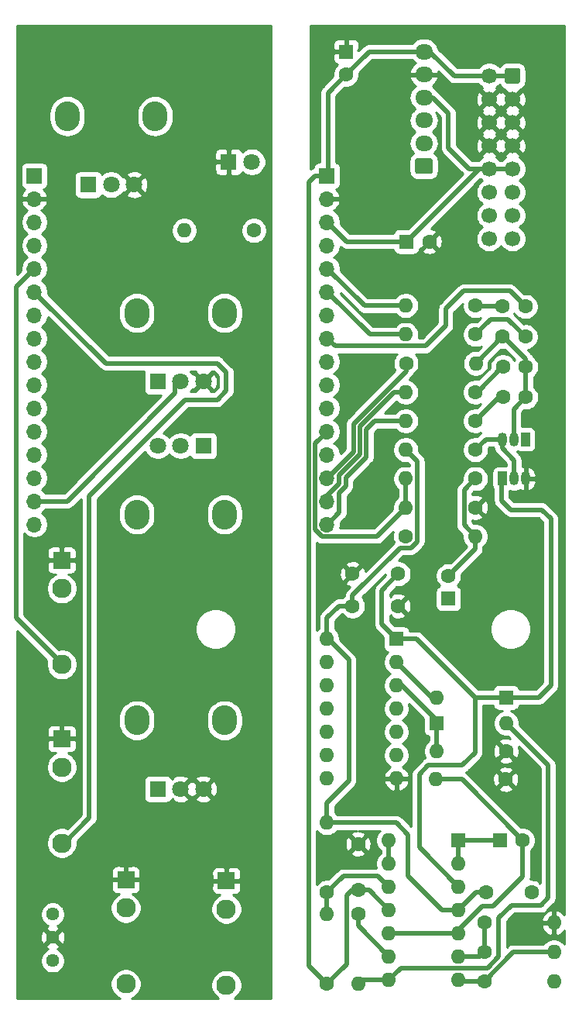
<source format=gbr>
%TF.GenerationSoftware,KiCad,Pcbnew,5.1.9+dfsg1-1~bpo10+1*%
%TF.CreationDate,2021-12-03T10:41:42+08:00*%
%TF.ProjectId,MiniOSC,4d696e69-4f53-4432-9e6b-696361645f70,rev?*%
%TF.SameCoordinates,Original*%
%TF.FileFunction,Copper,L2,Bot*%
%TF.FilePolarity,Positive*%
%FSLAX46Y46*%
G04 Gerber Fmt 4.6, Leading zero omitted, Abs format (unit mm)*
G04 Created by KiCad (PCBNEW 5.1.9+dfsg1-1~bpo10+1) date 2021-12-03 10:41:42*
%MOMM*%
%LPD*%
G01*
G04 APERTURE LIST*
%TA.AperFunction,ComponentPad*%
%ADD10O,1.700000X1.700000*%
%TD*%
%TA.AperFunction,ComponentPad*%
%ADD11R,1.700000X1.700000*%
%TD*%
%TA.AperFunction,ComponentPad*%
%ADD12C,1.440000*%
%TD*%
%TA.AperFunction,ComponentPad*%
%ADD13C,1.600000*%
%TD*%
%TA.AperFunction,ComponentPad*%
%ADD14R,1.600000X1.600000*%
%TD*%
%TA.AperFunction,ComponentPad*%
%ADD15O,1.600000X1.600000*%
%TD*%
%TA.AperFunction,ComponentPad*%
%ADD16R,1.800000X1.800000*%
%TD*%
%TA.AperFunction,ComponentPad*%
%ADD17C,1.800000*%
%TD*%
%TA.AperFunction,ComponentPad*%
%ADD18O,2.720000X3.240000*%
%TD*%
%TA.AperFunction,ComponentPad*%
%ADD19C,2.130000*%
%TD*%
%TA.AperFunction,ComponentPad*%
%ADD20R,1.930000X1.830000*%
%TD*%
%TA.AperFunction,ComponentPad*%
%ADD21O,1.950000X1.700000*%
%TD*%
%TA.AperFunction,ComponentPad*%
%ADD22C,1.700000*%
%TD*%
%TA.AperFunction,ComponentPad*%
%ADD23R,1.050000X1.500000*%
%TD*%
%TA.AperFunction,ComponentPad*%
%ADD24O,1.050000X1.500000*%
%TD*%
%TA.AperFunction,ViaPad*%
%ADD25C,0.800000*%
%TD*%
%TA.AperFunction,Conductor*%
%ADD26C,0.500000*%
%TD*%
%TA.AperFunction,Conductor*%
%ADD27C,0.254000*%
%TD*%
%TA.AperFunction,Conductor*%
%ADD28C,0.100000*%
%TD*%
G04 APERTURE END LIST*
D10*
%TO.P,J2,16*%
%TO.N,/FrontPanel/FP_COARSE*%
X75000000Y-110600000D03*
%TO.P,J2,15*%
%TO.N,/FrontPanel/FP_FINE*%
X75000000Y-108060000D03*
%TO.P,J2,14*%
%TO.N,/FrontPanel/FP_SCALE*%
X75000000Y-105520000D03*
%TO.P,J2,13*%
%TO.N,/FrontPanel/FP_SAW_OUT*%
X75000000Y-102980000D03*
%TO.P,J2,12*%
%TO.N,/FrontPanel/FP_PULSE_OUT*%
X75000000Y-100440000D03*
%TO.P,J2,11*%
%TO.N,N/C*%
X75000000Y-97900000D03*
%TO.P,J2,10*%
%TO.N,/FrontPanel/FP_PULSE_WIDTH*%
X75000000Y-95360000D03*
%TO.P,J2,9*%
%TO.N,/FrontPanel/FP_FM_AMT_P3*%
X75000000Y-92820000D03*
%TO.P,J2,8*%
%TO.N,/FrontPanel/FP_FM_AMT_P2*%
X75000000Y-90280000D03*
%TO.P,J2,7*%
%TO.N,N/C*%
X75000000Y-87740000D03*
%TO.P,J2,6*%
%TO.N,/FrontPanel/FP_V_OCT_IN*%
X75000000Y-85200000D03*
%TO.P,J2,5*%
%TO.N,/FrontPanel/FP_FM_IN*%
X75000000Y-82660000D03*
%TO.P,J2,4*%
%TO.N,N/C*%
X75000000Y-80120000D03*
%TO.P,J2,3*%
%TO.N,/FrontPanel/FP_12V_POS*%
X75000000Y-77580000D03*
%TO.P,J2,2*%
%TO.N,GND1*%
X75000000Y-75040000D03*
D11*
%TO.P,J2,1*%
%TO.N,FP_12V_NEG*%
X75000000Y-72500000D03*
%TD*%
D12*
%TO.P,SCALE1,3*%
%TO.N,N/C*%
X77000000Y-153170000D03*
%TO.P,SCALE1,2*%
%TO.N,GND1*%
X77000000Y-155710000D03*
%TO.P,SCALE1,1*%
%TO.N,/FrontPanel/FP_SCALE*%
X77000000Y-158250000D03*
%TD*%
D13*
%TO.P,C1,2*%
%TO.N,Earth*%
X109800000Y-116000000D03*
%TO.P,C1,1*%
%TO.N,Net-(C1-Pad1)*%
X114800000Y-116000000D03*
%TD*%
%TO.P,C2,2*%
%TO.N,Net-(C2-Pad2)*%
X128400000Y-145100000D03*
D14*
%TO.P,C2,1*%
%TO.N,Net-(C2-Pad1)*%
X125900000Y-145100000D03*
%TD*%
%TO.P,C3,1*%
%TO.N,Net-(C3-Pad1)*%
X120300000Y-118700000D03*
D13*
%TO.P,C3,2*%
%TO.N,Net-(C3-Pad2)*%
X120300000Y-116200000D03*
%TD*%
%TO.P,C6,1*%
%TO.N,+12V*%
X109800000Y-119500000D03*
%TO.P,C6,2*%
%TO.N,Earth*%
X114800000Y-119500000D03*
%TD*%
%TO.P,C7,1*%
%TO.N,+12V*%
X124400000Y-150800000D03*
%TO.P,C7,2*%
%TO.N,Earth*%
X129400000Y-150800000D03*
%TD*%
%TO.P,C8,2*%
%TO.N,-12V*%
X110400000Y-150500000D03*
%TO.P,C8,1*%
%TO.N,Earth*%
X110400000Y-145500000D03*
%TD*%
D14*
%TO.P,D1,1*%
%TO.N,Net-(C1-Pad1)*%
X126600000Y-129500000D03*
D15*
%TO.P,D1,2*%
%TO.N,Net-(D1-Pad2)*%
X118980000Y-129500000D03*
%TD*%
%TO.P,D2,2*%
%TO.N,Net-(D2-Pad2)*%
X126620000Y-132300000D03*
D14*
%TO.P,D2,1*%
%TO.N,Net-(D2-Pad1)*%
X119000000Y-132300000D03*
%TD*%
D16*
%TO.P,D3,1*%
%TO.N,GND1*%
X96250000Y-71000000D03*
D17*
%TO.P,D3,2*%
%TO.N,Net-(D3-Pad2)*%
X98790000Y-71000000D03*
%TD*%
D16*
%TO.P,FM_AMOUNT1,1*%
%TO.N,/FrontPanel/FP_FM_AMT_P2*%
X93500000Y-102000000D03*
D17*
%TO.P,FM_AMOUNT1,2*%
X91000000Y-102000000D03*
%TO.P,FM_AMOUNT1,3*%
%TO.N,/FrontPanel/FP_FM_AMT_P3*%
X88500000Y-102000000D03*
D18*
%TO.P,FM_AMOUNT1,*%
%TO.N,*%
X86200000Y-109500000D03*
X95800000Y-109500000D03*
%TD*%
D19*
%TO.P,J3,TN*%
%TO.N,N/C*%
X78000000Y-137100000D03*
D20*
%TO.P,J3,S*%
%TO.N,GND1*%
X78000000Y-134000000D03*
D19*
%TO.P,J3,T*%
%TO.N,/FrontPanel/FP_V_OCT_IN*%
X78000000Y-145400000D03*
%TD*%
%TO.P,J4,T*%
%TO.N,/FrontPanel/FP_FM_IN*%
X78000000Y-125900000D03*
D20*
%TO.P,J4,S*%
%TO.N,GND1*%
X78000000Y-114500000D03*
D19*
%TO.P,J4,TN*%
%TO.N,N/C*%
X78000000Y-117600000D03*
%TD*%
%TO.P,J5,TN*%
%TO.N,N/C*%
X96000000Y-152600000D03*
D20*
%TO.P,J5,S*%
%TO.N,GND1*%
X96000000Y-149500000D03*
D19*
%TO.P,J5,T*%
%TO.N,/FrontPanel/FP_PULSE_OUT*%
X96000000Y-160900000D03*
%TD*%
%TO.P,J6,T*%
%TO.N,/FrontPanel/FP_SAW_OUT*%
X85000000Y-160800000D03*
D20*
%TO.P,J6,S*%
%TO.N,GND1*%
X85000000Y-149400000D03*
D19*
%TO.P,J6,TN*%
%TO.N,N/C*%
X85000000Y-152500000D03*
%TD*%
%TO.P,J7,1*%
%TO.N,N/C*%
%TA.AperFunction,ComponentPad*%
G36*
G01*
X118325000Y-72300000D02*
X116875000Y-72300000D01*
G75*
G02*
X116625000Y-72050000I0J250000D01*
G01*
X116625000Y-70850000D01*
G75*
G02*
X116875000Y-70600000I250000J0D01*
G01*
X118325000Y-70600000D01*
G75*
G02*
X118575000Y-70850000I0J-250000D01*
G01*
X118575000Y-72050000D01*
G75*
G02*
X118325000Y-72300000I-250000J0D01*
G01*
G37*
%TD.AperFunction*%
D21*
%TO.P,J7,2*%
X117600000Y-68950000D03*
%TO.P,J7,3*%
X117600000Y-66450000D03*
%TO.P,J7,4*%
%TO.N,+12V*%
X117600000Y-63950000D03*
%TO.P,J7,5*%
%TO.N,Earth*%
X117600000Y-61450000D03*
%TO.P,J7,6*%
%TO.N,-12V*%
X117600000Y-58950000D03*
%TD*%
%TO.P,J8,1*%
%TO.N,-12V*%
%TA.AperFunction,ComponentPad*%
G36*
G01*
X128150000Y-61000000D02*
X128150000Y-62200000D01*
G75*
G02*
X127900000Y-62450000I-250000J0D01*
G01*
X126700000Y-62450000D01*
G75*
G02*
X126450000Y-62200000I0J250000D01*
G01*
X126450000Y-61000000D01*
G75*
G02*
X126700000Y-60750000I250000J0D01*
G01*
X127900000Y-60750000D01*
G75*
G02*
X128150000Y-61000000I0J-250000D01*
G01*
G37*
%TD.AperFunction*%
D22*
%TO.P,J8,3*%
%TO.N,Earth*%
X127300000Y-64140000D03*
%TO.P,J8,5*%
X127300000Y-66680000D03*
%TO.P,J8,7*%
X127300000Y-69220000D03*
%TO.P,J8,9*%
%TO.N,+12V*%
X127300000Y-71760000D03*
%TO.P,J8,11*%
%TO.N,Net-(J8-Pad11)*%
X127300000Y-74300000D03*
%TO.P,J8,13*%
%TO.N,Net-(J8-Pad13)*%
X127300000Y-76840000D03*
%TO.P,J8,15*%
%TO.N,Net-(J8-Pad15)*%
X127300000Y-79380000D03*
%TO.P,J8,2*%
%TO.N,-12V*%
X124760000Y-61600000D03*
%TO.P,J8,4*%
%TO.N,Earth*%
X124760000Y-64140000D03*
%TO.P,J8,6*%
X124760000Y-66680000D03*
%TO.P,J8,8*%
X124760000Y-69220000D03*
%TO.P,J8,10*%
%TO.N,+12V*%
X124760000Y-71760000D03*
%TO.P,J8,12*%
%TO.N,Net-(J8-Pad11)*%
X124760000Y-74300000D03*
%TO.P,J8,14*%
%TO.N,Net-(J8-Pad13)*%
X124760000Y-76840000D03*
%TO.P,J8,16*%
%TO.N,Net-(J8-Pad15)*%
X124760000Y-79380000D03*
%TD*%
D16*
%TO.P,PULSE_WIDTH1,1*%
%TO.N,/FrontPanel/FP_PULSE_WIDTH*%
X88500000Y-139500000D03*
D17*
%TO.P,PULSE_WIDTH1,2*%
%TO.N,GND1*%
X91000000Y-139500000D03*
%TO.P,PULSE_WIDTH1,3*%
X93500000Y-139500000D03*
D18*
%TO.P,PULSE_WIDTH1,*%
%TO.N,*%
X95800000Y-132000000D03*
X86200000Y-132000000D03*
%TD*%
D23*
%TO.P,Q1,1*%
%TO.N,-12V*%
X128700000Y-101300000D03*
D24*
%TO.P,Q1,3*%
%TO.N,Net-(Q1-Pad3)*%
X126160000Y-101300000D03*
%TO.P,Q1,2*%
%TO.N,FM_AMT_P3*%
X127430000Y-101300000D03*
%TD*%
%TO.P,Q2,2*%
%TO.N,Net-(Q1-Pad3)*%
X127470000Y-105600000D03*
%TO.P,Q2,3*%
%TO.N,Earth*%
X128740000Y-105600000D03*
D23*
%TO.P,Q2,1*%
%TO.N,Net-(C1-Pad1)*%
X126200000Y-105600000D03*
%TD*%
D13*
%TO.P,R1,1*%
%TO.N,Net-(R1-Pad1)*%
X123250000Y-99300000D03*
D15*
%TO.P,R1,2*%
%TO.N,Net-(J1-Pad16)*%
X115630000Y-99300000D03*
%TD*%
%TO.P,R2,2*%
%TO.N,Net-(J1-Pad15)*%
X115630000Y-96150000D03*
D13*
%TO.P,R2,1*%
%TO.N,Net-(R2-Pad1)*%
X123250000Y-96150000D03*
%TD*%
D15*
%TO.P,R3,2*%
%TO.N,Net-(J1-Pad6)*%
X115630000Y-89850000D03*
D13*
%TO.P,R3,1*%
%TO.N,Net-(R3-Pad1)*%
X123250000Y-89850000D03*
%TD*%
%TO.P,R4,1*%
%TO.N,Net-(R4-Pad1)*%
X123250000Y-86700000D03*
D15*
%TO.P,R4,2*%
%TO.N,Net-(J1-Pad5)*%
X115630000Y-86700000D03*
%TD*%
%TO.P,R5,2*%
%TO.N,FM_AMT_P3*%
X123270000Y-93000000D03*
D13*
%TO.P,R5,1*%
%TO.N,SCALE*%
X115650000Y-93000000D03*
%TD*%
%TO.P,R6,1*%
%TO.N,Net-(Q1-Pad3)*%
X123250000Y-102450000D03*
D15*
%TO.P,R6,2*%
%TO.N,+12V*%
X115630000Y-102450000D03*
%TD*%
D13*
%TO.P,R7,1*%
%TO.N,PULSE_WIDTH*%
X110400000Y-153100000D03*
D15*
%TO.P,R7,2*%
%TO.N,Net-(D2-Pad2)*%
X110400000Y-160720000D03*
%TD*%
%TO.P,R8,2*%
%TO.N,Net-(D2-Pad1)*%
X118980000Y-135350000D03*
D13*
%TO.P,R8,1*%
%TO.N,Earth*%
X126600000Y-135350000D03*
%TD*%
%TO.P,R9,1*%
%TO.N,Earth*%
X126550000Y-138450000D03*
D15*
%TO.P,R9,2*%
%TO.N,Net-(C2-Pad2)*%
X118930000Y-138450000D03*
%TD*%
D13*
%TO.P,R10,1*%
%TO.N,Earth*%
X115600000Y-111900000D03*
D15*
%TO.P,R10,2*%
%TO.N,Net-(C3-Pad2)*%
X123220000Y-111900000D03*
%TD*%
%TO.P,R11,2*%
%TO.N,PULSE_OUT*%
X115630000Y-105600000D03*
D13*
%TO.P,R11,1*%
%TO.N,Net-(C3-Pad2)*%
X123250000Y-105600000D03*
%TD*%
%TO.P,R12,1*%
%TO.N,Earth*%
X123250000Y-108750000D03*
D15*
%TO.P,R12,2*%
%TO.N,PULSE_OUT*%
X115630000Y-108750000D03*
%TD*%
D13*
%TO.P,R13,1*%
%TO.N,Net-(R13-Pad1)*%
X124200000Y-154100000D03*
D15*
%TO.P,R13,2*%
%TO.N,Earth*%
X131820000Y-154100000D03*
%TD*%
%TO.P,R14,2*%
%TO.N,Net-(R14-Pad2)*%
X131820000Y-157300000D03*
D13*
%TO.P,R14,1*%
%TO.N,Net-(R13-Pad1)*%
X124200000Y-157300000D03*
%TD*%
D15*
%TO.P,R15,2*%
%TO.N,SAW_OUT*%
X131820000Y-160500000D03*
D13*
%TO.P,R15,1*%
%TO.N,Net-(R14-Pad2)*%
X124200000Y-160500000D03*
%TD*%
D15*
%TO.P,R16,2*%
%TO.N,+12V*%
X107000000Y-143180000D03*
D13*
%TO.P,R16,1*%
%TO.N,Net-(R16-Pad1)*%
X107000000Y-150800000D03*
%TD*%
%TO.P,R17,1*%
%TO.N,-12V*%
X107000000Y-160800000D03*
D15*
%TO.P,R17,2*%
%TO.N,Net-(R16-Pad1)*%
X107000000Y-153180000D03*
%TD*%
%TO.P,R18,2*%
%TO.N,/FrontPanel/FP_12V_POS*%
X91380000Y-78500000D03*
D13*
%TO.P,R18,1*%
%TO.N,Net-(D3-Pad2)*%
X99000000Y-78500000D03*
%TD*%
%TO.P,TH1,2*%
%TO.N,Net-(R1-Pad1)*%
X126250000Y-96700000D03*
%TO.P,TH1,1*%
%TO.N,FM_AMT_P3*%
X128750000Y-96700000D03*
%TD*%
%TO.P,TH2,1*%
%TO.N,FM_AMT_P3*%
X128750000Y-93400000D03*
%TO.P,TH2,2*%
%TO.N,Net-(R2-Pad1)*%
X126250000Y-93400000D03*
%TD*%
%TO.P,TH3,2*%
%TO.N,Net-(R3-Pad1)*%
X128700000Y-90100000D03*
%TO.P,TH3,1*%
%TO.N,FM_AMT_P3*%
X126200000Y-90100000D03*
%TD*%
%TO.P,TH4,1*%
%TO.N,FM_AMT_P2*%
X128700000Y-86800000D03*
%TO.P,TH4,2*%
%TO.N,Net-(R4-Pad1)*%
X126200000Y-86800000D03*
%TD*%
D18*
%TO.P,TUNING_COARSE1,*%
%TO.N,*%
X78600000Y-66000000D03*
X88200000Y-66000000D03*
D17*
%TO.P,TUNING_COARSE1,3*%
%TO.N,GND1*%
X85900000Y-73500000D03*
%TO.P,TUNING_COARSE1,2*%
%TO.N,/FrontPanel/FP_COARSE*%
X83400000Y-73500000D03*
D16*
%TO.P,TUNING_COARSE1,1*%
%TO.N,FP_12V_NEG*%
X80900000Y-73500000D03*
%TD*%
D18*
%TO.P,TUNING_FINE1,*%
%TO.N,*%
X86200000Y-87500000D03*
X95800000Y-87500000D03*
D17*
%TO.P,TUNING_FINE1,3*%
%TO.N,GND1*%
X93500000Y-95000000D03*
%TO.P,TUNING_FINE1,2*%
%TO.N,/FrontPanel/FP_FINE*%
X91000000Y-95000000D03*
D16*
%TO.P,TUNING_FINE1,1*%
%TO.N,FP_12V_NEG*%
X88500000Y-95000000D03*
%TD*%
D15*
%TO.P,U1,14*%
%TO.N,Net-(U1-Pad13)*%
X113780000Y-145100000D03*
%TO.P,U1,7*%
%TO.N,Net-(R14-Pad2)*%
X121400000Y-160340000D03*
%TO.P,U1,13*%
%TO.N,Net-(U1-Pad13)*%
X113780000Y-147640000D03*
%TO.P,U1,6*%
%TO.N,Net-(R13-Pad1)*%
X121400000Y-157800000D03*
%TO.P,U1,12*%
%TO.N,Net-(R16-Pad1)*%
X113780000Y-150180000D03*
%TO.P,U1,5*%
%TO.N,Net-(C2-Pad2)*%
X121400000Y-155260000D03*
%TO.P,U1,11*%
%TO.N,-12V*%
X113780000Y-152720000D03*
%TO.P,U1,4*%
%TO.N,+12V*%
X121400000Y-152720000D03*
%TO.P,U1,10*%
%TO.N,Net-(C2-Pad2)*%
X113780000Y-155260000D03*
%TO.P,U1,3*%
%TO.N,Net-(C1-Pad1)*%
X121400000Y-150180000D03*
%TO.P,U1,9*%
%TO.N,PULSE_WIDTH*%
X113780000Y-157800000D03*
%TO.P,U1,2*%
%TO.N,Net-(C2-Pad1)*%
X121400000Y-147640000D03*
%TO.P,U1,8*%
%TO.N,Net-(D2-Pad2)*%
X113780000Y-160340000D03*
D14*
%TO.P,U1,1*%
%TO.N,Net-(C2-Pad1)*%
X121400000Y-145100000D03*
%TD*%
%TO.P,U2,1*%
%TO.N,Net-(C1-Pad1)*%
X114600000Y-123100000D03*
D15*
%TO.P,U2,8*%
%TO.N,N/C*%
X106980000Y-138340000D03*
%TO.P,U2,2*%
%TO.N,Net-(D1-Pad2)*%
X114600000Y-125640000D03*
%TO.P,U2,9*%
%TO.N,N/C*%
X106980000Y-135800000D03*
%TO.P,U2,3*%
%TO.N,Net-(D2-Pad1)*%
X114600000Y-128180000D03*
%TO.P,U2,10*%
%TO.N,N/C*%
X106980000Y-133260000D03*
%TO.P,U2,4*%
%TO.N,Net-(C3-Pad1)*%
X114600000Y-130720000D03*
%TO.P,U2,11*%
%TO.N,N/C*%
X106980000Y-130720000D03*
%TO.P,U2,5*%
X114600000Y-133260000D03*
%TO.P,U2,12*%
X106980000Y-128180000D03*
%TO.P,U2,6*%
X114600000Y-135800000D03*
%TO.P,U2,13*%
X106980000Y-125640000D03*
%TO.P,U2,7*%
%TO.N,Earth*%
X114600000Y-138340000D03*
%TO.P,U2,14*%
%TO.N,+12V*%
X106980000Y-123100000D03*
%TD*%
D11*
%TO.P,J1,1*%
%TO.N,-12V*%
X107000000Y-72500000D03*
D10*
%TO.P,J1,2*%
%TO.N,Earth*%
X107000000Y-75040000D03*
%TO.P,J1,3*%
%TO.N,+12V*%
X107000000Y-77580000D03*
%TO.P,J1,4*%
%TO.N,N/C*%
X107000000Y-80120000D03*
%TO.P,J1,5*%
%TO.N,Net-(J1-Pad5)*%
X107000000Y-82660000D03*
%TO.P,J1,6*%
%TO.N,Net-(J1-Pad6)*%
X107000000Y-85200000D03*
%TO.P,J1,7*%
%TO.N,N/C*%
X107000000Y-87740000D03*
%TO.P,J1,8*%
%TO.N,FM_AMT_P2*%
X107000000Y-90280000D03*
%TO.P,J1,9*%
%TO.N,FM_AMT_P3*%
X107000000Y-92820000D03*
%TO.P,J1,10*%
%TO.N,PULSE_WIDTH*%
X107000000Y-95360000D03*
%TO.P,J1,11*%
%TO.N,N/C*%
X107000000Y-97900000D03*
%TO.P,J1,12*%
%TO.N,PULSE_OUT*%
X107000000Y-100440000D03*
%TO.P,J1,13*%
%TO.N,SAW_OUT*%
X107000000Y-102980000D03*
%TO.P,J1,14*%
%TO.N,SCALE*%
X107000000Y-105520000D03*
%TO.P,J1,15*%
%TO.N,Net-(J1-Pad15)*%
X107000000Y-108060000D03*
%TO.P,J1,16*%
%TO.N,Net-(J1-Pad16)*%
X107000000Y-110600000D03*
%TD*%
D13*
%TO.P,C4,2*%
%TO.N,Earth*%
X118200000Y-79700000D03*
D14*
%TO.P,C4,1*%
%TO.N,+12V*%
X115700000Y-79700000D03*
%TD*%
%TO.P,C5,1*%
%TO.N,Earth*%
X109100000Y-58950000D03*
D13*
%TO.P,C5,2*%
%TO.N,-12V*%
X109100000Y-61450000D03*
%TD*%
D25*
%TO.N,Earth*%
X125500000Y-110500000D03*
X126500000Y-110500000D03*
X127500000Y-110500000D03*
X128500000Y-110500000D03*
X129500000Y-110500000D03*
X129500000Y-111500000D03*
X128500000Y-111500000D03*
X127500000Y-111500000D03*
X126500000Y-111500000D03*
X125500000Y-111500000D03*
X125500000Y-112500000D03*
X126500000Y-112500000D03*
X127500000Y-112500000D03*
X128500000Y-112500000D03*
X129500000Y-112500000D03*
X129500000Y-113500000D03*
X129500000Y-114500000D03*
X129500000Y-115500000D03*
X129500000Y-116500000D03*
X129500000Y-117500000D03*
X128500000Y-117500000D03*
X127500000Y-117500000D03*
X126500000Y-117500000D03*
X125500000Y-117500000D03*
X125500000Y-116500000D03*
X125500000Y-115500000D03*
X125500000Y-114500000D03*
X125500000Y-113500000D03*
X126500000Y-113500000D03*
X127500000Y-113500000D03*
X128500000Y-113500000D03*
X128500000Y-114500000D03*
X128500000Y-115500000D03*
X128500000Y-116500000D03*
X127500000Y-116500000D03*
X127500000Y-115500000D03*
X127500000Y-114500000D03*
X126500000Y-114500000D03*
X126500000Y-115500000D03*
X126500000Y-116500000D03*
X119500000Y-122500000D03*
X120500000Y-122500000D03*
X121500000Y-122500000D03*
X122500000Y-122500000D03*
X122500000Y-123500000D03*
X121500000Y-123500000D03*
X120500000Y-123500000D03*
X119500000Y-123500000D03*
X120500000Y-124500000D03*
X121500000Y-124500000D03*
X122500000Y-124500000D03*
X122500000Y-125500000D03*
X121500000Y-125500000D03*
X122500000Y-126500000D03*
X113000000Y-101000000D03*
X113000000Y-102000000D03*
X113000000Y-103000000D03*
X113000000Y-104000000D03*
X113000000Y-105000000D03*
X113000000Y-106000000D03*
X113000000Y-107000000D03*
X113000000Y-108000000D03*
X114000000Y-108000000D03*
X109500000Y-92500000D03*
X109500000Y-93500000D03*
X109500000Y-94500000D03*
X109500000Y-95500000D03*
X109500000Y-96500000D03*
X110500000Y-95500000D03*
X110500000Y-94500000D03*
X110500000Y-93500000D03*
X110500000Y-92500000D03*
X111500000Y-92500000D03*
X111500000Y-93500000D03*
X111500000Y-94500000D03*
X112500000Y-93500000D03*
X112500000Y-92500000D03*
X113500000Y-92500000D03*
%TO.N,GND1*%
X78000000Y-78500000D03*
X78000000Y-79500000D03*
X78000000Y-80500000D03*
X78000000Y-81500000D03*
X78000000Y-82500000D03*
X78000000Y-83500000D03*
X78000000Y-84500000D03*
X78000000Y-85500000D03*
X78000000Y-86500000D03*
X78000000Y-94000000D03*
X78000000Y-95000000D03*
X78000000Y-96000000D03*
X79000000Y-95000000D03*
X79000000Y-96000000D03*
X79000000Y-97000000D03*
X80000000Y-96000000D03*
X80000000Y-97000000D03*
X80000000Y-98000000D03*
X81000000Y-97000000D03*
X81000000Y-98000000D03*
X81000000Y-99000000D03*
X82000000Y-98000000D03*
X82000000Y-99000000D03*
X82000000Y-100000000D03*
X83000000Y-99000000D03*
X83000000Y-100000000D03*
X83000000Y-101000000D03*
X84000000Y-100000000D03*
X84000000Y-101000000D03*
X84000000Y-99000000D03*
X83000000Y-98000000D03*
X82000000Y-97000000D03*
X81000000Y-96000000D03*
X80000000Y-95000000D03*
X79000000Y-94000000D03*
X85500000Y-116000000D03*
X86500000Y-116000000D03*
X87500000Y-116000000D03*
X88500000Y-116000000D03*
X89500000Y-116000000D03*
X90500000Y-116000000D03*
X91500000Y-116000000D03*
X92500000Y-116000000D03*
X93500000Y-116000000D03*
X94500000Y-116000000D03*
X95500000Y-116000000D03*
X96500000Y-116000000D03*
X97500000Y-116000000D03*
X85500000Y-117000000D03*
X86500000Y-117000000D03*
X87500000Y-117000000D03*
X88500000Y-117000000D03*
X89500000Y-117000000D03*
X90500000Y-117000000D03*
X91500000Y-117000000D03*
X92500000Y-117000000D03*
X93500000Y-117000000D03*
X94500000Y-117000000D03*
X95500000Y-117000000D03*
X96500000Y-117000000D03*
X97500000Y-117000000D03*
X85500000Y-118000000D03*
X85500000Y-119000000D03*
X85500000Y-120000000D03*
X85500000Y-121000000D03*
X85500000Y-122000000D03*
X85500000Y-123000000D03*
X86500000Y-118000000D03*
X86500000Y-119000000D03*
X86500000Y-120000000D03*
X86500000Y-121000000D03*
X86500000Y-122000000D03*
X86500000Y-123000000D03*
X87500000Y-123000000D03*
X87500000Y-122000000D03*
X87500000Y-121000000D03*
X87500000Y-120000000D03*
X87500000Y-119000000D03*
X87500000Y-118000000D03*
X88500000Y-118000000D03*
X88500000Y-119000000D03*
X88500000Y-120000000D03*
X88500000Y-121000000D03*
X88500000Y-122000000D03*
X88500000Y-123000000D03*
X89500000Y-123000000D03*
X89500000Y-122000000D03*
X89500000Y-121000000D03*
X89500000Y-120000000D03*
X89500000Y-119000000D03*
X89500000Y-118000000D03*
X85500000Y-124000000D03*
X86500000Y-124000000D03*
X87500000Y-124000000D03*
X88500000Y-124000000D03*
X89500000Y-124000000D03*
X89500000Y-125000000D03*
X88500000Y-125000000D03*
X87500000Y-125000000D03*
X86500000Y-125000000D03*
X85500000Y-125000000D03*
X84500000Y-142000000D03*
X85500000Y-142000000D03*
X86500000Y-142000000D03*
X87500000Y-142000000D03*
X88500000Y-142000000D03*
X89500000Y-142000000D03*
X90500000Y-142000000D03*
X91500000Y-142000000D03*
X92500000Y-142000000D03*
X93500000Y-142000000D03*
X94500000Y-142000000D03*
X95500000Y-142000000D03*
X96500000Y-142000000D03*
X97500000Y-142000000D03*
X97500000Y-143000000D03*
X96500000Y-143000000D03*
X95500000Y-143000000D03*
X94500000Y-143000000D03*
X93500000Y-143000000D03*
X92500000Y-143000000D03*
X91500000Y-143000000D03*
X90500000Y-143000000D03*
X89500000Y-143000000D03*
X88500000Y-143000000D03*
X87500000Y-143000000D03*
X86500000Y-143000000D03*
X85500000Y-143000000D03*
X86500000Y-144000000D03*
X87500000Y-144000000D03*
X88500000Y-144000000D03*
X89500000Y-144000000D03*
X90500000Y-144000000D03*
X91500000Y-144000000D03*
X92500000Y-144000000D03*
X93500000Y-144000000D03*
X94500000Y-144000000D03*
X95500000Y-144000000D03*
X96500000Y-144000000D03*
X97500000Y-144000000D03*
X97500000Y-145000000D03*
X96500000Y-145000000D03*
X95500000Y-145000000D03*
X94500000Y-145000000D03*
X93500000Y-145000000D03*
X92500000Y-145000000D03*
X91500000Y-145000000D03*
X90500000Y-145000000D03*
X89500000Y-145000000D03*
X88500000Y-145000000D03*
X87500000Y-145000000D03*
X88500000Y-146000000D03*
X89500000Y-146000000D03*
X90500000Y-146000000D03*
X91500000Y-146000000D03*
X92500000Y-146000000D03*
X93500000Y-146000000D03*
X94500000Y-146000000D03*
X95500000Y-146000000D03*
X96500000Y-146000000D03*
X97500000Y-146000000D03*
X97500000Y-147000000D03*
X96500000Y-147000000D03*
X95500000Y-147000000D03*
X94500000Y-147000000D03*
X93500000Y-147000000D03*
X92500000Y-147000000D03*
X91500000Y-147000000D03*
X90500000Y-147000000D03*
X89500000Y-147000000D03*
X79000000Y-78500000D03*
X79000000Y-79500000D03*
X79000000Y-80500000D03*
X79000000Y-81500000D03*
X79000000Y-82500000D03*
X79000000Y-83500000D03*
X79000000Y-84500000D03*
X79000000Y-85500000D03*
X79000000Y-86500000D03*
X84500000Y-78500000D03*
X85500000Y-78500000D03*
X86500000Y-78500000D03*
X87500000Y-78500000D03*
X88500000Y-78500000D03*
X89500000Y-78500000D03*
X89500000Y-79500000D03*
X88500000Y-79500000D03*
X87500000Y-79500000D03*
X86500000Y-79500000D03*
X85500000Y-79500000D03*
X84500000Y-79500000D03*
X88000000Y-73500000D03*
X89000000Y-73500000D03*
X89000000Y-72500000D03*
X89000000Y-71500000D03*
X89000000Y-70500000D03*
X88000000Y-70500000D03*
X88000000Y-71500000D03*
X88000000Y-72500000D03*
X94500000Y-69000000D03*
X94500000Y-70000000D03*
X94500000Y-71000000D03*
X94500000Y-72000000D03*
X94500000Y-73000000D03*
X94500000Y-74000000D03*
X93500000Y-74000000D03*
X93500000Y-73000000D03*
X93500000Y-72000000D03*
X93500000Y-71000000D03*
X93500000Y-70000000D03*
X93500000Y-69000000D03*
X92500000Y-69000000D03*
X92500000Y-70000000D03*
X92500000Y-71000000D03*
X92500000Y-72000000D03*
X92500000Y-73000000D03*
X92500000Y-74000000D03*
X94500000Y-68000000D03*
X93500000Y-68000000D03*
X92500000Y-68000000D03*
X92500000Y-67000000D03*
X93500000Y-67000000D03*
X94500000Y-67000000D03*
X95500000Y-67000000D03*
X95500000Y-68000000D03*
X95500000Y-75000000D03*
X94500000Y-75000000D03*
X93500000Y-75000000D03*
X92500000Y-75000000D03*
%TD*%
D26*
%TO.N,Net-(C1-Pad1)*%
X113000000Y-121500000D02*
X114600000Y-123100000D01*
X114800000Y-116000000D02*
X113000000Y-117800000D01*
X113000000Y-117800000D02*
X113000000Y-121500000D01*
X116800000Y-123100000D02*
X114600000Y-123100000D01*
X123200000Y-129500000D02*
X116800000Y-123100000D01*
X126600000Y-129500000D02*
X123200000Y-129500000D01*
X121800000Y-136900000D02*
X123200000Y-135500000D01*
X118100000Y-136900000D02*
X121800000Y-136900000D01*
X117100000Y-137900000D02*
X118100000Y-136900000D01*
X123200000Y-135500000D02*
X123200000Y-129500000D01*
X121400000Y-150180000D02*
X117100000Y-145880000D01*
X117100000Y-145880000D02*
X117100000Y-137900000D01*
X130200000Y-129500000D02*
X126600000Y-129500000D01*
X131500000Y-128200000D02*
X130200000Y-129500000D01*
X126100000Y-105700000D02*
X126100000Y-108000000D01*
X126100000Y-108000000D02*
X127100000Y-109000000D01*
X126200000Y-105600000D02*
X126100000Y-105700000D01*
X127100000Y-109000000D02*
X130500000Y-109000000D01*
X130500000Y-109000000D02*
X131500000Y-110000000D01*
X131500000Y-110000000D02*
X131500000Y-128200000D01*
%TO.N,Net-(C2-Pad2)*%
X124000000Y-152300000D02*
X121400000Y-154900000D01*
X125200000Y-152300000D02*
X124000000Y-152300000D01*
X121400000Y-154900000D02*
X121400000Y-155260000D01*
X128400000Y-145100000D02*
X128400000Y-149100000D01*
X128400000Y-149100000D02*
X125200000Y-152300000D01*
X113780000Y-155260000D02*
X121400000Y-155260000D01*
X121750000Y-138450000D02*
X118930000Y-138450000D01*
X128400000Y-145100000D02*
X121750000Y-138450000D01*
%TO.N,Net-(C2-Pad1)*%
X121400000Y-145100000D02*
X121400000Y-147640000D01*
X125900000Y-145100000D02*
X121400000Y-145100000D01*
%TO.N,Net-(C3-Pad2)*%
X121999999Y-110679999D02*
X123220000Y-111900000D01*
X121999999Y-106850001D02*
X121999999Y-110679999D01*
X123250000Y-105600000D02*
X121999999Y-106850001D01*
X123220000Y-113280000D02*
X120300000Y-116200000D01*
X123220000Y-111900000D02*
X123220000Y-113280000D01*
%TO.N,+12V*%
X123320000Y-150800000D02*
X121400000Y-152720000D01*
X124400000Y-150800000D02*
X123320000Y-150800000D01*
X119620000Y-152720000D02*
X121400000Y-152720000D01*
X115900000Y-149000000D02*
X119620000Y-152720000D01*
X107000000Y-143180000D02*
X114580000Y-143180000D01*
X115900000Y-144500000D02*
X115900000Y-149000000D01*
X114580000Y-143180000D02*
X115900000Y-144500000D01*
X109170000Y-79700000D02*
X107050000Y-77580000D01*
X115700000Y-79700000D02*
X109170000Y-79700000D01*
X123640000Y-71760000D02*
X115700000Y-79700000D01*
X124760000Y-71760000D02*
X123640000Y-71760000D01*
X127300000Y-71760000D02*
X124760000Y-71760000D01*
X122560000Y-71760000D02*
X123640000Y-71760000D01*
X120300000Y-69500000D02*
X122560000Y-71760000D01*
X120300000Y-65700000D02*
X120300000Y-69500000D01*
X117600000Y-63950000D02*
X118550000Y-63950000D01*
X118550000Y-63950000D02*
X120300000Y-65700000D01*
X116880001Y-103700001D02*
X115630000Y-102450000D01*
X115018629Y-113150001D02*
X116200001Y-113150001D01*
X109800000Y-118368630D02*
X115018629Y-113150001D01*
X116880001Y-112470001D02*
X116880001Y-103700001D01*
X116200001Y-113150001D02*
X116880001Y-112470001D01*
X109800000Y-119500000D02*
X109800000Y-118368630D01*
X107000000Y-120800000D02*
X107000000Y-123080000D01*
X109800000Y-119500000D02*
X108300000Y-119500000D01*
X107000000Y-123080000D02*
X106980000Y-123100000D01*
X108300000Y-119500000D02*
X107000000Y-120800000D01*
X107100000Y-123100000D02*
X106980000Y-123100000D01*
X109400000Y-138600000D02*
X109400000Y-125400000D01*
X109400000Y-125400000D02*
X107100000Y-123100000D01*
X107000000Y-143180000D02*
X107000000Y-141000000D01*
X107000000Y-141000000D02*
X109400000Y-138600000D01*
%TO.N,-12V*%
X109149999Y-158650001D02*
X107000000Y-160800000D01*
X109149999Y-151150001D02*
X109149999Y-158650001D01*
X110400000Y-150500000D02*
X109800000Y-150500000D01*
X109800000Y-150500000D02*
X109149999Y-151150001D01*
X111600000Y-150500000D02*
X110400000Y-150500000D01*
X113780000Y-152720000D02*
X113780000Y-152680000D01*
X113780000Y-152680000D02*
X111600000Y-150500000D01*
X127300000Y-61600000D02*
X124760000Y-61600000D01*
X111600000Y-58950000D02*
X109100000Y-61450000D01*
X117600000Y-58950000D02*
X111600000Y-58950000D01*
X118250000Y-58950000D02*
X117600000Y-58950000D01*
X124760000Y-61600000D02*
X120900000Y-61600000D01*
X120900000Y-61600000D02*
X118250000Y-58950000D01*
X109100000Y-61450000D02*
X107100000Y-63450000D01*
X107100000Y-72450000D02*
X107050000Y-72500000D01*
X107100000Y-63450000D02*
X107100000Y-72450000D01*
X104999989Y-158799989D02*
X104999989Y-73200011D01*
X104999989Y-73200011D02*
X105700000Y-72500000D01*
X107000000Y-160800000D02*
X104999989Y-158799989D01*
X105700000Y-72500000D02*
X107050000Y-72500000D01*
%TO.N,Net-(D1-Pad2)*%
X118460000Y-129500000D02*
X118980000Y-129500000D01*
X114600000Y-125640000D02*
X118460000Y-129500000D01*
%TO.N,Net-(D2-Pad2)*%
X110780000Y-160340000D02*
X110400000Y-160720000D01*
X113780000Y-160340000D02*
X110780000Y-160340000D01*
X115069999Y-159050001D02*
X113780000Y-160340000D01*
X124549999Y-159050001D02*
X115069999Y-159050001D01*
X131200000Y-136880000D02*
X131200000Y-151400000D01*
X126620000Y-132300000D02*
X131200000Y-136880000D01*
X131200000Y-151400000D02*
X130400000Y-152200000D01*
X130400000Y-152200000D02*
X127200000Y-152200000D01*
X125800000Y-157800000D02*
X124549999Y-159050001D01*
X127200000Y-152200000D02*
X125800000Y-153600000D01*
X125800000Y-153600000D02*
X125800000Y-157800000D01*
%TO.N,Net-(D2-Pad1)*%
X119000000Y-135330000D02*
X118980000Y-135350000D01*
X119000000Y-132300000D02*
X119000000Y-135330000D01*
X115180000Y-128180000D02*
X114600000Y-128180000D01*
X119000000Y-132300000D02*
X119000000Y-132000000D01*
X119000000Y-132000000D02*
X115180000Y-128180000D01*
%TO.N,Net-(J1-Pad16)*%
X109050012Y-106433955D02*
X108350001Y-107133966D01*
X109050012Y-105499914D02*
X109050012Y-106433955D01*
X111300000Y-103249926D02*
X109050012Y-105499914D01*
X111300000Y-100200000D02*
X111300000Y-103249926D01*
X112200000Y-99300000D02*
X111300000Y-100200000D01*
X115630000Y-99300000D02*
X112200000Y-99300000D01*
X108350001Y-107133966D02*
X108350001Y-109299999D01*
X108350001Y-109299999D02*
X107050000Y-110600000D01*
%TO.N,Net-(J1-Pad15)*%
X114360035Y-96150000D02*
X110599989Y-99910046D01*
X108350001Y-105209960D02*
X108350001Y-106144001D01*
X110599989Y-102959973D02*
X108350001Y-105209960D01*
X108350001Y-106144001D02*
X107050000Y-107444002D01*
X110599989Y-99910046D02*
X110599989Y-102959973D01*
X107050000Y-107444002D02*
X107050000Y-108060000D01*
X115630000Y-96150000D02*
X114360035Y-96150000D01*
%TO.N,SCALE*%
X109899978Y-102670022D02*
X107050000Y-105520000D01*
X109899978Y-99600022D02*
X109899978Y-102670022D01*
X115650000Y-93000000D02*
X115650000Y-93850000D01*
X115650000Y-93850000D02*
X109899978Y-99600022D01*
%TO.N,Net-(J1-Pad6)*%
X111700000Y-89850000D02*
X115630000Y-89850000D01*
X107050000Y-85200000D02*
X111700000Y-89850000D01*
%TO.N,Net-(J1-Pad5)*%
X111090000Y-86700000D02*
X107050000Y-82660000D01*
X115630000Y-86700000D02*
X111090000Y-86700000D01*
%TO.N,/FrontPanel/FP_FM_IN*%
X78000000Y-125825000D02*
X78000000Y-125900000D01*
X73000000Y-120825000D02*
X78000000Y-125825000D01*
X75000000Y-82660000D02*
X73000000Y-84660000D01*
X73000000Y-84660000D02*
X73000000Y-120825000D01*
%TO.N,/FrontPanel/FP_V_OCT_IN*%
X91500999Y-97000000D02*
X81000000Y-107500999D01*
X75000000Y-85200000D02*
X82800000Y-93000000D01*
X81000000Y-107500999D02*
X81000000Y-142650000D01*
X95000000Y-97000000D02*
X91500999Y-97000000D01*
X81000000Y-142650000D02*
X78250000Y-145400000D01*
X95000000Y-93000000D02*
X96000000Y-94000000D01*
X96000000Y-94000000D02*
X96000000Y-96000000D01*
X82800000Y-93000000D02*
X95000000Y-93000000D01*
X96000000Y-96000000D02*
X95000000Y-97000000D01*
%TO.N,/FrontPanel/FP_FINE*%
X78612792Y-108060000D02*
X75000000Y-108060000D01*
X90400000Y-96272792D02*
X78612792Y-108060000D01*
X90400000Y-95000000D02*
X90400000Y-96272792D01*
%TO.N,PULSE_OUT*%
X115630000Y-108750000D02*
X115630000Y-105600000D01*
X105700000Y-101790000D02*
X107050000Y-100440000D01*
X105700000Y-111174002D02*
X105700000Y-101790000D01*
X106425999Y-111900001D02*
X105700000Y-111174002D01*
X115630000Y-108750000D02*
X112479999Y-111900001D01*
X112479999Y-111900001D02*
X106425999Y-111900001D01*
%TO.N,Net-(Q1-Pad3)*%
X124400000Y-101300000D02*
X123250000Y-102450000D01*
X126160000Y-101300000D02*
X124400000Y-101300000D01*
X127470000Y-103570000D02*
X127470000Y-105600000D01*
X126160000Y-101300000D02*
X126160000Y-102260000D01*
X126160000Y-102260000D02*
X127470000Y-103570000D01*
%TO.N,Net-(R1-Pad1)*%
X125850000Y-96700000D02*
X123250000Y-99300000D01*
X126250000Y-96700000D02*
X125850000Y-96700000D01*
%TO.N,Net-(R2-Pad1)*%
X123450000Y-96150000D02*
X123250000Y-96150000D01*
X126250000Y-93400000D02*
X126200000Y-93400000D01*
X126200000Y-93400000D02*
X123450000Y-96150000D01*
%TO.N,Net-(R3-Pad1)*%
X124900000Y-88200000D02*
X123250000Y-89850000D01*
X128700000Y-90100000D02*
X126800000Y-88200000D01*
X126800000Y-88200000D02*
X124900000Y-88200000D01*
%TO.N,Net-(R4-Pad1)*%
X123350000Y-86800000D02*
X123250000Y-86700000D01*
X126200000Y-86800000D02*
X123350000Y-86800000D01*
%TO.N,Net-(R13-Pad1)*%
X123700000Y-157800000D02*
X124200000Y-157300000D01*
X121400000Y-157800000D02*
X123700000Y-157800000D01*
X124200000Y-154100000D02*
X124200000Y-157300000D01*
%TO.N,Net-(R14-Pad2)*%
X127400000Y-157300000D02*
X124200000Y-160500000D01*
X131820000Y-157300000D02*
X127400000Y-157300000D01*
X121560000Y-160500000D02*
X121400000Y-160340000D01*
X124200000Y-160500000D02*
X121560000Y-160500000D01*
%TO.N,Net-(R16-Pad1)*%
X113780000Y-150180000D02*
X112600000Y-149000000D01*
X108800000Y-149000000D02*
X107000000Y-150800000D01*
X112600000Y-149000000D02*
X108800000Y-149000000D01*
X107000000Y-153180000D02*
X107000000Y-150800000D01*
%TO.N,Net-(U1-Pad13)*%
X113780000Y-145100000D02*
X113780000Y-147640000D01*
%TO.N,FM_AMT_P2*%
X127000000Y-85100000D02*
X128700000Y-86800000D01*
X117800000Y-91100000D02*
X120000000Y-88900000D01*
X107870000Y-91100000D02*
X117800000Y-91100000D01*
X107050000Y-90280000D02*
X107870000Y-91100000D01*
X120000000Y-88900000D02*
X120000000Y-87049999D01*
X120000000Y-87049999D02*
X121949999Y-85100000D01*
X121949999Y-85100000D02*
X127000000Y-85100000D01*
%TO.N,FM_AMT_P3*%
X126170000Y-90100000D02*
X123270000Y-93000000D01*
X126200000Y-90100000D02*
X126170000Y-90100000D01*
X128750000Y-92550000D02*
X128750000Y-93400000D01*
X126200000Y-90100000D02*
X126300000Y-90100000D01*
X126300000Y-90100000D02*
X128750000Y-92550000D01*
X128750000Y-93400000D02*
X128750000Y-96700000D01*
X127430000Y-98020000D02*
X127430000Y-101300000D01*
X128750000Y-96700000D02*
X127430000Y-98020000D01*
%TO.N,PULSE_WIDTH*%
X110400000Y-154420000D02*
X113780000Y-157800000D01*
X110400000Y-153100000D02*
X110400000Y-154420000D01*
%TD*%
D27*
%TO.N,GND1*%
X100873000Y-162373000D02*
X96855420Y-162373000D01*
X97083687Y-162220477D01*
X97320477Y-161983687D01*
X97506521Y-161705252D01*
X97634670Y-161395872D01*
X97700000Y-161067435D01*
X97700000Y-160732565D01*
X97634670Y-160404128D01*
X97506521Y-160094748D01*
X97320477Y-159816313D01*
X97083687Y-159579523D01*
X96805252Y-159393479D01*
X96495872Y-159265330D01*
X96167435Y-159200000D01*
X95832565Y-159200000D01*
X95504128Y-159265330D01*
X95194748Y-159393479D01*
X94916313Y-159579523D01*
X94679523Y-159816313D01*
X94493479Y-160094748D01*
X94365330Y-160404128D01*
X94300000Y-160732565D01*
X94300000Y-161067435D01*
X94365330Y-161395872D01*
X94493479Y-161705252D01*
X94679523Y-161983687D01*
X94916313Y-162220477D01*
X95144580Y-162373000D01*
X85644757Y-162373000D01*
X85805252Y-162306521D01*
X86083687Y-162120477D01*
X86320477Y-161883687D01*
X86506521Y-161605252D01*
X86634670Y-161295872D01*
X86700000Y-160967435D01*
X86700000Y-160632565D01*
X86634670Y-160304128D01*
X86506521Y-159994748D01*
X86320477Y-159716313D01*
X86083687Y-159479523D01*
X85805252Y-159293479D01*
X85495872Y-159165330D01*
X85167435Y-159100000D01*
X84832565Y-159100000D01*
X84504128Y-159165330D01*
X84194748Y-159293479D01*
X83916313Y-159479523D01*
X83679523Y-159716313D01*
X83493479Y-159994748D01*
X83365330Y-160304128D01*
X83300000Y-160632565D01*
X83300000Y-160967435D01*
X83365330Y-161295872D01*
X83493479Y-161605252D01*
X83679523Y-161883687D01*
X83916313Y-162120477D01*
X84194748Y-162306521D01*
X84355243Y-162373000D01*
X73127000Y-162373000D01*
X73127000Y-158116544D01*
X75645000Y-158116544D01*
X75645000Y-158383456D01*
X75697072Y-158645239D01*
X75799215Y-158891833D01*
X75947503Y-159113762D01*
X76136238Y-159302497D01*
X76358167Y-159450785D01*
X76604761Y-159552928D01*
X76866544Y-159605000D01*
X77133456Y-159605000D01*
X77395239Y-159552928D01*
X77641833Y-159450785D01*
X77863762Y-159302497D01*
X78052497Y-159113762D01*
X78200785Y-158891833D01*
X78302928Y-158645239D01*
X78355000Y-158383456D01*
X78355000Y-158116544D01*
X78302928Y-157854761D01*
X78200785Y-157608167D01*
X78052497Y-157386238D01*
X77863762Y-157197503D01*
X77641833Y-157049215D01*
X77473676Y-156979562D01*
X77588353Y-156937875D01*
X77694068Y-156881368D01*
X77755955Y-156645560D01*
X77000000Y-155889605D01*
X76244045Y-156645560D01*
X76305932Y-156881368D01*
X76521007Y-156981764D01*
X76358167Y-157049215D01*
X76136238Y-157197503D01*
X75947503Y-157386238D01*
X75799215Y-157608167D01*
X75697072Y-157854761D01*
X75645000Y-158116544D01*
X73127000Y-158116544D01*
X73127000Y-155783680D01*
X75640439Y-155783680D01*
X75680937Y-156047501D01*
X75772125Y-156298353D01*
X75828632Y-156404068D01*
X76064440Y-156465955D01*
X76820395Y-155710000D01*
X77179605Y-155710000D01*
X77935560Y-156465955D01*
X78171368Y-156404068D01*
X78284266Y-156162210D01*
X78347811Y-155902973D01*
X78359561Y-155636320D01*
X78319063Y-155372499D01*
X78227875Y-155121647D01*
X78171368Y-155015932D01*
X77935560Y-154954045D01*
X77179605Y-155710000D01*
X76820395Y-155710000D01*
X76064440Y-154954045D01*
X75828632Y-155015932D01*
X75715734Y-155257790D01*
X75652189Y-155517027D01*
X75640439Y-155783680D01*
X73127000Y-155783680D01*
X73127000Y-153036544D01*
X75645000Y-153036544D01*
X75645000Y-153303456D01*
X75697072Y-153565239D01*
X75799215Y-153811833D01*
X75947503Y-154033762D01*
X76136238Y-154222497D01*
X76358167Y-154370785D01*
X76526324Y-154440438D01*
X76411647Y-154482125D01*
X76305932Y-154538632D01*
X76244045Y-154774440D01*
X77000000Y-155530395D01*
X77755955Y-154774440D01*
X77694068Y-154538632D01*
X77478993Y-154438236D01*
X77641833Y-154370785D01*
X77863762Y-154222497D01*
X78052497Y-154033762D01*
X78200785Y-153811833D01*
X78302928Y-153565239D01*
X78355000Y-153303456D01*
X78355000Y-153036544D01*
X78302928Y-152774761D01*
X78200785Y-152528167D01*
X78070089Y-152332565D01*
X83300000Y-152332565D01*
X83300000Y-152667435D01*
X83365330Y-152995872D01*
X83493479Y-153305252D01*
X83679523Y-153583687D01*
X83916313Y-153820477D01*
X84194748Y-154006521D01*
X84504128Y-154134670D01*
X84832565Y-154200000D01*
X85167435Y-154200000D01*
X85495872Y-154134670D01*
X85805252Y-154006521D01*
X86083687Y-153820477D01*
X86320477Y-153583687D01*
X86506521Y-153305252D01*
X86634670Y-152995872D01*
X86700000Y-152667435D01*
X86700000Y-152432565D01*
X94300000Y-152432565D01*
X94300000Y-152767435D01*
X94365330Y-153095872D01*
X94493479Y-153405252D01*
X94679523Y-153683687D01*
X94916313Y-153920477D01*
X95194748Y-154106521D01*
X95504128Y-154234670D01*
X95832565Y-154300000D01*
X96167435Y-154300000D01*
X96495872Y-154234670D01*
X96805252Y-154106521D01*
X97083687Y-153920477D01*
X97320477Y-153683687D01*
X97506521Y-153405252D01*
X97634670Y-153095872D01*
X97700000Y-152767435D01*
X97700000Y-152432565D01*
X97634670Y-152104128D01*
X97506521Y-151794748D01*
X97320477Y-151516313D01*
X97083687Y-151279523D01*
X96805252Y-151093479D01*
X96704860Y-151051895D01*
X96965000Y-151053072D01*
X97089482Y-151040812D01*
X97209180Y-151004502D01*
X97319494Y-150945537D01*
X97416185Y-150866185D01*
X97495537Y-150769494D01*
X97554502Y-150659180D01*
X97590812Y-150539482D01*
X97603072Y-150415000D01*
X97600000Y-149785750D01*
X97441250Y-149627000D01*
X96127000Y-149627000D01*
X96127000Y-149647000D01*
X95873000Y-149647000D01*
X95873000Y-149627000D01*
X94558750Y-149627000D01*
X94400000Y-149785750D01*
X94396928Y-150415000D01*
X94409188Y-150539482D01*
X94445498Y-150659180D01*
X94504463Y-150769494D01*
X94583815Y-150866185D01*
X94680506Y-150945537D01*
X94790820Y-151004502D01*
X94910518Y-151040812D01*
X95035000Y-151053072D01*
X95295140Y-151051895D01*
X95194748Y-151093479D01*
X94916313Y-151279523D01*
X94679523Y-151516313D01*
X94493479Y-151794748D01*
X94365330Y-152104128D01*
X94300000Y-152432565D01*
X86700000Y-152432565D01*
X86700000Y-152332565D01*
X86634670Y-152004128D01*
X86506521Y-151694748D01*
X86320477Y-151416313D01*
X86083687Y-151179523D01*
X85805252Y-150993479D01*
X85704860Y-150951895D01*
X85965000Y-150953072D01*
X86089482Y-150940812D01*
X86209180Y-150904502D01*
X86319494Y-150845537D01*
X86416185Y-150766185D01*
X86495537Y-150669494D01*
X86554502Y-150559180D01*
X86590812Y-150439482D01*
X86603072Y-150315000D01*
X86600000Y-149685750D01*
X86441250Y-149527000D01*
X85127000Y-149527000D01*
X85127000Y-149547000D01*
X84873000Y-149547000D01*
X84873000Y-149527000D01*
X83558750Y-149527000D01*
X83400000Y-149685750D01*
X83396928Y-150315000D01*
X83409188Y-150439482D01*
X83445498Y-150559180D01*
X83504463Y-150669494D01*
X83583815Y-150766185D01*
X83680506Y-150845537D01*
X83790820Y-150904502D01*
X83910518Y-150940812D01*
X84035000Y-150953072D01*
X84295140Y-150951895D01*
X84194748Y-150993479D01*
X83916313Y-151179523D01*
X83679523Y-151416313D01*
X83493479Y-151694748D01*
X83365330Y-152004128D01*
X83300000Y-152332565D01*
X78070089Y-152332565D01*
X78052497Y-152306238D01*
X77863762Y-152117503D01*
X77641833Y-151969215D01*
X77395239Y-151867072D01*
X77133456Y-151815000D01*
X76866544Y-151815000D01*
X76604761Y-151867072D01*
X76358167Y-151969215D01*
X76136238Y-152117503D01*
X75947503Y-152306238D01*
X75799215Y-152528167D01*
X75697072Y-152774761D01*
X75645000Y-153036544D01*
X73127000Y-153036544D01*
X73127000Y-148485000D01*
X83396928Y-148485000D01*
X83400000Y-149114250D01*
X83558750Y-149273000D01*
X84873000Y-149273000D01*
X84873000Y-148008750D01*
X85127000Y-148008750D01*
X85127000Y-149273000D01*
X86441250Y-149273000D01*
X86600000Y-149114250D01*
X86602583Y-148585000D01*
X94396928Y-148585000D01*
X94400000Y-149214250D01*
X94558750Y-149373000D01*
X95873000Y-149373000D01*
X95873000Y-148108750D01*
X96127000Y-148108750D01*
X96127000Y-149373000D01*
X97441250Y-149373000D01*
X97600000Y-149214250D01*
X97603072Y-148585000D01*
X97590812Y-148460518D01*
X97554502Y-148340820D01*
X97495537Y-148230506D01*
X97416185Y-148133815D01*
X97319494Y-148054463D01*
X97209180Y-147995498D01*
X97089482Y-147959188D01*
X96965000Y-147946928D01*
X96285750Y-147950000D01*
X96127000Y-148108750D01*
X95873000Y-148108750D01*
X95714250Y-147950000D01*
X95035000Y-147946928D01*
X94910518Y-147959188D01*
X94790820Y-147995498D01*
X94680506Y-148054463D01*
X94583815Y-148133815D01*
X94504463Y-148230506D01*
X94445498Y-148340820D01*
X94409188Y-148460518D01*
X94396928Y-148585000D01*
X86602583Y-148585000D01*
X86603072Y-148485000D01*
X86590812Y-148360518D01*
X86554502Y-148240820D01*
X86495537Y-148130506D01*
X86416185Y-148033815D01*
X86319494Y-147954463D01*
X86209180Y-147895498D01*
X86089482Y-147859188D01*
X85965000Y-147846928D01*
X85285750Y-147850000D01*
X85127000Y-148008750D01*
X84873000Y-148008750D01*
X84714250Y-147850000D01*
X84035000Y-147846928D01*
X83910518Y-147859188D01*
X83790820Y-147895498D01*
X83680506Y-147954463D01*
X83583815Y-148033815D01*
X83504463Y-148130506D01*
X83445498Y-148240820D01*
X83409188Y-148360518D01*
X83396928Y-148485000D01*
X73127000Y-148485000D01*
X73127000Y-136932565D01*
X76300000Y-136932565D01*
X76300000Y-137267435D01*
X76365330Y-137595872D01*
X76493479Y-137905252D01*
X76679523Y-138183687D01*
X76916313Y-138420477D01*
X77194748Y-138606521D01*
X77504128Y-138734670D01*
X77832565Y-138800000D01*
X78167435Y-138800000D01*
X78495872Y-138734670D01*
X78805252Y-138606521D01*
X79083687Y-138420477D01*
X79320477Y-138183687D01*
X79506521Y-137905252D01*
X79634670Y-137595872D01*
X79700000Y-137267435D01*
X79700000Y-136932565D01*
X79634670Y-136604128D01*
X79506521Y-136294748D01*
X79320477Y-136016313D01*
X79083687Y-135779523D01*
X78805252Y-135593479D01*
X78704860Y-135551895D01*
X78965000Y-135553072D01*
X79089482Y-135540812D01*
X79209180Y-135504502D01*
X79319494Y-135445537D01*
X79416185Y-135366185D01*
X79495537Y-135269494D01*
X79554502Y-135159180D01*
X79590812Y-135039482D01*
X79603072Y-134915000D01*
X79600000Y-134285750D01*
X79441250Y-134127000D01*
X78127000Y-134127000D01*
X78127000Y-134147000D01*
X77873000Y-134147000D01*
X77873000Y-134127000D01*
X76558750Y-134127000D01*
X76400000Y-134285750D01*
X76396928Y-134915000D01*
X76409188Y-135039482D01*
X76445498Y-135159180D01*
X76504463Y-135269494D01*
X76583815Y-135366185D01*
X76680506Y-135445537D01*
X76790820Y-135504502D01*
X76910518Y-135540812D01*
X77035000Y-135553072D01*
X77295140Y-135551895D01*
X77194748Y-135593479D01*
X76916313Y-135779523D01*
X76679523Y-136016313D01*
X76493479Y-136294748D01*
X76365330Y-136604128D01*
X76300000Y-136932565D01*
X73127000Y-136932565D01*
X73127000Y-133085000D01*
X76396928Y-133085000D01*
X76400000Y-133714250D01*
X76558750Y-133873000D01*
X77873000Y-133873000D01*
X77873000Y-132608750D01*
X78127000Y-132608750D01*
X78127000Y-133873000D01*
X79441250Y-133873000D01*
X79600000Y-133714250D01*
X79603072Y-133085000D01*
X79590812Y-132960518D01*
X79554502Y-132840820D01*
X79495537Y-132730506D01*
X79416185Y-132633815D01*
X79319494Y-132554463D01*
X79209180Y-132495498D01*
X79089482Y-132459188D01*
X78965000Y-132446928D01*
X78285750Y-132450000D01*
X78127000Y-132608750D01*
X77873000Y-132608750D01*
X77714250Y-132450000D01*
X77035000Y-132446928D01*
X76910518Y-132459188D01*
X76790820Y-132495498D01*
X76680506Y-132554463D01*
X76583815Y-132633815D01*
X76504463Y-132730506D01*
X76445498Y-132840820D01*
X76409188Y-132960518D01*
X76396928Y-133085000D01*
X73127000Y-133085000D01*
X73127000Y-122203578D01*
X76359062Y-125435641D01*
X76300000Y-125732565D01*
X76300000Y-126067435D01*
X76365330Y-126395872D01*
X76493479Y-126705252D01*
X76679523Y-126983687D01*
X76916313Y-127220477D01*
X77194748Y-127406521D01*
X77504128Y-127534670D01*
X77832565Y-127600000D01*
X78167435Y-127600000D01*
X78495872Y-127534670D01*
X78805252Y-127406521D01*
X79083687Y-127220477D01*
X79320477Y-126983687D01*
X79506521Y-126705252D01*
X79634670Y-126395872D01*
X79700000Y-126067435D01*
X79700000Y-125732565D01*
X79634670Y-125404128D01*
X79506521Y-125094748D01*
X79320477Y-124816313D01*
X79083687Y-124579523D01*
X78805252Y-124393479D01*
X78495872Y-124265330D01*
X78167435Y-124200000D01*
X77832565Y-124200000D01*
X77660754Y-124234175D01*
X73885000Y-120458422D01*
X73885000Y-117432565D01*
X76300000Y-117432565D01*
X76300000Y-117767435D01*
X76365330Y-118095872D01*
X76493479Y-118405252D01*
X76679523Y-118683687D01*
X76916313Y-118920477D01*
X77194748Y-119106521D01*
X77504128Y-119234670D01*
X77832565Y-119300000D01*
X78167435Y-119300000D01*
X78495872Y-119234670D01*
X78805252Y-119106521D01*
X79083687Y-118920477D01*
X79320477Y-118683687D01*
X79506521Y-118405252D01*
X79634670Y-118095872D01*
X79700000Y-117767435D01*
X79700000Y-117432565D01*
X79634670Y-117104128D01*
X79506521Y-116794748D01*
X79320477Y-116516313D01*
X79083687Y-116279523D01*
X78805252Y-116093479D01*
X78704860Y-116051895D01*
X78965000Y-116053072D01*
X79089482Y-116040812D01*
X79209180Y-116004502D01*
X79319494Y-115945537D01*
X79416185Y-115866185D01*
X79495537Y-115769494D01*
X79554502Y-115659180D01*
X79590812Y-115539482D01*
X79603072Y-115415000D01*
X79600000Y-114785750D01*
X79441250Y-114627000D01*
X78127000Y-114627000D01*
X78127000Y-114647000D01*
X77873000Y-114647000D01*
X77873000Y-114627000D01*
X76558750Y-114627000D01*
X76400000Y-114785750D01*
X76396928Y-115415000D01*
X76409188Y-115539482D01*
X76445498Y-115659180D01*
X76504463Y-115769494D01*
X76583815Y-115866185D01*
X76680506Y-115945537D01*
X76790820Y-116004502D01*
X76910518Y-116040812D01*
X77035000Y-116053072D01*
X77295140Y-116051895D01*
X77194748Y-116093479D01*
X76916313Y-116279523D01*
X76679523Y-116516313D01*
X76493479Y-116794748D01*
X76365330Y-117104128D01*
X76300000Y-117432565D01*
X73885000Y-117432565D01*
X73885000Y-113585000D01*
X76396928Y-113585000D01*
X76400000Y-114214250D01*
X76558750Y-114373000D01*
X77873000Y-114373000D01*
X77873000Y-113108750D01*
X78127000Y-113108750D01*
X78127000Y-114373000D01*
X79441250Y-114373000D01*
X79600000Y-114214250D01*
X79603072Y-113585000D01*
X79590812Y-113460518D01*
X79554502Y-113340820D01*
X79495537Y-113230506D01*
X79416185Y-113133815D01*
X79319494Y-113054463D01*
X79209180Y-112995498D01*
X79089482Y-112959188D01*
X78965000Y-112946928D01*
X78285750Y-112950000D01*
X78127000Y-113108750D01*
X77873000Y-113108750D01*
X77714250Y-112950000D01*
X77035000Y-112946928D01*
X76910518Y-112959188D01*
X76790820Y-112995498D01*
X76680506Y-113054463D01*
X76583815Y-113133815D01*
X76504463Y-113230506D01*
X76445498Y-113340820D01*
X76409188Y-113460518D01*
X76396928Y-113585000D01*
X73885000Y-113585000D01*
X73885000Y-111585107D01*
X74053368Y-111753475D01*
X74296589Y-111915990D01*
X74566842Y-112027932D01*
X74853740Y-112085000D01*
X75146260Y-112085000D01*
X75433158Y-112027932D01*
X75703411Y-111915990D01*
X75946632Y-111753475D01*
X76153475Y-111546632D01*
X76315990Y-111303411D01*
X76427932Y-111033158D01*
X76485000Y-110746260D01*
X76485000Y-110453740D01*
X76427932Y-110166842D01*
X76315990Y-109896589D01*
X76153475Y-109653368D01*
X75946632Y-109446525D01*
X75772240Y-109330000D01*
X75946632Y-109213475D01*
X76153475Y-109006632D01*
X76194656Y-108945000D01*
X78569323Y-108945000D01*
X78612792Y-108949281D01*
X78656261Y-108945000D01*
X78656269Y-108945000D01*
X78786282Y-108932195D01*
X78953105Y-108881589D01*
X79106851Y-108799411D01*
X79241609Y-108688817D01*
X79269326Y-108655044D01*
X80115000Y-107809370D01*
X80115001Y-142283420D01*
X78592901Y-143805521D01*
X78495872Y-143765330D01*
X78167435Y-143700000D01*
X77832565Y-143700000D01*
X77504128Y-143765330D01*
X77194748Y-143893479D01*
X76916313Y-144079523D01*
X76679523Y-144316313D01*
X76493479Y-144594748D01*
X76365330Y-144904128D01*
X76300000Y-145232565D01*
X76300000Y-145567435D01*
X76365330Y-145895872D01*
X76493479Y-146205252D01*
X76679523Y-146483687D01*
X76916313Y-146720477D01*
X77194748Y-146906521D01*
X77504128Y-147034670D01*
X77832565Y-147100000D01*
X78167435Y-147100000D01*
X78495872Y-147034670D01*
X78805252Y-146906521D01*
X79083687Y-146720477D01*
X79320477Y-146483687D01*
X79506521Y-146205252D01*
X79634670Y-145895872D01*
X79700000Y-145567435D01*
X79700000Y-145232565D01*
X79694859Y-145206719D01*
X81595049Y-143306530D01*
X81628817Y-143278817D01*
X81739411Y-143144059D01*
X81821589Y-142990313D01*
X81872195Y-142823490D01*
X81885000Y-142693477D01*
X81885000Y-142693467D01*
X81889281Y-142650001D01*
X81885000Y-142606535D01*
X81885000Y-138600000D01*
X86961928Y-138600000D01*
X86961928Y-140400000D01*
X86974188Y-140524482D01*
X87010498Y-140644180D01*
X87069463Y-140754494D01*
X87148815Y-140851185D01*
X87245506Y-140930537D01*
X87355820Y-140989502D01*
X87475518Y-141025812D01*
X87600000Y-141038072D01*
X89400000Y-141038072D01*
X89524482Y-141025812D01*
X89644180Y-140989502D01*
X89754494Y-140930537D01*
X89851185Y-140851185D01*
X89930537Y-140754494D01*
X89980524Y-140660976D01*
X89999578Y-140680030D01*
X90115526Y-140564082D01*
X90199208Y-140818261D01*
X90471775Y-140949158D01*
X90764642Y-141024365D01*
X91066553Y-141040991D01*
X91365907Y-140998397D01*
X91651199Y-140898222D01*
X91800792Y-140818261D01*
X91884475Y-140564080D01*
X92615525Y-140564080D01*
X92699208Y-140818261D01*
X92971775Y-140949158D01*
X93264642Y-141024365D01*
X93566553Y-141040991D01*
X93865907Y-140998397D01*
X94151199Y-140898222D01*
X94300792Y-140818261D01*
X94384475Y-140564080D01*
X93500000Y-139679605D01*
X92615525Y-140564080D01*
X91884475Y-140564080D01*
X91000000Y-139679605D01*
X90985858Y-139693748D01*
X90806253Y-139514143D01*
X90820395Y-139500000D01*
X91179605Y-139500000D01*
X92064080Y-140384475D01*
X92250000Y-140323265D01*
X92435920Y-140384475D01*
X93320395Y-139500000D01*
X93679605Y-139500000D01*
X94564080Y-140384475D01*
X94818261Y-140300792D01*
X94949158Y-140028225D01*
X95024365Y-139735358D01*
X95040991Y-139433447D01*
X94998397Y-139134093D01*
X94898222Y-138848801D01*
X94818261Y-138699208D01*
X94564080Y-138615525D01*
X93679605Y-139500000D01*
X93320395Y-139500000D01*
X92435920Y-138615525D01*
X92250000Y-138676735D01*
X92064080Y-138615525D01*
X91179605Y-139500000D01*
X90820395Y-139500000D01*
X90806253Y-139485858D01*
X90985858Y-139306253D01*
X91000000Y-139320395D01*
X91884475Y-138435920D01*
X92615525Y-138435920D01*
X93500000Y-139320395D01*
X94384475Y-138435920D01*
X94300792Y-138181739D01*
X94028225Y-138050842D01*
X93735358Y-137975635D01*
X93433447Y-137959009D01*
X93134093Y-138001603D01*
X92848801Y-138101778D01*
X92699208Y-138181739D01*
X92615525Y-138435920D01*
X91884475Y-138435920D01*
X91800792Y-138181739D01*
X91528225Y-138050842D01*
X91235358Y-137975635D01*
X90933447Y-137959009D01*
X90634093Y-138001603D01*
X90348801Y-138101778D01*
X90199208Y-138181739D01*
X90115526Y-138435918D01*
X89999578Y-138319970D01*
X89980524Y-138339024D01*
X89930537Y-138245506D01*
X89851185Y-138148815D01*
X89754494Y-138069463D01*
X89644180Y-138010498D01*
X89524482Y-137974188D01*
X89400000Y-137961928D01*
X87600000Y-137961928D01*
X87475518Y-137974188D01*
X87355820Y-138010498D01*
X87245506Y-138069463D01*
X87148815Y-138148815D01*
X87069463Y-138245506D01*
X87010498Y-138355820D01*
X86974188Y-138475518D01*
X86961928Y-138600000D01*
X81885000Y-138600000D01*
X81885000Y-131642002D01*
X84205000Y-131642002D01*
X84205000Y-132357997D01*
X84233867Y-132651087D01*
X84347943Y-133027146D01*
X84533193Y-133373725D01*
X84782497Y-133677503D01*
X85086275Y-133926807D01*
X85432853Y-134112057D01*
X85808912Y-134226133D01*
X86200000Y-134264652D01*
X86591087Y-134226133D01*
X86967146Y-134112057D01*
X87313725Y-133926807D01*
X87617503Y-133677503D01*
X87866807Y-133373725D01*
X88052057Y-133027147D01*
X88166133Y-132651088D01*
X88195000Y-132357998D01*
X88195000Y-131642003D01*
X88195000Y-131642002D01*
X93805000Y-131642002D01*
X93805000Y-132357997D01*
X93833867Y-132651087D01*
X93947943Y-133027146D01*
X94133193Y-133373725D01*
X94382497Y-133677503D01*
X94686275Y-133926807D01*
X95032853Y-134112057D01*
X95408912Y-134226133D01*
X95800000Y-134264652D01*
X96191087Y-134226133D01*
X96567146Y-134112057D01*
X96913725Y-133926807D01*
X97217503Y-133677503D01*
X97466807Y-133373725D01*
X97652057Y-133027147D01*
X97766133Y-132651088D01*
X97795000Y-132357998D01*
X97795000Y-131642003D01*
X97766133Y-131348913D01*
X97652057Y-130972853D01*
X97466807Y-130626275D01*
X97217503Y-130322497D01*
X96913725Y-130073193D01*
X96567147Y-129887943D01*
X96191088Y-129773867D01*
X95800000Y-129735348D01*
X95408913Y-129773867D01*
X95032854Y-129887943D01*
X94686276Y-130073193D01*
X94382498Y-130322497D01*
X94133193Y-130626275D01*
X93947943Y-130972853D01*
X93833867Y-131348912D01*
X93805000Y-131642002D01*
X88195000Y-131642002D01*
X88166133Y-131348913D01*
X88052057Y-130972853D01*
X87866807Y-130626275D01*
X87617503Y-130322497D01*
X87313725Y-130073193D01*
X86967147Y-129887943D01*
X86591088Y-129773867D01*
X86200000Y-129735348D01*
X85808913Y-129773867D01*
X85432854Y-129887943D01*
X85086276Y-130073193D01*
X84782498Y-130322497D01*
X84533193Y-130626275D01*
X84347943Y-130972853D01*
X84233867Y-131348912D01*
X84205000Y-131642002D01*
X81885000Y-131642002D01*
X81885000Y-121779872D01*
X92565000Y-121779872D01*
X92565000Y-122220128D01*
X92650890Y-122651925D01*
X92819369Y-123058669D01*
X93063962Y-123424729D01*
X93375271Y-123736038D01*
X93741331Y-123980631D01*
X94148075Y-124149110D01*
X94579872Y-124235000D01*
X95020128Y-124235000D01*
X95451925Y-124149110D01*
X95858669Y-123980631D01*
X96224729Y-123736038D01*
X96536038Y-123424729D01*
X96780631Y-123058669D01*
X96949110Y-122651925D01*
X97035000Y-122220128D01*
X97035000Y-121779872D01*
X96949110Y-121348075D01*
X96780631Y-120941331D01*
X96536038Y-120575271D01*
X96224729Y-120263962D01*
X95858669Y-120019369D01*
X95451925Y-119850890D01*
X95020128Y-119765000D01*
X94579872Y-119765000D01*
X94148075Y-119850890D01*
X93741331Y-120019369D01*
X93375271Y-120263962D01*
X93063962Y-120575271D01*
X92819369Y-120941331D01*
X92650890Y-121348075D01*
X92565000Y-121779872D01*
X81885000Y-121779872D01*
X81885000Y-109142003D01*
X84205000Y-109142003D01*
X84205000Y-109857998D01*
X84233867Y-110151088D01*
X84347943Y-110527147D01*
X84533193Y-110873725D01*
X84782498Y-111177503D01*
X85086276Y-111426807D01*
X85432854Y-111612057D01*
X85808913Y-111726133D01*
X86200000Y-111764652D01*
X86591088Y-111726133D01*
X86967147Y-111612057D01*
X87313725Y-111426807D01*
X87617503Y-111177503D01*
X87866807Y-110873725D01*
X88052057Y-110527147D01*
X88166133Y-110151087D01*
X88195000Y-109857997D01*
X88195000Y-109142003D01*
X93805000Y-109142003D01*
X93805000Y-109857998D01*
X93833867Y-110151088D01*
X93947943Y-110527147D01*
X94133193Y-110873725D01*
X94382498Y-111177503D01*
X94686276Y-111426807D01*
X95032854Y-111612057D01*
X95408913Y-111726133D01*
X95800000Y-111764652D01*
X96191088Y-111726133D01*
X96567147Y-111612057D01*
X96913725Y-111426807D01*
X97217503Y-111177503D01*
X97466807Y-110873725D01*
X97652057Y-110527147D01*
X97766133Y-110151087D01*
X97795000Y-109857997D01*
X97795000Y-109142002D01*
X97766133Y-108848912D01*
X97652057Y-108472853D01*
X97466807Y-108126275D01*
X97217503Y-107822497D01*
X96913725Y-107573193D01*
X96567146Y-107387943D01*
X96191087Y-107273867D01*
X95800000Y-107235348D01*
X95408912Y-107273867D01*
X95032853Y-107387943D01*
X94686275Y-107573193D01*
X94382497Y-107822497D01*
X94133193Y-108126275D01*
X93947943Y-108472854D01*
X93833867Y-108848913D01*
X93805000Y-109142003D01*
X88195000Y-109142003D01*
X88195000Y-109142002D01*
X88166133Y-108848912D01*
X88052057Y-108472853D01*
X87866807Y-108126275D01*
X87617503Y-107822497D01*
X87313725Y-107573193D01*
X86967146Y-107387943D01*
X86591087Y-107273867D01*
X86200000Y-107235348D01*
X85808912Y-107273867D01*
X85432853Y-107387943D01*
X85086275Y-107573193D01*
X84782497Y-107822497D01*
X84533193Y-108126275D01*
X84347943Y-108472854D01*
X84233867Y-108848913D01*
X84205000Y-109142003D01*
X81885000Y-109142003D01*
X81885000Y-107867577D01*
X87106247Y-102646330D01*
X87139701Y-102727095D01*
X87307688Y-102978505D01*
X87521495Y-103192312D01*
X87772905Y-103360299D01*
X88052257Y-103476011D01*
X88348816Y-103535000D01*
X88651184Y-103535000D01*
X88947743Y-103476011D01*
X89227095Y-103360299D01*
X89478505Y-103192312D01*
X89692312Y-102978505D01*
X89750000Y-102892169D01*
X89807688Y-102978505D01*
X90021495Y-103192312D01*
X90272905Y-103360299D01*
X90552257Y-103476011D01*
X90848816Y-103535000D01*
X91151184Y-103535000D01*
X91447743Y-103476011D01*
X91727095Y-103360299D01*
X91978505Y-103192312D01*
X92016120Y-103154697D01*
X92069463Y-103254494D01*
X92148815Y-103351185D01*
X92245506Y-103430537D01*
X92355820Y-103489502D01*
X92475518Y-103525812D01*
X92600000Y-103538072D01*
X94400000Y-103538072D01*
X94524482Y-103525812D01*
X94644180Y-103489502D01*
X94754494Y-103430537D01*
X94851185Y-103351185D01*
X94930537Y-103254494D01*
X94989502Y-103144180D01*
X95025812Y-103024482D01*
X95038072Y-102900000D01*
X95038072Y-101100000D01*
X95025812Y-100975518D01*
X94989502Y-100855820D01*
X94930537Y-100745506D01*
X94851185Y-100648815D01*
X94754494Y-100569463D01*
X94644180Y-100510498D01*
X94524482Y-100474188D01*
X94400000Y-100461928D01*
X92600000Y-100461928D01*
X92475518Y-100474188D01*
X92355820Y-100510498D01*
X92245506Y-100569463D01*
X92148815Y-100648815D01*
X92069463Y-100745506D01*
X92016120Y-100845303D01*
X91978505Y-100807688D01*
X91727095Y-100639701D01*
X91447743Y-100523989D01*
X91151184Y-100465000D01*
X90848816Y-100465000D01*
X90552257Y-100523989D01*
X90272905Y-100639701D01*
X90021495Y-100807688D01*
X89807688Y-101021495D01*
X89750000Y-101107831D01*
X89692312Y-101021495D01*
X89478505Y-100807688D01*
X89227095Y-100639701D01*
X89146331Y-100606247D01*
X91867578Y-97885000D01*
X94956531Y-97885000D01*
X95000000Y-97889281D01*
X95043469Y-97885000D01*
X95043477Y-97885000D01*
X95173490Y-97872195D01*
X95340313Y-97821589D01*
X95494059Y-97739411D01*
X95628817Y-97628817D01*
X95656534Y-97595044D01*
X96595049Y-96656530D01*
X96628817Y-96628817D01*
X96665590Y-96584010D01*
X96739411Y-96494059D01*
X96821589Y-96340314D01*
X96872195Y-96173490D01*
X96876694Y-96127806D01*
X96885000Y-96043477D01*
X96885000Y-96043469D01*
X96889281Y-96000000D01*
X96885000Y-95956531D01*
X96885000Y-94043469D01*
X96889281Y-94000000D01*
X96885000Y-93956531D01*
X96885000Y-93956523D01*
X96872195Y-93826510D01*
X96847622Y-93745506D01*
X96821589Y-93659686D01*
X96739411Y-93505941D01*
X96656532Y-93404953D01*
X96656530Y-93404951D01*
X96628817Y-93371183D01*
X96595050Y-93343471D01*
X95656534Y-92404956D01*
X95628817Y-92371183D01*
X95494059Y-92260589D01*
X95340313Y-92178411D01*
X95173490Y-92127805D01*
X95043477Y-92115000D01*
X95043469Y-92115000D01*
X95000000Y-92110719D01*
X94956531Y-92115000D01*
X83166579Y-92115000D01*
X78193581Y-87142002D01*
X84205000Y-87142002D01*
X84205000Y-87857997D01*
X84233867Y-88151087D01*
X84347943Y-88527146D01*
X84533193Y-88873725D01*
X84782497Y-89177503D01*
X85086275Y-89426807D01*
X85432853Y-89612057D01*
X85808912Y-89726133D01*
X86200000Y-89764652D01*
X86591087Y-89726133D01*
X86967146Y-89612057D01*
X87313725Y-89426807D01*
X87617503Y-89177503D01*
X87866807Y-88873725D01*
X88052057Y-88527147D01*
X88166133Y-88151088D01*
X88195000Y-87857998D01*
X88195000Y-87142003D01*
X88195000Y-87142002D01*
X93805000Y-87142002D01*
X93805000Y-87857997D01*
X93833867Y-88151087D01*
X93947943Y-88527146D01*
X94133193Y-88873725D01*
X94382497Y-89177503D01*
X94686275Y-89426807D01*
X95032853Y-89612057D01*
X95408912Y-89726133D01*
X95800000Y-89764652D01*
X96191087Y-89726133D01*
X96567146Y-89612057D01*
X96913725Y-89426807D01*
X97217503Y-89177503D01*
X97466807Y-88873725D01*
X97652057Y-88527147D01*
X97766133Y-88151088D01*
X97795000Y-87857998D01*
X97795000Y-87142003D01*
X97766133Y-86848913D01*
X97652057Y-86472853D01*
X97466807Y-86126275D01*
X97217503Y-85822497D01*
X96913725Y-85573193D01*
X96567147Y-85387943D01*
X96191088Y-85273867D01*
X95800000Y-85235348D01*
X95408913Y-85273867D01*
X95032854Y-85387943D01*
X94686276Y-85573193D01*
X94382498Y-85822497D01*
X94133193Y-86126275D01*
X93947943Y-86472853D01*
X93833867Y-86848912D01*
X93805000Y-87142002D01*
X88195000Y-87142002D01*
X88166133Y-86848913D01*
X88052057Y-86472853D01*
X87866807Y-86126275D01*
X87617503Y-85822497D01*
X87313725Y-85573193D01*
X86967147Y-85387943D01*
X86591088Y-85273867D01*
X86200000Y-85235348D01*
X85808913Y-85273867D01*
X85432854Y-85387943D01*
X85086276Y-85573193D01*
X84782498Y-85822497D01*
X84533193Y-86126275D01*
X84347943Y-86472853D01*
X84233867Y-86848912D01*
X84205000Y-87142002D01*
X78193581Y-87142002D01*
X76470539Y-85418961D01*
X76485000Y-85346260D01*
X76485000Y-85053740D01*
X76427932Y-84766842D01*
X76315990Y-84496589D01*
X76153475Y-84253368D01*
X75946632Y-84046525D01*
X75772240Y-83930000D01*
X75946632Y-83813475D01*
X76153475Y-83606632D01*
X76315990Y-83363411D01*
X76427932Y-83093158D01*
X76485000Y-82806260D01*
X76485000Y-82513740D01*
X76427932Y-82226842D01*
X76315990Y-81956589D01*
X76153475Y-81713368D01*
X75946632Y-81506525D01*
X75772240Y-81390000D01*
X75946632Y-81273475D01*
X76153475Y-81066632D01*
X76315990Y-80823411D01*
X76427932Y-80553158D01*
X76485000Y-80266260D01*
X76485000Y-79973740D01*
X76427932Y-79686842D01*
X76315990Y-79416589D01*
X76153475Y-79173368D01*
X75946632Y-78966525D01*
X75772240Y-78850000D01*
X75946632Y-78733475D01*
X76153475Y-78526632D01*
X76265706Y-78358665D01*
X89945000Y-78358665D01*
X89945000Y-78641335D01*
X90000147Y-78918574D01*
X90108320Y-79179727D01*
X90265363Y-79414759D01*
X90465241Y-79614637D01*
X90700273Y-79771680D01*
X90961426Y-79879853D01*
X91238665Y-79935000D01*
X91521335Y-79935000D01*
X91798574Y-79879853D01*
X92059727Y-79771680D01*
X92294759Y-79614637D01*
X92494637Y-79414759D01*
X92651680Y-79179727D01*
X92759853Y-78918574D01*
X92815000Y-78641335D01*
X92815000Y-78358665D01*
X97565000Y-78358665D01*
X97565000Y-78641335D01*
X97620147Y-78918574D01*
X97728320Y-79179727D01*
X97885363Y-79414759D01*
X98085241Y-79614637D01*
X98320273Y-79771680D01*
X98581426Y-79879853D01*
X98858665Y-79935000D01*
X99141335Y-79935000D01*
X99418574Y-79879853D01*
X99679727Y-79771680D01*
X99914759Y-79614637D01*
X100114637Y-79414759D01*
X100271680Y-79179727D01*
X100379853Y-78918574D01*
X100435000Y-78641335D01*
X100435000Y-78358665D01*
X100379853Y-78081426D01*
X100271680Y-77820273D01*
X100114637Y-77585241D01*
X99914759Y-77385363D01*
X99679727Y-77228320D01*
X99418574Y-77120147D01*
X99141335Y-77065000D01*
X98858665Y-77065000D01*
X98581426Y-77120147D01*
X98320273Y-77228320D01*
X98085241Y-77385363D01*
X97885363Y-77585241D01*
X97728320Y-77820273D01*
X97620147Y-78081426D01*
X97565000Y-78358665D01*
X92815000Y-78358665D01*
X92759853Y-78081426D01*
X92651680Y-77820273D01*
X92494637Y-77585241D01*
X92294759Y-77385363D01*
X92059727Y-77228320D01*
X91798574Y-77120147D01*
X91521335Y-77065000D01*
X91238665Y-77065000D01*
X90961426Y-77120147D01*
X90700273Y-77228320D01*
X90465241Y-77385363D01*
X90265363Y-77585241D01*
X90108320Y-77820273D01*
X90000147Y-78081426D01*
X89945000Y-78358665D01*
X76265706Y-78358665D01*
X76315990Y-78283411D01*
X76427932Y-78013158D01*
X76485000Y-77726260D01*
X76485000Y-77433740D01*
X76427932Y-77146842D01*
X76315990Y-76876589D01*
X76153475Y-76633368D01*
X75946632Y-76426525D01*
X75764466Y-76304805D01*
X75881355Y-76235178D01*
X76097588Y-76040269D01*
X76271641Y-75806920D01*
X76396825Y-75544099D01*
X76441476Y-75396890D01*
X76320155Y-75167000D01*
X75127000Y-75167000D01*
X75127000Y-75187000D01*
X74873000Y-75187000D01*
X74873000Y-75167000D01*
X73679845Y-75167000D01*
X73558524Y-75396890D01*
X73603175Y-75544099D01*
X73728359Y-75806920D01*
X73902412Y-76040269D01*
X74118645Y-76235178D01*
X74235534Y-76304805D01*
X74053368Y-76426525D01*
X73846525Y-76633368D01*
X73684010Y-76876589D01*
X73572068Y-77146842D01*
X73515000Y-77433740D01*
X73515000Y-77726260D01*
X73572068Y-78013158D01*
X73684010Y-78283411D01*
X73846525Y-78526632D01*
X74053368Y-78733475D01*
X74227760Y-78850000D01*
X74053368Y-78966525D01*
X73846525Y-79173368D01*
X73684010Y-79416589D01*
X73572068Y-79686842D01*
X73515000Y-79973740D01*
X73515000Y-80266260D01*
X73572068Y-80553158D01*
X73684010Y-80823411D01*
X73846525Y-81066632D01*
X74053368Y-81273475D01*
X74227760Y-81390000D01*
X74053368Y-81506525D01*
X73846525Y-81713368D01*
X73684010Y-81956589D01*
X73572068Y-82226842D01*
X73515000Y-82513740D01*
X73515000Y-82806260D01*
X73529461Y-82878960D01*
X73127000Y-83281421D01*
X73127000Y-71650000D01*
X73511928Y-71650000D01*
X73511928Y-73350000D01*
X73524188Y-73474482D01*
X73560498Y-73594180D01*
X73619463Y-73704494D01*
X73698815Y-73801185D01*
X73795506Y-73880537D01*
X73905820Y-73939502D01*
X73986466Y-73963966D01*
X73902412Y-74039731D01*
X73728359Y-74273080D01*
X73603175Y-74535901D01*
X73558524Y-74683110D01*
X73679845Y-74913000D01*
X74873000Y-74913000D01*
X74873000Y-74893000D01*
X75127000Y-74893000D01*
X75127000Y-74913000D01*
X76320155Y-74913000D01*
X76441476Y-74683110D01*
X76396825Y-74535901D01*
X76271641Y-74273080D01*
X76097588Y-74039731D01*
X76013534Y-73963966D01*
X76094180Y-73939502D01*
X76204494Y-73880537D01*
X76301185Y-73801185D01*
X76380537Y-73704494D01*
X76439502Y-73594180D01*
X76475812Y-73474482D01*
X76488072Y-73350000D01*
X76488072Y-72600000D01*
X79361928Y-72600000D01*
X79361928Y-74400000D01*
X79374188Y-74524482D01*
X79410498Y-74644180D01*
X79469463Y-74754494D01*
X79548815Y-74851185D01*
X79645506Y-74930537D01*
X79755820Y-74989502D01*
X79875518Y-75025812D01*
X80000000Y-75038072D01*
X81800000Y-75038072D01*
X81924482Y-75025812D01*
X82044180Y-74989502D01*
X82154494Y-74930537D01*
X82251185Y-74851185D01*
X82330537Y-74754494D01*
X82383880Y-74654697D01*
X82421495Y-74692312D01*
X82672905Y-74860299D01*
X82952257Y-74976011D01*
X83248816Y-75035000D01*
X83551184Y-75035000D01*
X83847743Y-74976011D01*
X84127095Y-74860299D01*
X84378505Y-74692312D01*
X84506737Y-74564080D01*
X85015525Y-74564080D01*
X85099208Y-74818261D01*
X85371775Y-74949158D01*
X85664642Y-75024365D01*
X85966553Y-75040991D01*
X86265907Y-74998397D01*
X86551199Y-74898222D01*
X86700792Y-74818261D01*
X86784475Y-74564080D01*
X85900000Y-73679605D01*
X85015525Y-74564080D01*
X84506737Y-74564080D01*
X84592312Y-74478505D01*
X84687738Y-74335690D01*
X84835920Y-74384475D01*
X85720395Y-73500000D01*
X86079605Y-73500000D01*
X86964080Y-74384475D01*
X87218261Y-74300792D01*
X87349158Y-74028225D01*
X87424365Y-73735358D01*
X87440991Y-73433447D01*
X87398397Y-73134093D01*
X87298222Y-72848801D01*
X87218261Y-72699208D01*
X86964080Y-72615525D01*
X86079605Y-73500000D01*
X85720395Y-73500000D01*
X84835920Y-72615525D01*
X84687738Y-72664310D01*
X84592312Y-72521495D01*
X84506737Y-72435920D01*
X85015525Y-72435920D01*
X85900000Y-73320395D01*
X86784475Y-72435920D01*
X86700792Y-72181739D01*
X86428225Y-72050842D01*
X86135358Y-71975635D01*
X85833447Y-71959009D01*
X85534093Y-72001603D01*
X85248801Y-72101778D01*
X85099208Y-72181739D01*
X85015525Y-72435920D01*
X84506737Y-72435920D01*
X84378505Y-72307688D01*
X84127095Y-72139701D01*
X83847743Y-72023989D01*
X83551184Y-71965000D01*
X83248816Y-71965000D01*
X82952257Y-72023989D01*
X82672905Y-72139701D01*
X82421495Y-72307688D01*
X82383880Y-72345303D01*
X82330537Y-72245506D01*
X82251185Y-72148815D01*
X82154494Y-72069463D01*
X82044180Y-72010498D01*
X81924482Y-71974188D01*
X81800000Y-71961928D01*
X80000000Y-71961928D01*
X79875518Y-71974188D01*
X79755820Y-72010498D01*
X79645506Y-72069463D01*
X79548815Y-72148815D01*
X79469463Y-72245506D01*
X79410498Y-72355820D01*
X79374188Y-72475518D01*
X79361928Y-72600000D01*
X76488072Y-72600000D01*
X76488072Y-71900000D01*
X94711928Y-71900000D01*
X94724188Y-72024482D01*
X94760498Y-72144180D01*
X94819463Y-72254494D01*
X94898815Y-72351185D01*
X94995506Y-72430537D01*
X95105820Y-72489502D01*
X95225518Y-72525812D01*
X95350000Y-72538072D01*
X95964250Y-72535000D01*
X96123000Y-72376250D01*
X96123000Y-71127000D01*
X94873750Y-71127000D01*
X94715000Y-71285750D01*
X94711928Y-71900000D01*
X76488072Y-71900000D01*
X76488072Y-71650000D01*
X76475812Y-71525518D01*
X76439502Y-71405820D01*
X76380537Y-71295506D01*
X76301185Y-71198815D01*
X76204494Y-71119463D01*
X76094180Y-71060498D01*
X75974482Y-71024188D01*
X75850000Y-71011928D01*
X74150000Y-71011928D01*
X74025518Y-71024188D01*
X73905820Y-71060498D01*
X73795506Y-71119463D01*
X73698815Y-71198815D01*
X73619463Y-71295506D01*
X73560498Y-71405820D01*
X73524188Y-71525518D01*
X73511928Y-71650000D01*
X73127000Y-71650000D01*
X73127000Y-70100000D01*
X94711928Y-70100000D01*
X94715000Y-70714250D01*
X94873750Y-70873000D01*
X96123000Y-70873000D01*
X96123000Y-69623750D01*
X96377000Y-69623750D01*
X96377000Y-70873000D01*
X96397000Y-70873000D01*
X96397000Y-71127000D01*
X96377000Y-71127000D01*
X96377000Y-72376250D01*
X96535750Y-72535000D01*
X97150000Y-72538072D01*
X97274482Y-72525812D01*
X97394180Y-72489502D01*
X97504494Y-72430537D01*
X97601185Y-72351185D01*
X97680537Y-72254494D01*
X97739502Y-72144180D01*
X97745056Y-72125873D01*
X97811495Y-72192312D01*
X98062905Y-72360299D01*
X98342257Y-72476011D01*
X98638816Y-72535000D01*
X98941184Y-72535000D01*
X99237743Y-72476011D01*
X99517095Y-72360299D01*
X99768505Y-72192312D01*
X99982312Y-71978505D01*
X100150299Y-71727095D01*
X100266011Y-71447743D01*
X100325000Y-71151184D01*
X100325000Y-70848816D01*
X100266011Y-70552257D01*
X100150299Y-70272905D01*
X99982312Y-70021495D01*
X99768505Y-69807688D01*
X99517095Y-69639701D01*
X99237743Y-69523989D01*
X98941184Y-69465000D01*
X98638816Y-69465000D01*
X98342257Y-69523989D01*
X98062905Y-69639701D01*
X97811495Y-69807688D01*
X97745056Y-69874127D01*
X97739502Y-69855820D01*
X97680537Y-69745506D01*
X97601185Y-69648815D01*
X97504494Y-69569463D01*
X97394180Y-69510498D01*
X97274482Y-69474188D01*
X97150000Y-69461928D01*
X96535750Y-69465000D01*
X96377000Y-69623750D01*
X96123000Y-69623750D01*
X95964250Y-69465000D01*
X95350000Y-69461928D01*
X95225518Y-69474188D01*
X95105820Y-69510498D01*
X94995506Y-69569463D01*
X94898815Y-69648815D01*
X94819463Y-69745506D01*
X94760498Y-69855820D01*
X94724188Y-69975518D01*
X94711928Y-70100000D01*
X73127000Y-70100000D01*
X73127000Y-65642002D01*
X76605000Y-65642002D01*
X76605000Y-66357997D01*
X76633867Y-66651087D01*
X76747943Y-67027146D01*
X76933193Y-67373725D01*
X77182497Y-67677503D01*
X77486275Y-67926807D01*
X77832853Y-68112057D01*
X78208912Y-68226133D01*
X78600000Y-68264652D01*
X78991087Y-68226133D01*
X79367146Y-68112057D01*
X79713725Y-67926807D01*
X80017503Y-67677503D01*
X80266807Y-67373725D01*
X80452057Y-67027147D01*
X80566133Y-66651088D01*
X80595000Y-66357998D01*
X80595000Y-65642003D01*
X80595000Y-65642002D01*
X86205000Y-65642002D01*
X86205000Y-66357997D01*
X86233867Y-66651087D01*
X86347943Y-67027146D01*
X86533193Y-67373725D01*
X86782497Y-67677503D01*
X87086275Y-67926807D01*
X87432853Y-68112057D01*
X87808912Y-68226133D01*
X88200000Y-68264652D01*
X88591087Y-68226133D01*
X88967146Y-68112057D01*
X89313725Y-67926807D01*
X89617503Y-67677503D01*
X89866807Y-67373725D01*
X90052057Y-67027147D01*
X90166133Y-66651088D01*
X90195000Y-66357998D01*
X90195000Y-65642003D01*
X90166133Y-65348913D01*
X90052057Y-64972853D01*
X89866807Y-64626275D01*
X89617503Y-64322497D01*
X89313725Y-64073193D01*
X88967147Y-63887943D01*
X88591088Y-63773867D01*
X88200000Y-63735348D01*
X87808913Y-63773867D01*
X87432854Y-63887943D01*
X87086276Y-64073193D01*
X86782498Y-64322497D01*
X86533193Y-64626275D01*
X86347943Y-64972853D01*
X86233867Y-65348912D01*
X86205000Y-65642002D01*
X80595000Y-65642002D01*
X80566133Y-65348913D01*
X80452057Y-64972853D01*
X80266807Y-64626275D01*
X80017503Y-64322497D01*
X79713725Y-64073193D01*
X79367147Y-63887943D01*
X78991088Y-63773867D01*
X78600000Y-63735348D01*
X78208913Y-63773867D01*
X77832854Y-63887943D01*
X77486276Y-64073193D01*
X77182498Y-64322497D01*
X76933193Y-64626275D01*
X76747943Y-64972853D01*
X76633867Y-65348912D01*
X76605000Y-65642002D01*
X73127000Y-65642002D01*
X73127000Y-56127000D01*
X100873000Y-56127000D01*
X100873000Y-162373000D01*
%TA.AperFunction,Conductor*%
D28*
G36*
X100873000Y-162373000D02*
G01*
X96855420Y-162373000D01*
X97083687Y-162220477D01*
X97320477Y-161983687D01*
X97506521Y-161705252D01*
X97634670Y-161395872D01*
X97700000Y-161067435D01*
X97700000Y-160732565D01*
X97634670Y-160404128D01*
X97506521Y-160094748D01*
X97320477Y-159816313D01*
X97083687Y-159579523D01*
X96805252Y-159393479D01*
X96495872Y-159265330D01*
X96167435Y-159200000D01*
X95832565Y-159200000D01*
X95504128Y-159265330D01*
X95194748Y-159393479D01*
X94916313Y-159579523D01*
X94679523Y-159816313D01*
X94493479Y-160094748D01*
X94365330Y-160404128D01*
X94300000Y-160732565D01*
X94300000Y-161067435D01*
X94365330Y-161395872D01*
X94493479Y-161705252D01*
X94679523Y-161983687D01*
X94916313Y-162220477D01*
X95144580Y-162373000D01*
X85644757Y-162373000D01*
X85805252Y-162306521D01*
X86083687Y-162120477D01*
X86320477Y-161883687D01*
X86506521Y-161605252D01*
X86634670Y-161295872D01*
X86700000Y-160967435D01*
X86700000Y-160632565D01*
X86634670Y-160304128D01*
X86506521Y-159994748D01*
X86320477Y-159716313D01*
X86083687Y-159479523D01*
X85805252Y-159293479D01*
X85495872Y-159165330D01*
X85167435Y-159100000D01*
X84832565Y-159100000D01*
X84504128Y-159165330D01*
X84194748Y-159293479D01*
X83916313Y-159479523D01*
X83679523Y-159716313D01*
X83493479Y-159994748D01*
X83365330Y-160304128D01*
X83300000Y-160632565D01*
X83300000Y-160967435D01*
X83365330Y-161295872D01*
X83493479Y-161605252D01*
X83679523Y-161883687D01*
X83916313Y-162120477D01*
X84194748Y-162306521D01*
X84355243Y-162373000D01*
X73127000Y-162373000D01*
X73127000Y-158116544D01*
X75645000Y-158116544D01*
X75645000Y-158383456D01*
X75697072Y-158645239D01*
X75799215Y-158891833D01*
X75947503Y-159113762D01*
X76136238Y-159302497D01*
X76358167Y-159450785D01*
X76604761Y-159552928D01*
X76866544Y-159605000D01*
X77133456Y-159605000D01*
X77395239Y-159552928D01*
X77641833Y-159450785D01*
X77863762Y-159302497D01*
X78052497Y-159113762D01*
X78200785Y-158891833D01*
X78302928Y-158645239D01*
X78355000Y-158383456D01*
X78355000Y-158116544D01*
X78302928Y-157854761D01*
X78200785Y-157608167D01*
X78052497Y-157386238D01*
X77863762Y-157197503D01*
X77641833Y-157049215D01*
X77473676Y-156979562D01*
X77588353Y-156937875D01*
X77694068Y-156881368D01*
X77755955Y-156645560D01*
X77000000Y-155889605D01*
X76244045Y-156645560D01*
X76305932Y-156881368D01*
X76521007Y-156981764D01*
X76358167Y-157049215D01*
X76136238Y-157197503D01*
X75947503Y-157386238D01*
X75799215Y-157608167D01*
X75697072Y-157854761D01*
X75645000Y-158116544D01*
X73127000Y-158116544D01*
X73127000Y-155783680D01*
X75640439Y-155783680D01*
X75680937Y-156047501D01*
X75772125Y-156298353D01*
X75828632Y-156404068D01*
X76064440Y-156465955D01*
X76820395Y-155710000D01*
X77179605Y-155710000D01*
X77935560Y-156465955D01*
X78171368Y-156404068D01*
X78284266Y-156162210D01*
X78347811Y-155902973D01*
X78359561Y-155636320D01*
X78319063Y-155372499D01*
X78227875Y-155121647D01*
X78171368Y-155015932D01*
X77935560Y-154954045D01*
X77179605Y-155710000D01*
X76820395Y-155710000D01*
X76064440Y-154954045D01*
X75828632Y-155015932D01*
X75715734Y-155257790D01*
X75652189Y-155517027D01*
X75640439Y-155783680D01*
X73127000Y-155783680D01*
X73127000Y-153036544D01*
X75645000Y-153036544D01*
X75645000Y-153303456D01*
X75697072Y-153565239D01*
X75799215Y-153811833D01*
X75947503Y-154033762D01*
X76136238Y-154222497D01*
X76358167Y-154370785D01*
X76526324Y-154440438D01*
X76411647Y-154482125D01*
X76305932Y-154538632D01*
X76244045Y-154774440D01*
X77000000Y-155530395D01*
X77755955Y-154774440D01*
X77694068Y-154538632D01*
X77478993Y-154438236D01*
X77641833Y-154370785D01*
X77863762Y-154222497D01*
X78052497Y-154033762D01*
X78200785Y-153811833D01*
X78302928Y-153565239D01*
X78355000Y-153303456D01*
X78355000Y-153036544D01*
X78302928Y-152774761D01*
X78200785Y-152528167D01*
X78070089Y-152332565D01*
X83300000Y-152332565D01*
X83300000Y-152667435D01*
X83365330Y-152995872D01*
X83493479Y-153305252D01*
X83679523Y-153583687D01*
X83916313Y-153820477D01*
X84194748Y-154006521D01*
X84504128Y-154134670D01*
X84832565Y-154200000D01*
X85167435Y-154200000D01*
X85495872Y-154134670D01*
X85805252Y-154006521D01*
X86083687Y-153820477D01*
X86320477Y-153583687D01*
X86506521Y-153305252D01*
X86634670Y-152995872D01*
X86700000Y-152667435D01*
X86700000Y-152432565D01*
X94300000Y-152432565D01*
X94300000Y-152767435D01*
X94365330Y-153095872D01*
X94493479Y-153405252D01*
X94679523Y-153683687D01*
X94916313Y-153920477D01*
X95194748Y-154106521D01*
X95504128Y-154234670D01*
X95832565Y-154300000D01*
X96167435Y-154300000D01*
X96495872Y-154234670D01*
X96805252Y-154106521D01*
X97083687Y-153920477D01*
X97320477Y-153683687D01*
X97506521Y-153405252D01*
X97634670Y-153095872D01*
X97700000Y-152767435D01*
X97700000Y-152432565D01*
X97634670Y-152104128D01*
X97506521Y-151794748D01*
X97320477Y-151516313D01*
X97083687Y-151279523D01*
X96805252Y-151093479D01*
X96704860Y-151051895D01*
X96965000Y-151053072D01*
X97089482Y-151040812D01*
X97209180Y-151004502D01*
X97319494Y-150945537D01*
X97416185Y-150866185D01*
X97495537Y-150769494D01*
X97554502Y-150659180D01*
X97590812Y-150539482D01*
X97603072Y-150415000D01*
X97600000Y-149785750D01*
X97441250Y-149627000D01*
X96127000Y-149627000D01*
X96127000Y-149647000D01*
X95873000Y-149647000D01*
X95873000Y-149627000D01*
X94558750Y-149627000D01*
X94400000Y-149785750D01*
X94396928Y-150415000D01*
X94409188Y-150539482D01*
X94445498Y-150659180D01*
X94504463Y-150769494D01*
X94583815Y-150866185D01*
X94680506Y-150945537D01*
X94790820Y-151004502D01*
X94910518Y-151040812D01*
X95035000Y-151053072D01*
X95295140Y-151051895D01*
X95194748Y-151093479D01*
X94916313Y-151279523D01*
X94679523Y-151516313D01*
X94493479Y-151794748D01*
X94365330Y-152104128D01*
X94300000Y-152432565D01*
X86700000Y-152432565D01*
X86700000Y-152332565D01*
X86634670Y-152004128D01*
X86506521Y-151694748D01*
X86320477Y-151416313D01*
X86083687Y-151179523D01*
X85805252Y-150993479D01*
X85704860Y-150951895D01*
X85965000Y-150953072D01*
X86089482Y-150940812D01*
X86209180Y-150904502D01*
X86319494Y-150845537D01*
X86416185Y-150766185D01*
X86495537Y-150669494D01*
X86554502Y-150559180D01*
X86590812Y-150439482D01*
X86603072Y-150315000D01*
X86600000Y-149685750D01*
X86441250Y-149527000D01*
X85127000Y-149527000D01*
X85127000Y-149547000D01*
X84873000Y-149547000D01*
X84873000Y-149527000D01*
X83558750Y-149527000D01*
X83400000Y-149685750D01*
X83396928Y-150315000D01*
X83409188Y-150439482D01*
X83445498Y-150559180D01*
X83504463Y-150669494D01*
X83583815Y-150766185D01*
X83680506Y-150845537D01*
X83790820Y-150904502D01*
X83910518Y-150940812D01*
X84035000Y-150953072D01*
X84295140Y-150951895D01*
X84194748Y-150993479D01*
X83916313Y-151179523D01*
X83679523Y-151416313D01*
X83493479Y-151694748D01*
X83365330Y-152004128D01*
X83300000Y-152332565D01*
X78070089Y-152332565D01*
X78052497Y-152306238D01*
X77863762Y-152117503D01*
X77641833Y-151969215D01*
X77395239Y-151867072D01*
X77133456Y-151815000D01*
X76866544Y-151815000D01*
X76604761Y-151867072D01*
X76358167Y-151969215D01*
X76136238Y-152117503D01*
X75947503Y-152306238D01*
X75799215Y-152528167D01*
X75697072Y-152774761D01*
X75645000Y-153036544D01*
X73127000Y-153036544D01*
X73127000Y-148485000D01*
X83396928Y-148485000D01*
X83400000Y-149114250D01*
X83558750Y-149273000D01*
X84873000Y-149273000D01*
X84873000Y-148008750D01*
X85127000Y-148008750D01*
X85127000Y-149273000D01*
X86441250Y-149273000D01*
X86600000Y-149114250D01*
X86602583Y-148585000D01*
X94396928Y-148585000D01*
X94400000Y-149214250D01*
X94558750Y-149373000D01*
X95873000Y-149373000D01*
X95873000Y-148108750D01*
X96127000Y-148108750D01*
X96127000Y-149373000D01*
X97441250Y-149373000D01*
X97600000Y-149214250D01*
X97603072Y-148585000D01*
X97590812Y-148460518D01*
X97554502Y-148340820D01*
X97495537Y-148230506D01*
X97416185Y-148133815D01*
X97319494Y-148054463D01*
X97209180Y-147995498D01*
X97089482Y-147959188D01*
X96965000Y-147946928D01*
X96285750Y-147950000D01*
X96127000Y-148108750D01*
X95873000Y-148108750D01*
X95714250Y-147950000D01*
X95035000Y-147946928D01*
X94910518Y-147959188D01*
X94790820Y-147995498D01*
X94680506Y-148054463D01*
X94583815Y-148133815D01*
X94504463Y-148230506D01*
X94445498Y-148340820D01*
X94409188Y-148460518D01*
X94396928Y-148585000D01*
X86602583Y-148585000D01*
X86603072Y-148485000D01*
X86590812Y-148360518D01*
X86554502Y-148240820D01*
X86495537Y-148130506D01*
X86416185Y-148033815D01*
X86319494Y-147954463D01*
X86209180Y-147895498D01*
X86089482Y-147859188D01*
X85965000Y-147846928D01*
X85285750Y-147850000D01*
X85127000Y-148008750D01*
X84873000Y-148008750D01*
X84714250Y-147850000D01*
X84035000Y-147846928D01*
X83910518Y-147859188D01*
X83790820Y-147895498D01*
X83680506Y-147954463D01*
X83583815Y-148033815D01*
X83504463Y-148130506D01*
X83445498Y-148240820D01*
X83409188Y-148360518D01*
X83396928Y-148485000D01*
X73127000Y-148485000D01*
X73127000Y-136932565D01*
X76300000Y-136932565D01*
X76300000Y-137267435D01*
X76365330Y-137595872D01*
X76493479Y-137905252D01*
X76679523Y-138183687D01*
X76916313Y-138420477D01*
X77194748Y-138606521D01*
X77504128Y-138734670D01*
X77832565Y-138800000D01*
X78167435Y-138800000D01*
X78495872Y-138734670D01*
X78805252Y-138606521D01*
X79083687Y-138420477D01*
X79320477Y-138183687D01*
X79506521Y-137905252D01*
X79634670Y-137595872D01*
X79700000Y-137267435D01*
X79700000Y-136932565D01*
X79634670Y-136604128D01*
X79506521Y-136294748D01*
X79320477Y-136016313D01*
X79083687Y-135779523D01*
X78805252Y-135593479D01*
X78704860Y-135551895D01*
X78965000Y-135553072D01*
X79089482Y-135540812D01*
X79209180Y-135504502D01*
X79319494Y-135445537D01*
X79416185Y-135366185D01*
X79495537Y-135269494D01*
X79554502Y-135159180D01*
X79590812Y-135039482D01*
X79603072Y-134915000D01*
X79600000Y-134285750D01*
X79441250Y-134127000D01*
X78127000Y-134127000D01*
X78127000Y-134147000D01*
X77873000Y-134147000D01*
X77873000Y-134127000D01*
X76558750Y-134127000D01*
X76400000Y-134285750D01*
X76396928Y-134915000D01*
X76409188Y-135039482D01*
X76445498Y-135159180D01*
X76504463Y-135269494D01*
X76583815Y-135366185D01*
X76680506Y-135445537D01*
X76790820Y-135504502D01*
X76910518Y-135540812D01*
X77035000Y-135553072D01*
X77295140Y-135551895D01*
X77194748Y-135593479D01*
X76916313Y-135779523D01*
X76679523Y-136016313D01*
X76493479Y-136294748D01*
X76365330Y-136604128D01*
X76300000Y-136932565D01*
X73127000Y-136932565D01*
X73127000Y-133085000D01*
X76396928Y-133085000D01*
X76400000Y-133714250D01*
X76558750Y-133873000D01*
X77873000Y-133873000D01*
X77873000Y-132608750D01*
X78127000Y-132608750D01*
X78127000Y-133873000D01*
X79441250Y-133873000D01*
X79600000Y-133714250D01*
X79603072Y-133085000D01*
X79590812Y-132960518D01*
X79554502Y-132840820D01*
X79495537Y-132730506D01*
X79416185Y-132633815D01*
X79319494Y-132554463D01*
X79209180Y-132495498D01*
X79089482Y-132459188D01*
X78965000Y-132446928D01*
X78285750Y-132450000D01*
X78127000Y-132608750D01*
X77873000Y-132608750D01*
X77714250Y-132450000D01*
X77035000Y-132446928D01*
X76910518Y-132459188D01*
X76790820Y-132495498D01*
X76680506Y-132554463D01*
X76583815Y-132633815D01*
X76504463Y-132730506D01*
X76445498Y-132840820D01*
X76409188Y-132960518D01*
X76396928Y-133085000D01*
X73127000Y-133085000D01*
X73127000Y-122203578D01*
X76359062Y-125435641D01*
X76300000Y-125732565D01*
X76300000Y-126067435D01*
X76365330Y-126395872D01*
X76493479Y-126705252D01*
X76679523Y-126983687D01*
X76916313Y-127220477D01*
X77194748Y-127406521D01*
X77504128Y-127534670D01*
X77832565Y-127600000D01*
X78167435Y-127600000D01*
X78495872Y-127534670D01*
X78805252Y-127406521D01*
X79083687Y-127220477D01*
X79320477Y-126983687D01*
X79506521Y-126705252D01*
X79634670Y-126395872D01*
X79700000Y-126067435D01*
X79700000Y-125732565D01*
X79634670Y-125404128D01*
X79506521Y-125094748D01*
X79320477Y-124816313D01*
X79083687Y-124579523D01*
X78805252Y-124393479D01*
X78495872Y-124265330D01*
X78167435Y-124200000D01*
X77832565Y-124200000D01*
X77660754Y-124234175D01*
X73885000Y-120458422D01*
X73885000Y-117432565D01*
X76300000Y-117432565D01*
X76300000Y-117767435D01*
X76365330Y-118095872D01*
X76493479Y-118405252D01*
X76679523Y-118683687D01*
X76916313Y-118920477D01*
X77194748Y-119106521D01*
X77504128Y-119234670D01*
X77832565Y-119300000D01*
X78167435Y-119300000D01*
X78495872Y-119234670D01*
X78805252Y-119106521D01*
X79083687Y-118920477D01*
X79320477Y-118683687D01*
X79506521Y-118405252D01*
X79634670Y-118095872D01*
X79700000Y-117767435D01*
X79700000Y-117432565D01*
X79634670Y-117104128D01*
X79506521Y-116794748D01*
X79320477Y-116516313D01*
X79083687Y-116279523D01*
X78805252Y-116093479D01*
X78704860Y-116051895D01*
X78965000Y-116053072D01*
X79089482Y-116040812D01*
X79209180Y-116004502D01*
X79319494Y-115945537D01*
X79416185Y-115866185D01*
X79495537Y-115769494D01*
X79554502Y-115659180D01*
X79590812Y-115539482D01*
X79603072Y-115415000D01*
X79600000Y-114785750D01*
X79441250Y-114627000D01*
X78127000Y-114627000D01*
X78127000Y-114647000D01*
X77873000Y-114647000D01*
X77873000Y-114627000D01*
X76558750Y-114627000D01*
X76400000Y-114785750D01*
X76396928Y-115415000D01*
X76409188Y-115539482D01*
X76445498Y-115659180D01*
X76504463Y-115769494D01*
X76583815Y-115866185D01*
X76680506Y-115945537D01*
X76790820Y-116004502D01*
X76910518Y-116040812D01*
X77035000Y-116053072D01*
X77295140Y-116051895D01*
X77194748Y-116093479D01*
X76916313Y-116279523D01*
X76679523Y-116516313D01*
X76493479Y-116794748D01*
X76365330Y-117104128D01*
X76300000Y-117432565D01*
X73885000Y-117432565D01*
X73885000Y-113585000D01*
X76396928Y-113585000D01*
X76400000Y-114214250D01*
X76558750Y-114373000D01*
X77873000Y-114373000D01*
X77873000Y-113108750D01*
X78127000Y-113108750D01*
X78127000Y-114373000D01*
X79441250Y-114373000D01*
X79600000Y-114214250D01*
X79603072Y-113585000D01*
X79590812Y-113460518D01*
X79554502Y-113340820D01*
X79495537Y-113230506D01*
X79416185Y-113133815D01*
X79319494Y-113054463D01*
X79209180Y-112995498D01*
X79089482Y-112959188D01*
X78965000Y-112946928D01*
X78285750Y-112950000D01*
X78127000Y-113108750D01*
X77873000Y-113108750D01*
X77714250Y-112950000D01*
X77035000Y-112946928D01*
X76910518Y-112959188D01*
X76790820Y-112995498D01*
X76680506Y-113054463D01*
X76583815Y-113133815D01*
X76504463Y-113230506D01*
X76445498Y-113340820D01*
X76409188Y-113460518D01*
X76396928Y-113585000D01*
X73885000Y-113585000D01*
X73885000Y-111585107D01*
X74053368Y-111753475D01*
X74296589Y-111915990D01*
X74566842Y-112027932D01*
X74853740Y-112085000D01*
X75146260Y-112085000D01*
X75433158Y-112027932D01*
X75703411Y-111915990D01*
X75946632Y-111753475D01*
X76153475Y-111546632D01*
X76315990Y-111303411D01*
X76427932Y-111033158D01*
X76485000Y-110746260D01*
X76485000Y-110453740D01*
X76427932Y-110166842D01*
X76315990Y-109896589D01*
X76153475Y-109653368D01*
X75946632Y-109446525D01*
X75772240Y-109330000D01*
X75946632Y-109213475D01*
X76153475Y-109006632D01*
X76194656Y-108945000D01*
X78569323Y-108945000D01*
X78612792Y-108949281D01*
X78656261Y-108945000D01*
X78656269Y-108945000D01*
X78786282Y-108932195D01*
X78953105Y-108881589D01*
X79106851Y-108799411D01*
X79241609Y-108688817D01*
X79269326Y-108655044D01*
X80115000Y-107809370D01*
X80115001Y-142283420D01*
X78592901Y-143805521D01*
X78495872Y-143765330D01*
X78167435Y-143700000D01*
X77832565Y-143700000D01*
X77504128Y-143765330D01*
X77194748Y-143893479D01*
X76916313Y-144079523D01*
X76679523Y-144316313D01*
X76493479Y-144594748D01*
X76365330Y-144904128D01*
X76300000Y-145232565D01*
X76300000Y-145567435D01*
X76365330Y-145895872D01*
X76493479Y-146205252D01*
X76679523Y-146483687D01*
X76916313Y-146720477D01*
X77194748Y-146906521D01*
X77504128Y-147034670D01*
X77832565Y-147100000D01*
X78167435Y-147100000D01*
X78495872Y-147034670D01*
X78805252Y-146906521D01*
X79083687Y-146720477D01*
X79320477Y-146483687D01*
X79506521Y-146205252D01*
X79634670Y-145895872D01*
X79700000Y-145567435D01*
X79700000Y-145232565D01*
X79694859Y-145206719D01*
X81595049Y-143306530D01*
X81628817Y-143278817D01*
X81739411Y-143144059D01*
X81821589Y-142990313D01*
X81872195Y-142823490D01*
X81885000Y-142693477D01*
X81885000Y-142693467D01*
X81889281Y-142650001D01*
X81885000Y-142606535D01*
X81885000Y-138600000D01*
X86961928Y-138600000D01*
X86961928Y-140400000D01*
X86974188Y-140524482D01*
X87010498Y-140644180D01*
X87069463Y-140754494D01*
X87148815Y-140851185D01*
X87245506Y-140930537D01*
X87355820Y-140989502D01*
X87475518Y-141025812D01*
X87600000Y-141038072D01*
X89400000Y-141038072D01*
X89524482Y-141025812D01*
X89644180Y-140989502D01*
X89754494Y-140930537D01*
X89851185Y-140851185D01*
X89930537Y-140754494D01*
X89980524Y-140660976D01*
X89999578Y-140680030D01*
X90115526Y-140564082D01*
X90199208Y-140818261D01*
X90471775Y-140949158D01*
X90764642Y-141024365D01*
X91066553Y-141040991D01*
X91365907Y-140998397D01*
X91651199Y-140898222D01*
X91800792Y-140818261D01*
X91884475Y-140564080D01*
X92615525Y-140564080D01*
X92699208Y-140818261D01*
X92971775Y-140949158D01*
X93264642Y-141024365D01*
X93566553Y-141040991D01*
X93865907Y-140998397D01*
X94151199Y-140898222D01*
X94300792Y-140818261D01*
X94384475Y-140564080D01*
X93500000Y-139679605D01*
X92615525Y-140564080D01*
X91884475Y-140564080D01*
X91000000Y-139679605D01*
X90985858Y-139693748D01*
X90806253Y-139514143D01*
X90820395Y-139500000D01*
X91179605Y-139500000D01*
X92064080Y-140384475D01*
X92250000Y-140323265D01*
X92435920Y-140384475D01*
X93320395Y-139500000D01*
X93679605Y-139500000D01*
X94564080Y-140384475D01*
X94818261Y-140300792D01*
X94949158Y-140028225D01*
X95024365Y-139735358D01*
X95040991Y-139433447D01*
X94998397Y-139134093D01*
X94898222Y-138848801D01*
X94818261Y-138699208D01*
X94564080Y-138615525D01*
X93679605Y-139500000D01*
X93320395Y-139500000D01*
X92435920Y-138615525D01*
X92250000Y-138676735D01*
X92064080Y-138615525D01*
X91179605Y-139500000D01*
X90820395Y-139500000D01*
X90806253Y-139485858D01*
X90985858Y-139306253D01*
X91000000Y-139320395D01*
X91884475Y-138435920D01*
X92615525Y-138435920D01*
X93500000Y-139320395D01*
X94384475Y-138435920D01*
X94300792Y-138181739D01*
X94028225Y-138050842D01*
X93735358Y-137975635D01*
X93433447Y-137959009D01*
X93134093Y-138001603D01*
X92848801Y-138101778D01*
X92699208Y-138181739D01*
X92615525Y-138435920D01*
X91884475Y-138435920D01*
X91800792Y-138181739D01*
X91528225Y-138050842D01*
X91235358Y-137975635D01*
X90933447Y-137959009D01*
X90634093Y-138001603D01*
X90348801Y-138101778D01*
X90199208Y-138181739D01*
X90115526Y-138435918D01*
X89999578Y-138319970D01*
X89980524Y-138339024D01*
X89930537Y-138245506D01*
X89851185Y-138148815D01*
X89754494Y-138069463D01*
X89644180Y-138010498D01*
X89524482Y-137974188D01*
X89400000Y-137961928D01*
X87600000Y-137961928D01*
X87475518Y-137974188D01*
X87355820Y-138010498D01*
X87245506Y-138069463D01*
X87148815Y-138148815D01*
X87069463Y-138245506D01*
X87010498Y-138355820D01*
X86974188Y-138475518D01*
X86961928Y-138600000D01*
X81885000Y-138600000D01*
X81885000Y-131642002D01*
X84205000Y-131642002D01*
X84205000Y-132357997D01*
X84233867Y-132651087D01*
X84347943Y-133027146D01*
X84533193Y-133373725D01*
X84782497Y-133677503D01*
X85086275Y-133926807D01*
X85432853Y-134112057D01*
X85808912Y-134226133D01*
X86200000Y-134264652D01*
X86591087Y-134226133D01*
X86967146Y-134112057D01*
X87313725Y-133926807D01*
X87617503Y-133677503D01*
X87866807Y-133373725D01*
X88052057Y-133027147D01*
X88166133Y-132651088D01*
X88195000Y-132357998D01*
X88195000Y-131642003D01*
X88195000Y-131642002D01*
X93805000Y-131642002D01*
X93805000Y-132357997D01*
X93833867Y-132651087D01*
X93947943Y-133027146D01*
X94133193Y-133373725D01*
X94382497Y-133677503D01*
X94686275Y-133926807D01*
X95032853Y-134112057D01*
X95408912Y-134226133D01*
X95800000Y-134264652D01*
X96191087Y-134226133D01*
X96567146Y-134112057D01*
X96913725Y-133926807D01*
X97217503Y-133677503D01*
X97466807Y-133373725D01*
X97652057Y-133027147D01*
X97766133Y-132651088D01*
X97795000Y-132357998D01*
X97795000Y-131642003D01*
X97766133Y-131348913D01*
X97652057Y-130972853D01*
X97466807Y-130626275D01*
X97217503Y-130322497D01*
X96913725Y-130073193D01*
X96567147Y-129887943D01*
X96191088Y-129773867D01*
X95800000Y-129735348D01*
X95408913Y-129773867D01*
X95032854Y-129887943D01*
X94686276Y-130073193D01*
X94382498Y-130322497D01*
X94133193Y-130626275D01*
X93947943Y-130972853D01*
X93833867Y-131348912D01*
X93805000Y-131642002D01*
X88195000Y-131642002D01*
X88166133Y-131348913D01*
X88052057Y-130972853D01*
X87866807Y-130626275D01*
X87617503Y-130322497D01*
X87313725Y-130073193D01*
X86967147Y-129887943D01*
X86591088Y-129773867D01*
X86200000Y-129735348D01*
X85808913Y-129773867D01*
X85432854Y-129887943D01*
X85086276Y-130073193D01*
X84782498Y-130322497D01*
X84533193Y-130626275D01*
X84347943Y-130972853D01*
X84233867Y-131348912D01*
X84205000Y-131642002D01*
X81885000Y-131642002D01*
X81885000Y-121779872D01*
X92565000Y-121779872D01*
X92565000Y-122220128D01*
X92650890Y-122651925D01*
X92819369Y-123058669D01*
X93063962Y-123424729D01*
X93375271Y-123736038D01*
X93741331Y-123980631D01*
X94148075Y-124149110D01*
X94579872Y-124235000D01*
X95020128Y-124235000D01*
X95451925Y-124149110D01*
X95858669Y-123980631D01*
X96224729Y-123736038D01*
X96536038Y-123424729D01*
X96780631Y-123058669D01*
X96949110Y-122651925D01*
X97035000Y-122220128D01*
X97035000Y-121779872D01*
X96949110Y-121348075D01*
X96780631Y-120941331D01*
X96536038Y-120575271D01*
X96224729Y-120263962D01*
X95858669Y-120019369D01*
X95451925Y-119850890D01*
X95020128Y-119765000D01*
X94579872Y-119765000D01*
X94148075Y-119850890D01*
X93741331Y-120019369D01*
X93375271Y-120263962D01*
X93063962Y-120575271D01*
X92819369Y-120941331D01*
X92650890Y-121348075D01*
X92565000Y-121779872D01*
X81885000Y-121779872D01*
X81885000Y-109142003D01*
X84205000Y-109142003D01*
X84205000Y-109857998D01*
X84233867Y-110151088D01*
X84347943Y-110527147D01*
X84533193Y-110873725D01*
X84782498Y-111177503D01*
X85086276Y-111426807D01*
X85432854Y-111612057D01*
X85808913Y-111726133D01*
X86200000Y-111764652D01*
X86591088Y-111726133D01*
X86967147Y-111612057D01*
X87313725Y-111426807D01*
X87617503Y-111177503D01*
X87866807Y-110873725D01*
X88052057Y-110527147D01*
X88166133Y-110151087D01*
X88195000Y-109857997D01*
X88195000Y-109142003D01*
X93805000Y-109142003D01*
X93805000Y-109857998D01*
X93833867Y-110151088D01*
X93947943Y-110527147D01*
X94133193Y-110873725D01*
X94382498Y-111177503D01*
X94686276Y-111426807D01*
X95032854Y-111612057D01*
X95408913Y-111726133D01*
X95800000Y-111764652D01*
X96191088Y-111726133D01*
X96567147Y-111612057D01*
X96913725Y-111426807D01*
X97217503Y-111177503D01*
X97466807Y-110873725D01*
X97652057Y-110527147D01*
X97766133Y-110151087D01*
X97795000Y-109857997D01*
X97795000Y-109142002D01*
X97766133Y-108848912D01*
X97652057Y-108472853D01*
X97466807Y-108126275D01*
X97217503Y-107822497D01*
X96913725Y-107573193D01*
X96567146Y-107387943D01*
X96191087Y-107273867D01*
X95800000Y-107235348D01*
X95408912Y-107273867D01*
X95032853Y-107387943D01*
X94686275Y-107573193D01*
X94382497Y-107822497D01*
X94133193Y-108126275D01*
X93947943Y-108472854D01*
X93833867Y-108848913D01*
X93805000Y-109142003D01*
X88195000Y-109142003D01*
X88195000Y-109142002D01*
X88166133Y-108848912D01*
X88052057Y-108472853D01*
X87866807Y-108126275D01*
X87617503Y-107822497D01*
X87313725Y-107573193D01*
X86967146Y-107387943D01*
X86591087Y-107273867D01*
X86200000Y-107235348D01*
X85808912Y-107273867D01*
X85432853Y-107387943D01*
X85086275Y-107573193D01*
X84782497Y-107822497D01*
X84533193Y-108126275D01*
X84347943Y-108472854D01*
X84233867Y-108848913D01*
X84205000Y-109142003D01*
X81885000Y-109142003D01*
X81885000Y-107867577D01*
X87106247Y-102646330D01*
X87139701Y-102727095D01*
X87307688Y-102978505D01*
X87521495Y-103192312D01*
X87772905Y-103360299D01*
X88052257Y-103476011D01*
X88348816Y-103535000D01*
X88651184Y-103535000D01*
X88947743Y-103476011D01*
X89227095Y-103360299D01*
X89478505Y-103192312D01*
X89692312Y-102978505D01*
X89750000Y-102892169D01*
X89807688Y-102978505D01*
X90021495Y-103192312D01*
X90272905Y-103360299D01*
X90552257Y-103476011D01*
X90848816Y-103535000D01*
X91151184Y-103535000D01*
X91447743Y-103476011D01*
X91727095Y-103360299D01*
X91978505Y-103192312D01*
X92016120Y-103154697D01*
X92069463Y-103254494D01*
X92148815Y-103351185D01*
X92245506Y-103430537D01*
X92355820Y-103489502D01*
X92475518Y-103525812D01*
X92600000Y-103538072D01*
X94400000Y-103538072D01*
X94524482Y-103525812D01*
X94644180Y-103489502D01*
X94754494Y-103430537D01*
X94851185Y-103351185D01*
X94930537Y-103254494D01*
X94989502Y-103144180D01*
X95025812Y-103024482D01*
X95038072Y-102900000D01*
X95038072Y-101100000D01*
X95025812Y-100975518D01*
X94989502Y-100855820D01*
X94930537Y-100745506D01*
X94851185Y-100648815D01*
X94754494Y-100569463D01*
X94644180Y-100510498D01*
X94524482Y-100474188D01*
X94400000Y-100461928D01*
X92600000Y-100461928D01*
X92475518Y-100474188D01*
X92355820Y-100510498D01*
X92245506Y-100569463D01*
X92148815Y-100648815D01*
X92069463Y-100745506D01*
X92016120Y-100845303D01*
X91978505Y-100807688D01*
X91727095Y-100639701D01*
X91447743Y-100523989D01*
X91151184Y-100465000D01*
X90848816Y-100465000D01*
X90552257Y-100523989D01*
X90272905Y-100639701D01*
X90021495Y-100807688D01*
X89807688Y-101021495D01*
X89750000Y-101107831D01*
X89692312Y-101021495D01*
X89478505Y-100807688D01*
X89227095Y-100639701D01*
X89146331Y-100606247D01*
X91867578Y-97885000D01*
X94956531Y-97885000D01*
X95000000Y-97889281D01*
X95043469Y-97885000D01*
X95043477Y-97885000D01*
X95173490Y-97872195D01*
X95340313Y-97821589D01*
X95494059Y-97739411D01*
X95628817Y-97628817D01*
X95656534Y-97595044D01*
X96595049Y-96656530D01*
X96628817Y-96628817D01*
X96665590Y-96584010D01*
X96739411Y-96494059D01*
X96821589Y-96340314D01*
X96872195Y-96173490D01*
X96876694Y-96127806D01*
X96885000Y-96043477D01*
X96885000Y-96043469D01*
X96889281Y-96000000D01*
X96885000Y-95956531D01*
X96885000Y-94043469D01*
X96889281Y-94000000D01*
X96885000Y-93956531D01*
X96885000Y-93956523D01*
X96872195Y-93826510D01*
X96847622Y-93745506D01*
X96821589Y-93659686D01*
X96739411Y-93505941D01*
X96656532Y-93404953D01*
X96656530Y-93404951D01*
X96628817Y-93371183D01*
X96595050Y-93343471D01*
X95656534Y-92404956D01*
X95628817Y-92371183D01*
X95494059Y-92260589D01*
X95340313Y-92178411D01*
X95173490Y-92127805D01*
X95043477Y-92115000D01*
X95043469Y-92115000D01*
X95000000Y-92110719D01*
X94956531Y-92115000D01*
X83166579Y-92115000D01*
X78193581Y-87142002D01*
X84205000Y-87142002D01*
X84205000Y-87857997D01*
X84233867Y-88151087D01*
X84347943Y-88527146D01*
X84533193Y-88873725D01*
X84782497Y-89177503D01*
X85086275Y-89426807D01*
X85432853Y-89612057D01*
X85808912Y-89726133D01*
X86200000Y-89764652D01*
X86591087Y-89726133D01*
X86967146Y-89612057D01*
X87313725Y-89426807D01*
X87617503Y-89177503D01*
X87866807Y-88873725D01*
X88052057Y-88527147D01*
X88166133Y-88151088D01*
X88195000Y-87857998D01*
X88195000Y-87142003D01*
X88195000Y-87142002D01*
X93805000Y-87142002D01*
X93805000Y-87857997D01*
X93833867Y-88151087D01*
X93947943Y-88527146D01*
X94133193Y-88873725D01*
X94382497Y-89177503D01*
X94686275Y-89426807D01*
X95032853Y-89612057D01*
X95408912Y-89726133D01*
X95800000Y-89764652D01*
X96191087Y-89726133D01*
X96567146Y-89612057D01*
X96913725Y-89426807D01*
X97217503Y-89177503D01*
X97466807Y-88873725D01*
X97652057Y-88527147D01*
X97766133Y-88151088D01*
X97795000Y-87857998D01*
X97795000Y-87142003D01*
X97766133Y-86848913D01*
X97652057Y-86472853D01*
X97466807Y-86126275D01*
X97217503Y-85822497D01*
X96913725Y-85573193D01*
X96567147Y-85387943D01*
X96191088Y-85273867D01*
X95800000Y-85235348D01*
X95408913Y-85273867D01*
X95032854Y-85387943D01*
X94686276Y-85573193D01*
X94382498Y-85822497D01*
X94133193Y-86126275D01*
X93947943Y-86472853D01*
X93833867Y-86848912D01*
X93805000Y-87142002D01*
X88195000Y-87142002D01*
X88166133Y-86848913D01*
X88052057Y-86472853D01*
X87866807Y-86126275D01*
X87617503Y-85822497D01*
X87313725Y-85573193D01*
X86967147Y-85387943D01*
X86591088Y-85273867D01*
X86200000Y-85235348D01*
X85808913Y-85273867D01*
X85432854Y-85387943D01*
X85086276Y-85573193D01*
X84782498Y-85822497D01*
X84533193Y-86126275D01*
X84347943Y-86472853D01*
X84233867Y-86848912D01*
X84205000Y-87142002D01*
X78193581Y-87142002D01*
X76470539Y-85418961D01*
X76485000Y-85346260D01*
X76485000Y-85053740D01*
X76427932Y-84766842D01*
X76315990Y-84496589D01*
X76153475Y-84253368D01*
X75946632Y-84046525D01*
X75772240Y-83930000D01*
X75946632Y-83813475D01*
X76153475Y-83606632D01*
X76315990Y-83363411D01*
X76427932Y-83093158D01*
X76485000Y-82806260D01*
X76485000Y-82513740D01*
X76427932Y-82226842D01*
X76315990Y-81956589D01*
X76153475Y-81713368D01*
X75946632Y-81506525D01*
X75772240Y-81390000D01*
X75946632Y-81273475D01*
X76153475Y-81066632D01*
X76315990Y-80823411D01*
X76427932Y-80553158D01*
X76485000Y-80266260D01*
X76485000Y-79973740D01*
X76427932Y-79686842D01*
X76315990Y-79416589D01*
X76153475Y-79173368D01*
X75946632Y-78966525D01*
X75772240Y-78850000D01*
X75946632Y-78733475D01*
X76153475Y-78526632D01*
X76265706Y-78358665D01*
X89945000Y-78358665D01*
X89945000Y-78641335D01*
X90000147Y-78918574D01*
X90108320Y-79179727D01*
X90265363Y-79414759D01*
X90465241Y-79614637D01*
X90700273Y-79771680D01*
X90961426Y-79879853D01*
X91238665Y-79935000D01*
X91521335Y-79935000D01*
X91798574Y-79879853D01*
X92059727Y-79771680D01*
X92294759Y-79614637D01*
X92494637Y-79414759D01*
X92651680Y-79179727D01*
X92759853Y-78918574D01*
X92815000Y-78641335D01*
X92815000Y-78358665D01*
X97565000Y-78358665D01*
X97565000Y-78641335D01*
X97620147Y-78918574D01*
X97728320Y-79179727D01*
X97885363Y-79414759D01*
X98085241Y-79614637D01*
X98320273Y-79771680D01*
X98581426Y-79879853D01*
X98858665Y-79935000D01*
X99141335Y-79935000D01*
X99418574Y-79879853D01*
X99679727Y-79771680D01*
X99914759Y-79614637D01*
X100114637Y-79414759D01*
X100271680Y-79179727D01*
X100379853Y-78918574D01*
X100435000Y-78641335D01*
X100435000Y-78358665D01*
X100379853Y-78081426D01*
X100271680Y-77820273D01*
X100114637Y-77585241D01*
X99914759Y-77385363D01*
X99679727Y-77228320D01*
X99418574Y-77120147D01*
X99141335Y-77065000D01*
X98858665Y-77065000D01*
X98581426Y-77120147D01*
X98320273Y-77228320D01*
X98085241Y-77385363D01*
X97885363Y-77585241D01*
X97728320Y-77820273D01*
X97620147Y-78081426D01*
X97565000Y-78358665D01*
X92815000Y-78358665D01*
X92759853Y-78081426D01*
X92651680Y-77820273D01*
X92494637Y-77585241D01*
X92294759Y-77385363D01*
X92059727Y-77228320D01*
X91798574Y-77120147D01*
X91521335Y-77065000D01*
X91238665Y-77065000D01*
X90961426Y-77120147D01*
X90700273Y-77228320D01*
X90465241Y-77385363D01*
X90265363Y-77585241D01*
X90108320Y-77820273D01*
X90000147Y-78081426D01*
X89945000Y-78358665D01*
X76265706Y-78358665D01*
X76315990Y-78283411D01*
X76427932Y-78013158D01*
X76485000Y-77726260D01*
X76485000Y-77433740D01*
X76427932Y-77146842D01*
X76315990Y-76876589D01*
X76153475Y-76633368D01*
X75946632Y-76426525D01*
X75764466Y-76304805D01*
X75881355Y-76235178D01*
X76097588Y-76040269D01*
X76271641Y-75806920D01*
X76396825Y-75544099D01*
X76441476Y-75396890D01*
X76320155Y-75167000D01*
X75127000Y-75167000D01*
X75127000Y-75187000D01*
X74873000Y-75187000D01*
X74873000Y-75167000D01*
X73679845Y-75167000D01*
X73558524Y-75396890D01*
X73603175Y-75544099D01*
X73728359Y-75806920D01*
X73902412Y-76040269D01*
X74118645Y-76235178D01*
X74235534Y-76304805D01*
X74053368Y-76426525D01*
X73846525Y-76633368D01*
X73684010Y-76876589D01*
X73572068Y-77146842D01*
X73515000Y-77433740D01*
X73515000Y-77726260D01*
X73572068Y-78013158D01*
X73684010Y-78283411D01*
X73846525Y-78526632D01*
X74053368Y-78733475D01*
X74227760Y-78850000D01*
X74053368Y-78966525D01*
X73846525Y-79173368D01*
X73684010Y-79416589D01*
X73572068Y-79686842D01*
X73515000Y-79973740D01*
X73515000Y-80266260D01*
X73572068Y-80553158D01*
X73684010Y-80823411D01*
X73846525Y-81066632D01*
X74053368Y-81273475D01*
X74227760Y-81390000D01*
X74053368Y-81506525D01*
X73846525Y-81713368D01*
X73684010Y-81956589D01*
X73572068Y-82226842D01*
X73515000Y-82513740D01*
X73515000Y-82806260D01*
X73529461Y-82878960D01*
X73127000Y-83281421D01*
X73127000Y-71650000D01*
X73511928Y-71650000D01*
X73511928Y-73350000D01*
X73524188Y-73474482D01*
X73560498Y-73594180D01*
X73619463Y-73704494D01*
X73698815Y-73801185D01*
X73795506Y-73880537D01*
X73905820Y-73939502D01*
X73986466Y-73963966D01*
X73902412Y-74039731D01*
X73728359Y-74273080D01*
X73603175Y-74535901D01*
X73558524Y-74683110D01*
X73679845Y-74913000D01*
X74873000Y-74913000D01*
X74873000Y-74893000D01*
X75127000Y-74893000D01*
X75127000Y-74913000D01*
X76320155Y-74913000D01*
X76441476Y-74683110D01*
X76396825Y-74535901D01*
X76271641Y-74273080D01*
X76097588Y-74039731D01*
X76013534Y-73963966D01*
X76094180Y-73939502D01*
X76204494Y-73880537D01*
X76301185Y-73801185D01*
X76380537Y-73704494D01*
X76439502Y-73594180D01*
X76475812Y-73474482D01*
X76488072Y-73350000D01*
X76488072Y-72600000D01*
X79361928Y-72600000D01*
X79361928Y-74400000D01*
X79374188Y-74524482D01*
X79410498Y-74644180D01*
X79469463Y-74754494D01*
X79548815Y-74851185D01*
X79645506Y-74930537D01*
X79755820Y-74989502D01*
X79875518Y-75025812D01*
X80000000Y-75038072D01*
X81800000Y-75038072D01*
X81924482Y-75025812D01*
X82044180Y-74989502D01*
X82154494Y-74930537D01*
X82251185Y-74851185D01*
X82330537Y-74754494D01*
X82383880Y-74654697D01*
X82421495Y-74692312D01*
X82672905Y-74860299D01*
X82952257Y-74976011D01*
X83248816Y-75035000D01*
X83551184Y-75035000D01*
X83847743Y-74976011D01*
X84127095Y-74860299D01*
X84378505Y-74692312D01*
X84506737Y-74564080D01*
X85015525Y-74564080D01*
X85099208Y-74818261D01*
X85371775Y-74949158D01*
X85664642Y-75024365D01*
X85966553Y-75040991D01*
X86265907Y-74998397D01*
X86551199Y-74898222D01*
X86700792Y-74818261D01*
X86784475Y-74564080D01*
X85900000Y-73679605D01*
X85015525Y-74564080D01*
X84506737Y-74564080D01*
X84592312Y-74478505D01*
X84687738Y-74335690D01*
X84835920Y-74384475D01*
X85720395Y-73500000D01*
X86079605Y-73500000D01*
X86964080Y-74384475D01*
X87218261Y-74300792D01*
X87349158Y-74028225D01*
X87424365Y-73735358D01*
X87440991Y-73433447D01*
X87398397Y-73134093D01*
X87298222Y-72848801D01*
X87218261Y-72699208D01*
X86964080Y-72615525D01*
X86079605Y-73500000D01*
X85720395Y-73500000D01*
X84835920Y-72615525D01*
X84687738Y-72664310D01*
X84592312Y-72521495D01*
X84506737Y-72435920D01*
X85015525Y-72435920D01*
X85900000Y-73320395D01*
X86784475Y-72435920D01*
X86700792Y-72181739D01*
X86428225Y-72050842D01*
X86135358Y-71975635D01*
X85833447Y-71959009D01*
X85534093Y-72001603D01*
X85248801Y-72101778D01*
X85099208Y-72181739D01*
X85015525Y-72435920D01*
X84506737Y-72435920D01*
X84378505Y-72307688D01*
X84127095Y-72139701D01*
X83847743Y-72023989D01*
X83551184Y-71965000D01*
X83248816Y-71965000D01*
X82952257Y-72023989D01*
X82672905Y-72139701D01*
X82421495Y-72307688D01*
X82383880Y-72345303D01*
X82330537Y-72245506D01*
X82251185Y-72148815D01*
X82154494Y-72069463D01*
X82044180Y-72010498D01*
X81924482Y-71974188D01*
X81800000Y-71961928D01*
X80000000Y-71961928D01*
X79875518Y-71974188D01*
X79755820Y-72010498D01*
X79645506Y-72069463D01*
X79548815Y-72148815D01*
X79469463Y-72245506D01*
X79410498Y-72355820D01*
X79374188Y-72475518D01*
X79361928Y-72600000D01*
X76488072Y-72600000D01*
X76488072Y-71900000D01*
X94711928Y-71900000D01*
X94724188Y-72024482D01*
X94760498Y-72144180D01*
X94819463Y-72254494D01*
X94898815Y-72351185D01*
X94995506Y-72430537D01*
X95105820Y-72489502D01*
X95225518Y-72525812D01*
X95350000Y-72538072D01*
X95964250Y-72535000D01*
X96123000Y-72376250D01*
X96123000Y-71127000D01*
X94873750Y-71127000D01*
X94715000Y-71285750D01*
X94711928Y-71900000D01*
X76488072Y-71900000D01*
X76488072Y-71650000D01*
X76475812Y-71525518D01*
X76439502Y-71405820D01*
X76380537Y-71295506D01*
X76301185Y-71198815D01*
X76204494Y-71119463D01*
X76094180Y-71060498D01*
X75974482Y-71024188D01*
X75850000Y-71011928D01*
X74150000Y-71011928D01*
X74025518Y-71024188D01*
X73905820Y-71060498D01*
X73795506Y-71119463D01*
X73698815Y-71198815D01*
X73619463Y-71295506D01*
X73560498Y-71405820D01*
X73524188Y-71525518D01*
X73511928Y-71650000D01*
X73127000Y-71650000D01*
X73127000Y-70100000D01*
X94711928Y-70100000D01*
X94715000Y-70714250D01*
X94873750Y-70873000D01*
X96123000Y-70873000D01*
X96123000Y-69623750D01*
X96377000Y-69623750D01*
X96377000Y-70873000D01*
X96397000Y-70873000D01*
X96397000Y-71127000D01*
X96377000Y-71127000D01*
X96377000Y-72376250D01*
X96535750Y-72535000D01*
X97150000Y-72538072D01*
X97274482Y-72525812D01*
X97394180Y-72489502D01*
X97504494Y-72430537D01*
X97601185Y-72351185D01*
X97680537Y-72254494D01*
X97739502Y-72144180D01*
X97745056Y-72125873D01*
X97811495Y-72192312D01*
X98062905Y-72360299D01*
X98342257Y-72476011D01*
X98638816Y-72535000D01*
X98941184Y-72535000D01*
X99237743Y-72476011D01*
X99517095Y-72360299D01*
X99768505Y-72192312D01*
X99982312Y-71978505D01*
X100150299Y-71727095D01*
X100266011Y-71447743D01*
X100325000Y-71151184D01*
X100325000Y-70848816D01*
X100266011Y-70552257D01*
X100150299Y-70272905D01*
X99982312Y-70021495D01*
X99768505Y-69807688D01*
X99517095Y-69639701D01*
X99237743Y-69523989D01*
X98941184Y-69465000D01*
X98638816Y-69465000D01*
X98342257Y-69523989D01*
X98062905Y-69639701D01*
X97811495Y-69807688D01*
X97745056Y-69874127D01*
X97739502Y-69855820D01*
X97680537Y-69745506D01*
X97601185Y-69648815D01*
X97504494Y-69569463D01*
X97394180Y-69510498D01*
X97274482Y-69474188D01*
X97150000Y-69461928D01*
X96535750Y-69465000D01*
X96377000Y-69623750D01*
X96123000Y-69623750D01*
X95964250Y-69465000D01*
X95350000Y-69461928D01*
X95225518Y-69474188D01*
X95105820Y-69510498D01*
X94995506Y-69569463D01*
X94898815Y-69648815D01*
X94819463Y-69745506D01*
X94760498Y-69855820D01*
X94724188Y-69975518D01*
X94711928Y-70100000D01*
X73127000Y-70100000D01*
X73127000Y-65642002D01*
X76605000Y-65642002D01*
X76605000Y-66357997D01*
X76633867Y-66651087D01*
X76747943Y-67027146D01*
X76933193Y-67373725D01*
X77182497Y-67677503D01*
X77486275Y-67926807D01*
X77832853Y-68112057D01*
X78208912Y-68226133D01*
X78600000Y-68264652D01*
X78991087Y-68226133D01*
X79367146Y-68112057D01*
X79713725Y-67926807D01*
X80017503Y-67677503D01*
X80266807Y-67373725D01*
X80452057Y-67027147D01*
X80566133Y-66651088D01*
X80595000Y-66357998D01*
X80595000Y-65642003D01*
X80595000Y-65642002D01*
X86205000Y-65642002D01*
X86205000Y-66357997D01*
X86233867Y-66651087D01*
X86347943Y-67027146D01*
X86533193Y-67373725D01*
X86782497Y-67677503D01*
X87086275Y-67926807D01*
X87432853Y-68112057D01*
X87808912Y-68226133D01*
X88200000Y-68264652D01*
X88591087Y-68226133D01*
X88967146Y-68112057D01*
X89313725Y-67926807D01*
X89617503Y-67677503D01*
X89866807Y-67373725D01*
X90052057Y-67027147D01*
X90166133Y-66651088D01*
X90195000Y-66357998D01*
X90195000Y-65642003D01*
X90166133Y-65348913D01*
X90052057Y-64972853D01*
X89866807Y-64626275D01*
X89617503Y-64322497D01*
X89313725Y-64073193D01*
X88967147Y-63887943D01*
X88591088Y-63773867D01*
X88200000Y-63735348D01*
X87808913Y-63773867D01*
X87432854Y-63887943D01*
X87086276Y-64073193D01*
X86782498Y-64322497D01*
X86533193Y-64626275D01*
X86347943Y-64972853D01*
X86233867Y-65348912D01*
X86205000Y-65642002D01*
X80595000Y-65642002D01*
X80566133Y-65348913D01*
X80452057Y-64972853D01*
X80266807Y-64626275D01*
X80017503Y-64322497D01*
X79713725Y-64073193D01*
X79367147Y-63887943D01*
X78991088Y-63773867D01*
X78600000Y-63735348D01*
X78208913Y-63773867D01*
X77832854Y-63887943D01*
X77486276Y-64073193D01*
X77182498Y-64322497D01*
X76933193Y-64626275D01*
X76747943Y-64972853D01*
X76633867Y-65348912D01*
X76605000Y-65642002D01*
X73127000Y-65642002D01*
X73127000Y-56127000D01*
X100873000Y-56127000D01*
X100873000Y-162373000D01*
G37*
%TD.AperFunction*%
D27*
X82143470Y-93595049D02*
X82171183Y-93628817D01*
X82204951Y-93656530D01*
X82204953Y-93656532D01*
X82208799Y-93659688D01*
X82305941Y-93739411D01*
X82459687Y-93821589D01*
X82626510Y-93872195D01*
X82756523Y-93885000D01*
X82756531Y-93885000D01*
X82800000Y-93889281D01*
X82843469Y-93885000D01*
X87001646Y-93885000D01*
X86974188Y-93975518D01*
X86961928Y-94100000D01*
X86961928Y-95900000D01*
X86974188Y-96024482D01*
X87010498Y-96144180D01*
X87069463Y-96254494D01*
X87148815Y-96351185D01*
X87245506Y-96430537D01*
X87355820Y-96489502D01*
X87475518Y-96525812D01*
X87600000Y-96538072D01*
X88883141Y-96538072D01*
X78246214Y-107175000D01*
X76194656Y-107175000D01*
X76153475Y-107113368D01*
X75946632Y-106906525D01*
X75772240Y-106790000D01*
X75946632Y-106673475D01*
X76153475Y-106466632D01*
X76315990Y-106223411D01*
X76427932Y-105953158D01*
X76485000Y-105666260D01*
X76485000Y-105373740D01*
X76427932Y-105086842D01*
X76315990Y-104816589D01*
X76153475Y-104573368D01*
X75946632Y-104366525D01*
X75772240Y-104250000D01*
X75946632Y-104133475D01*
X76153475Y-103926632D01*
X76315990Y-103683411D01*
X76427932Y-103413158D01*
X76485000Y-103126260D01*
X76485000Y-102833740D01*
X76427932Y-102546842D01*
X76315990Y-102276589D01*
X76153475Y-102033368D01*
X75946632Y-101826525D01*
X75772240Y-101710000D01*
X75946632Y-101593475D01*
X76153475Y-101386632D01*
X76315990Y-101143411D01*
X76427932Y-100873158D01*
X76485000Y-100586260D01*
X76485000Y-100293740D01*
X76427932Y-100006842D01*
X76315990Y-99736589D01*
X76153475Y-99493368D01*
X75946632Y-99286525D01*
X75772240Y-99170000D01*
X75946632Y-99053475D01*
X76153475Y-98846632D01*
X76315990Y-98603411D01*
X76427932Y-98333158D01*
X76485000Y-98046260D01*
X76485000Y-97753740D01*
X76427932Y-97466842D01*
X76315990Y-97196589D01*
X76153475Y-96953368D01*
X75946632Y-96746525D01*
X75772240Y-96630000D01*
X75946632Y-96513475D01*
X76153475Y-96306632D01*
X76315990Y-96063411D01*
X76427932Y-95793158D01*
X76485000Y-95506260D01*
X76485000Y-95213740D01*
X76427932Y-94926842D01*
X76315990Y-94656589D01*
X76153475Y-94413368D01*
X75946632Y-94206525D01*
X75772240Y-94090000D01*
X75946632Y-93973475D01*
X76153475Y-93766632D01*
X76315990Y-93523411D01*
X76427932Y-93253158D01*
X76485000Y-92966260D01*
X76485000Y-92673740D01*
X76427932Y-92386842D01*
X76315990Y-92116589D01*
X76153475Y-91873368D01*
X75946632Y-91666525D01*
X75772240Y-91550000D01*
X75946632Y-91433475D01*
X76153475Y-91226632D01*
X76315990Y-90983411D01*
X76427932Y-90713158D01*
X76485000Y-90426260D01*
X76485000Y-90133740D01*
X76427932Y-89846842D01*
X76315990Y-89576589D01*
X76153475Y-89333368D01*
X75946632Y-89126525D01*
X75772240Y-89010000D01*
X75946632Y-88893475D01*
X76153475Y-88686632D01*
X76315990Y-88443411D01*
X76427932Y-88173158D01*
X76476652Y-87928230D01*
X82143470Y-93595049D01*
%TA.AperFunction,Conductor*%
D28*
G36*
X82143470Y-93595049D02*
G01*
X82171183Y-93628817D01*
X82204951Y-93656530D01*
X82204953Y-93656532D01*
X82208799Y-93659688D01*
X82305941Y-93739411D01*
X82459687Y-93821589D01*
X82626510Y-93872195D01*
X82756523Y-93885000D01*
X82756531Y-93885000D01*
X82800000Y-93889281D01*
X82843469Y-93885000D01*
X87001646Y-93885000D01*
X86974188Y-93975518D01*
X86961928Y-94100000D01*
X86961928Y-95900000D01*
X86974188Y-96024482D01*
X87010498Y-96144180D01*
X87069463Y-96254494D01*
X87148815Y-96351185D01*
X87245506Y-96430537D01*
X87355820Y-96489502D01*
X87475518Y-96525812D01*
X87600000Y-96538072D01*
X88883141Y-96538072D01*
X78246214Y-107175000D01*
X76194656Y-107175000D01*
X76153475Y-107113368D01*
X75946632Y-106906525D01*
X75772240Y-106790000D01*
X75946632Y-106673475D01*
X76153475Y-106466632D01*
X76315990Y-106223411D01*
X76427932Y-105953158D01*
X76485000Y-105666260D01*
X76485000Y-105373740D01*
X76427932Y-105086842D01*
X76315990Y-104816589D01*
X76153475Y-104573368D01*
X75946632Y-104366525D01*
X75772240Y-104250000D01*
X75946632Y-104133475D01*
X76153475Y-103926632D01*
X76315990Y-103683411D01*
X76427932Y-103413158D01*
X76485000Y-103126260D01*
X76485000Y-102833740D01*
X76427932Y-102546842D01*
X76315990Y-102276589D01*
X76153475Y-102033368D01*
X75946632Y-101826525D01*
X75772240Y-101710000D01*
X75946632Y-101593475D01*
X76153475Y-101386632D01*
X76315990Y-101143411D01*
X76427932Y-100873158D01*
X76485000Y-100586260D01*
X76485000Y-100293740D01*
X76427932Y-100006842D01*
X76315990Y-99736589D01*
X76153475Y-99493368D01*
X75946632Y-99286525D01*
X75772240Y-99170000D01*
X75946632Y-99053475D01*
X76153475Y-98846632D01*
X76315990Y-98603411D01*
X76427932Y-98333158D01*
X76485000Y-98046260D01*
X76485000Y-97753740D01*
X76427932Y-97466842D01*
X76315990Y-97196589D01*
X76153475Y-96953368D01*
X75946632Y-96746525D01*
X75772240Y-96630000D01*
X75946632Y-96513475D01*
X76153475Y-96306632D01*
X76315990Y-96063411D01*
X76427932Y-95793158D01*
X76485000Y-95506260D01*
X76485000Y-95213740D01*
X76427932Y-94926842D01*
X76315990Y-94656589D01*
X76153475Y-94413368D01*
X75946632Y-94206525D01*
X75772240Y-94090000D01*
X75946632Y-93973475D01*
X76153475Y-93766632D01*
X76315990Y-93523411D01*
X76427932Y-93253158D01*
X76485000Y-92966260D01*
X76485000Y-92673740D01*
X76427932Y-92386842D01*
X76315990Y-92116589D01*
X76153475Y-91873368D01*
X75946632Y-91666525D01*
X75772240Y-91550000D01*
X75946632Y-91433475D01*
X76153475Y-91226632D01*
X76315990Y-90983411D01*
X76427932Y-90713158D01*
X76485000Y-90426260D01*
X76485000Y-90133740D01*
X76427932Y-89846842D01*
X76315990Y-89576589D01*
X76153475Y-89333368D01*
X75946632Y-89126525D01*
X75772240Y-89010000D01*
X75946632Y-88893475D01*
X76153475Y-88686632D01*
X76315990Y-88443411D01*
X76427932Y-88173158D01*
X76476652Y-87928230D01*
X82143470Y-93595049D01*
G37*
%TD.AperFunction*%
D27*
X92615525Y-93935920D02*
X93500000Y-94820395D01*
X94384475Y-93935920D01*
X94367711Y-93885000D01*
X94633422Y-93885000D01*
X95115000Y-94366579D01*
X95115001Y-95633420D01*
X94633422Y-96115000D01*
X94367711Y-96115000D01*
X94384475Y-96064080D01*
X93500000Y-95179605D01*
X92615525Y-96064080D01*
X92632289Y-96115000D01*
X92055817Y-96115000D01*
X92192312Y-95978505D01*
X92287738Y-95835690D01*
X92435920Y-95884475D01*
X93320395Y-95000000D01*
X93679605Y-95000000D01*
X94564080Y-95884475D01*
X94818261Y-95800792D01*
X94949158Y-95528225D01*
X95024365Y-95235358D01*
X95040991Y-94933447D01*
X94998397Y-94634093D01*
X94898222Y-94348801D01*
X94818261Y-94199208D01*
X94564080Y-94115525D01*
X93679605Y-95000000D01*
X93320395Y-95000000D01*
X92435920Y-94115525D01*
X92287738Y-94164310D01*
X92192312Y-94021495D01*
X92055817Y-93885000D01*
X92632289Y-93885000D01*
X92615525Y-93935920D01*
%TA.AperFunction,Conductor*%
D28*
G36*
X92615525Y-93935920D02*
G01*
X93500000Y-94820395D01*
X94384475Y-93935920D01*
X94367711Y-93885000D01*
X94633422Y-93885000D01*
X95115000Y-94366579D01*
X95115001Y-95633420D01*
X94633422Y-96115000D01*
X94367711Y-96115000D01*
X94384475Y-96064080D01*
X93500000Y-95179605D01*
X92615525Y-96064080D01*
X92632289Y-96115000D01*
X92055817Y-96115000D01*
X92192312Y-95978505D01*
X92287738Y-95835690D01*
X92435920Y-95884475D01*
X93320395Y-95000000D01*
X93679605Y-95000000D01*
X94564080Y-95884475D01*
X94818261Y-95800792D01*
X94949158Y-95528225D01*
X95024365Y-95235358D01*
X95040991Y-94933447D01*
X94998397Y-94634093D01*
X94898222Y-94348801D01*
X94818261Y-94199208D01*
X94564080Y-94115525D01*
X93679605Y-95000000D01*
X93320395Y-95000000D01*
X92435920Y-94115525D01*
X92287738Y-94164310D01*
X92192312Y-94021495D01*
X92055817Y-93885000D01*
X92632289Y-93885000D01*
X92615525Y-93935920D01*
G37*
%TD.AperFunction*%
%TD*%
D27*
%TO.N,Earth*%
X132973000Y-153257302D02*
X132883519Y-153136586D01*
X132675131Y-152947615D01*
X132433881Y-152802930D01*
X132169040Y-152708091D01*
X131947000Y-152829376D01*
X131947000Y-153973000D01*
X131967000Y-153973000D01*
X131967000Y-154227000D01*
X131947000Y-154227000D01*
X131947000Y-155370624D01*
X132169040Y-155491909D01*
X132433881Y-155397070D01*
X132675131Y-155252385D01*
X132883519Y-155063414D01*
X132973000Y-154942698D01*
X132973000Y-156442655D01*
X132934637Y-156385241D01*
X132734759Y-156185363D01*
X132499727Y-156028320D01*
X132238574Y-155920147D01*
X131961335Y-155865000D01*
X131678665Y-155865000D01*
X131401426Y-155920147D01*
X131140273Y-156028320D01*
X130905241Y-156185363D01*
X130705363Y-156385241D01*
X130685479Y-156415000D01*
X127443465Y-156415000D01*
X127399999Y-156410719D01*
X127356533Y-156415000D01*
X127356523Y-156415000D01*
X127226510Y-156427805D01*
X127059687Y-156478411D01*
X126905941Y-156560589D01*
X126905939Y-156560590D01*
X126905940Y-156560590D01*
X126804953Y-156643468D01*
X126804951Y-156643470D01*
X126771183Y-156671183D01*
X126743470Y-156704951D01*
X126685000Y-156763421D01*
X126685000Y-154449039D01*
X130428096Y-154449039D01*
X130468754Y-154583087D01*
X130588963Y-154837420D01*
X130756481Y-155063414D01*
X130964869Y-155252385D01*
X131206119Y-155397070D01*
X131470960Y-155491909D01*
X131693000Y-155370624D01*
X131693000Y-154227000D01*
X130550085Y-154227000D01*
X130428096Y-154449039D01*
X126685000Y-154449039D01*
X126685000Y-153966578D01*
X126900617Y-153750961D01*
X130428096Y-153750961D01*
X130550085Y-153973000D01*
X131693000Y-153973000D01*
X131693000Y-152829376D01*
X131470960Y-152708091D01*
X131206119Y-152802930D01*
X130964869Y-152947615D01*
X130756481Y-153136586D01*
X130588963Y-153362580D01*
X130468754Y-153616913D01*
X130428096Y-153750961D01*
X126900617Y-153750961D01*
X127566579Y-153085000D01*
X130356531Y-153085000D01*
X130400000Y-153089281D01*
X130443469Y-153085000D01*
X130443477Y-153085000D01*
X130573490Y-153072195D01*
X130740313Y-153021589D01*
X130894059Y-152939411D01*
X131028817Y-152828817D01*
X131056534Y-152795044D01*
X131795049Y-152056530D01*
X131828817Y-152028817D01*
X131875784Y-151971589D01*
X131939411Y-151894059D01*
X131986510Y-151805942D01*
X132021589Y-151740313D01*
X132072195Y-151573490D01*
X132085000Y-151443477D01*
X132085000Y-151443469D01*
X132089281Y-151400000D01*
X132085000Y-151356531D01*
X132085000Y-136923465D01*
X132089281Y-136879999D01*
X132085000Y-136836533D01*
X132085000Y-136836523D01*
X132072195Y-136706510D01*
X132021589Y-136539687D01*
X131939411Y-136385941D01*
X131828817Y-136251183D01*
X131795050Y-136223472D01*
X128048017Y-132476439D01*
X128055000Y-132441335D01*
X128055000Y-132158665D01*
X127999853Y-131881426D01*
X127891680Y-131620273D01*
X127734637Y-131385241D01*
X127534759Y-131185363D01*
X127299727Y-131028320D01*
X127081849Y-130938072D01*
X127400000Y-130938072D01*
X127524482Y-130925812D01*
X127644180Y-130889502D01*
X127754494Y-130830537D01*
X127851185Y-130751185D01*
X127930537Y-130654494D01*
X127989502Y-130544180D01*
X128025812Y-130424482D01*
X128029701Y-130385000D01*
X130156531Y-130385000D01*
X130200000Y-130389281D01*
X130243469Y-130385000D01*
X130243477Y-130385000D01*
X130373490Y-130372195D01*
X130540313Y-130321589D01*
X130694059Y-130239411D01*
X130828817Y-130128817D01*
X130856534Y-130095044D01*
X132095049Y-128856530D01*
X132128817Y-128828817D01*
X132239411Y-128694059D01*
X132274824Y-128627805D01*
X132321589Y-128540314D01*
X132372195Y-128373490D01*
X132374951Y-128345506D01*
X132385000Y-128243477D01*
X132385000Y-128243469D01*
X132389281Y-128200000D01*
X132385000Y-128156531D01*
X132385000Y-110043469D01*
X132389281Y-110000000D01*
X132385000Y-109956531D01*
X132385000Y-109956523D01*
X132372195Y-109826510D01*
X132362351Y-109794058D01*
X132321589Y-109659686D01*
X132239411Y-109505941D01*
X132156532Y-109404953D01*
X132156530Y-109404951D01*
X132128817Y-109371183D01*
X132095050Y-109343471D01*
X131156534Y-108404956D01*
X131128817Y-108371183D01*
X130994059Y-108260589D01*
X130840313Y-108178411D01*
X130673490Y-108127805D01*
X130543477Y-108115000D01*
X130543469Y-108115000D01*
X130500000Y-108110719D01*
X130456531Y-108115000D01*
X127466579Y-108115000D01*
X126985000Y-107633422D01*
X126985000Y-106931046D01*
X127033902Y-106904907D01*
X127242601Y-106968215D01*
X127470000Y-106990612D01*
X127697400Y-106968215D01*
X127916060Y-106901885D01*
X128104669Y-106801071D01*
X128163118Y-106842275D01*
X128372663Y-106935272D01*
X128434190Y-106943964D01*
X128613000Y-106818163D01*
X128613000Y-106053108D01*
X128613215Y-106052399D01*
X128630000Y-105881978D01*
X128630000Y-105727000D01*
X128867000Y-105727000D01*
X128867000Y-106818163D01*
X129045810Y-106943964D01*
X129107337Y-106935272D01*
X129316882Y-106842275D01*
X129504258Y-106710184D01*
X129662264Y-106544076D01*
X129784828Y-106350334D01*
X129867239Y-106136404D01*
X129906331Y-105910507D01*
X129746598Y-105727000D01*
X128867000Y-105727000D01*
X128630000Y-105727000D01*
X128630000Y-105318021D01*
X128613215Y-105147600D01*
X128613000Y-105146891D01*
X128613000Y-104381837D01*
X128867000Y-104381837D01*
X128867000Y-105473000D01*
X129746598Y-105473000D01*
X129906331Y-105289493D01*
X129867239Y-105063596D01*
X129784828Y-104849666D01*
X129662264Y-104655924D01*
X129504258Y-104489816D01*
X129316882Y-104357725D01*
X129107337Y-104264728D01*
X129045810Y-104256036D01*
X128867000Y-104381837D01*
X128613000Y-104381837D01*
X128434190Y-104256036D01*
X128372663Y-104264728D01*
X128355000Y-104272567D01*
X128355000Y-103613469D01*
X128359281Y-103570000D01*
X128355000Y-103526531D01*
X128355000Y-103526523D01*
X128342195Y-103396510D01*
X128291589Y-103229687D01*
X128209411Y-103075941D01*
X128098817Y-102941183D01*
X128065050Y-102913471D01*
X127781997Y-102630418D01*
X127866098Y-102604907D01*
X127930820Y-102639502D01*
X128050518Y-102675812D01*
X128175000Y-102688072D01*
X129225000Y-102688072D01*
X129349482Y-102675812D01*
X129469180Y-102639502D01*
X129579494Y-102580537D01*
X129676185Y-102501185D01*
X129755537Y-102404494D01*
X129814502Y-102294180D01*
X129850812Y-102174482D01*
X129863072Y-102050000D01*
X129863072Y-100550000D01*
X129850812Y-100425518D01*
X129814502Y-100305820D01*
X129755537Y-100195506D01*
X129676185Y-100098815D01*
X129579494Y-100019463D01*
X129469180Y-99960498D01*
X129349482Y-99924188D01*
X129225000Y-99911928D01*
X128315000Y-99911928D01*
X128315000Y-98386578D01*
X128573561Y-98128017D01*
X128608665Y-98135000D01*
X128891335Y-98135000D01*
X129168574Y-98079853D01*
X129429727Y-97971680D01*
X129664759Y-97814637D01*
X129864637Y-97614759D01*
X130021680Y-97379727D01*
X130129853Y-97118574D01*
X130185000Y-96841335D01*
X130185000Y-96558665D01*
X130129853Y-96281426D01*
X130021680Y-96020273D01*
X129864637Y-95785241D01*
X129664759Y-95585363D01*
X129635000Y-95565479D01*
X129635000Y-94534521D01*
X129664759Y-94514637D01*
X129864637Y-94314759D01*
X130021680Y-94079727D01*
X130129853Y-93818574D01*
X130185000Y-93541335D01*
X130185000Y-93258665D01*
X130129853Y-92981426D01*
X130021680Y-92720273D01*
X129864637Y-92485241D01*
X129664759Y-92285363D01*
X129576696Y-92226521D01*
X129571589Y-92209687D01*
X129489411Y-92055941D01*
X129378817Y-91921183D01*
X129345050Y-91893471D01*
X128962481Y-91510902D01*
X129118574Y-91479853D01*
X129379727Y-91371680D01*
X129614759Y-91214637D01*
X129814637Y-91014759D01*
X129971680Y-90779727D01*
X130079853Y-90518574D01*
X130135000Y-90241335D01*
X130135000Y-89958665D01*
X130079853Y-89681426D01*
X129971680Y-89420273D01*
X129814637Y-89185241D01*
X129614759Y-88985363D01*
X129379727Y-88828320D01*
X129118574Y-88720147D01*
X128841335Y-88665000D01*
X128558665Y-88665000D01*
X128523561Y-88671983D01*
X127456534Y-87604956D01*
X127428817Y-87571183D01*
X127417033Y-87561512D01*
X127450000Y-87512173D01*
X127585363Y-87714759D01*
X127785241Y-87914637D01*
X128020273Y-88071680D01*
X128281426Y-88179853D01*
X128558665Y-88235000D01*
X128841335Y-88235000D01*
X129118574Y-88179853D01*
X129379727Y-88071680D01*
X129614759Y-87914637D01*
X129814637Y-87714759D01*
X129971680Y-87479727D01*
X130079853Y-87218574D01*
X130135000Y-86941335D01*
X130135000Y-86658665D01*
X130079853Y-86381426D01*
X129971680Y-86120273D01*
X129814637Y-85885241D01*
X129614759Y-85685363D01*
X129379727Y-85528320D01*
X129118574Y-85420147D01*
X128841335Y-85365000D01*
X128558665Y-85365000D01*
X128523561Y-85371983D01*
X127656534Y-84504956D01*
X127628817Y-84471183D01*
X127494059Y-84360589D01*
X127340313Y-84278411D01*
X127173490Y-84227805D01*
X127043477Y-84215000D01*
X127043469Y-84215000D01*
X127000000Y-84210719D01*
X126956531Y-84215000D01*
X121993465Y-84215000D01*
X121949998Y-84210719D01*
X121906532Y-84215000D01*
X121906522Y-84215000D01*
X121776509Y-84227805D01*
X121609686Y-84278411D01*
X121455940Y-84360589D01*
X121455938Y-84360590D01*
X121455939Y-84360590D01*
X121354952Y-84443468D01*
X121354950Y-84443470D01*
X121321182Y-84471183D01*
X121293469Y-84504951D01*
X119404951Y-86393470D01*
X119371184Y-86421182D01*
X119343471Y-86454950D01*
X119343468Y-86454953D01*
X119260590Y-86555940D01*
X119178412Y-86709686D01*
X119127805Y-86876509D01*
X119110719Y-87049999D01*
X119115001Y-87093478D01*
X119115000Y-88533421D01*
X117433422Y-90215000D01*
X117020510Y-90215000D01*
X117065000Y-89991335D01*
X117065000Y-89708665D01*
X117009853Y-89431426D01*
X116901680Y-89170273D01*
X116744637Y-88935241D01*
X116544759Y-88735363D01*
X116309727Y-88578320D01*
X116048574Y-88470147D01*
X115771335Y-88415000D01*
X115488665Y-88415000D01*
X115211426Y-88470147D01*
X114950273Y-88578320D01*
X114715241Y-88735363D01*
X114515363Y-88935241D01*
X114495479Y-88965000D01*
X112066579Y-88965000D01*
X108478834Y-85377256D01*
X108484947Y-85346526D01*
X110433470Y-87295049D01*
X110461183Y-87328817D01*
X110494951Y-87356530D01*
X110494953Y-87356532D01*
X110521613Y-87378411D01*
X110595941Y-87439411D01*
X110749687Y-87521589D01*
X110916510Y-87572195D01*
X111046523Y-87585000D01*
X111046531Y-87585000D01*
X111090000Y-87589281D01*
X111133469Y-87585000D01*
X114495479Y-87585000D01*
X114515363Y-87614759D01*
X114715241Y-87814637D01*
X114950273Y-87971680D01*
X115211426Y-88079853D01*
X115488665Y-88135000D01*
X115771335Y-88135000D01*
X116048574Y-88079853D01*
X116309727Y-87971680D01*
X116544759Y-87814637D01*
X116744637Y-87614759D01*
X116901680Y-87379727D01*
X117009853Y-87118574D01*
X117065000Y-86841335D01*
X117065000Y-86558665D01*
X117009853Y-86281426D01*
X116901680Y-86020273D01*
X116744637Y-85785241D01*
X116544759Y-85585363D01*
X116309727Y-85428320D01*
X116048574Y-85320147D01*
X115771335Y-85265000D01*
X115488665Y-85265000D01*
X115211426Y-85320147D01*
X114950273Y-85428320D01*
X114715241Y-85585363D01*
X114515363Y-85785241D01*
X114495479Y-85815000D01*
X111456579Y-85815000D01*
X108478834Y-82837256D01*
X108485000Y-82806260D01*
X108485000Y-82513740D01*
X108427932Y-82226842D01*
X108315990Y-81956589D01*
X108153475Y-81713368D01*
X107946632Y-81506525D01*
X107772240Y-81390000D01*
X107946632Y-81273475D01*
X108153475Y-81066632D01*
X108315990Y-80823411D01*
X108427932Y-80553158D01*
X108484947Y-80266526D01*
X108513470Y-80295049D01*
X108541183Y-80328817D01*
X108574951Y-80356530D01*
X108574953Y-80356532D01*
X108675940Y-80439410D01*
X108675941Y-80439411D01*
X108829687Y-80521589D01*
X108996510Y-80572195D01*
X109126523Y-80585000D01*
X109126531Y-80585000D01*
X109170000Y-80589281D01*
X109213469Y-80585000D01*
X114270299Y-80585000D01*
X114274188Y-80624482D01*
X114310498Y-80744180D01*
X114369463Y-80854494D01*
X114448815Y-80951185D01*
X114545506Y-81030537D01*
X114655820Y-81089502D01*
X114775518Y-81125812D01*
X114900000Y-81138072D01*
X116500000Y-81138072D01*
X116624482Y-81125812D01*
X116744180Y-81089502D01*
X116854494Y-81030537D01*
X116951185Y-80951185D01*
X117030537Y-80854494D01*
X117089502Y-80744180D01*
X117105117Y-80692702D01*
X117386903Y-80692702D01*
X117458486Y-80936671D01*
X117713996Y-81057571D01*
X117988184Y-81126300D01*
X118270512Y-81140217D01*
X118550130Y-81098787D01*
X118816292Y-81003603D01*
X118941514Y-80936671D01*
X119013097Y-80692702D01*
X118200000Y-79879605D01*
X117386903Y-80692702D01*
X117105117Y-80692702D01*
X117125812Y-80624482D01*
X117138072Y-80500000D01*
X117138072Y-80492785D01*
X117207298Y-80513097D01*
X118020395Y-79700000D01*
X118379605Y-79700000D01*
X119192702Y-80513097D01*
X119436671Y-80441514D01*
X119557571Y-80186004D01*
X119626300Y-79911816D01*
X119640217Y-79629488D01*
X119598787Y-79349870D01*
X119503603Y-79083708D01*
X119436671Y-78958486D01*
X119192702Y-78886903D01*
X118379605Y-79700000D01*
X118020395Y-79700000D01*
X118006253Y-79685858D01*
X118185858Y-79506253D01*
X118200000Y-79520395D01*
X119013097Y-78707298D01*
X118941514Y-78463329D01*
X118686004Y-78342429D01*
X118411816Y-78273700D01*
X118379473Y-78272106D01*
X123775736Y-72875843D01*
X123813368Y-72913475D01*
X123987760Y-73030000D01*
X123813368Y-73146525D01*
X123606525Y-73353368D01*
X123444010Y-73596589D01*
X123332068Y-73866842D01*
X123275000Y-74153740D01*
X123275000Y-74446260D01*
X123332068Y-74733158D01*
X123444010Y-75003411D01*
X123606525Y-75246632D01*
X123813368Y-75453475D01*
X123987760Y-75570000D01*
X123813368Y-75686525D01*
X123606525Y-75893368D01*
X123444010Y-76136589D01*
X123332068Y-76406842D01*
X123275000Y-76693740D01*
X123275000Y-76986260D01*
X123332068Y-77273158D01*
X123444010Y-77543411D01*
X123606525Y-77786632D01*
X123813368Y-77993475D01*
X123987760Y-78110000D01*
X123813368Y-78226525D01*
X123606525Y-78433368D01*
X123444010Y-78676589D01*
X123332068Y-78946842D01*
X123275000Y-79233740D01*
X123275000Y-79526260D01*
X123332068Y-79813158D01*
X123444010Y-80083411D01*
X123606525Y-80326632D01*
X123813368Y-80533475D01*
X124056589Y-80695990D01*
X124326842Y-80807932D01*
X124613740Y-80865000D01*
X124906260Y-80865000D01*
X125193158Y-80807932D01*
X125463411Y-80695990D01*
X125706632Y-80533475D01*
X125913475Y-80326632D01*
X126030000Y-80152240D01*
X126146525Y-80326632D01*
X126353368Y-80533475D01*
X126596589Y-80695990D01*
X126866842Y-80807932D01*
X127153740Y-80865000D01*
X127446260Y-80865000D01*
X127733158Y-80807932D01*
X128003411Y-80695990D01*
X128246632Y-80533475D01*
X128453475Y-80326632D01*
X128615990Y-80083411D01*
X128727932Y-79813158D01*
X128785000Y-79526260D01*
X128785000Y-79233740D01*
X128727932Y-78946842D01*
X128615990Y-78676589D01*
X128453475Y-78433368D01*
X128246632Y-78226525D01*
X128072240Y-78110000D01*
X128246632Y-77993475D01*
X128453475Y-77786632D01*
X128615990Y-77543411D01*
X128727932Y-77273158D01*
X128785000Y-76986260D01*
X128785000Y-76693740D01*
X128727932Y-76406842D01*
X128615990Y-76136589D01*
X128453475Y-75893368D01*
X128246632Y-75686525D01*
X128072240Y-75570000D01*
X128246632Y-75453475D01*
X128453475Y-75246632D01*
X128615990Y-75003411D01*
X128727932Y-74733158D01*
X128785000Y-74446260D01*
X128785000Y-74153740D01*
X128727932Y-73866842D01*
X128615990Y-73596589D01*
X128453475Y-73353368D01*
X128246632Y-73146525D01*
X128072240Y-73030000D01*
X128246632Y-72913475D01*
X128453475Y-72706632D01*
X128615990Y-72463411D01*
X128727932Y-72193158D01*
X128785000Y-71906260D01*
X128785000Y-71613740D01*
X128727932Y-71326842D01*
X128615990Y-71056589D01*
X128453475Y-70813368D01*
X128246632Y-70606525D01*
X128073271Y-70490689D01*
X128148792Y-70248397D01*
X127300000Y-69399605D01*
X126451208Y-70248397D01*
X126526729Y-70490689D01*
X126353368Y-70606525D01*
X126146525Y-70813368D01*
X126105344Y-70875000D01*
X125954656Y-70875000D01*
X125913475Y-70813368D01*
X125706632Y-70606525D01*
X125533271Y-70490689D01*
X125608792Y-70248397D01*
X124760000Y-69399605D01*
X123911208Y-70248397D01*
X123986729Y-70490689D01*
X123813368Y-70606525D01*
X123606525Y-70813368D01*
X123565344Y-70875000D01*
X122926579Y-70875000D01*
X121340110Y-69288531D01*
X123269389Y-69288531D01*
X123311401Y-69578019D01*
X123409081Y-69853747D01*
X123482528Y-69991157D01*
X123731603Y-70068792D01*
X124580395Y-69220000D01*
X124939605Y-69220000D01*
X125788397Y-70068792D01*
X126030000Y-69993486D01*
X126271603Y-70068792D01*
X127120395Y-69220000D01*
X127479605Y-69220000D01*
X128328397Y-70068792D01*
X128577472Y-69991157D01*
X128703371Y-69727117D01*
X128775339Y-69443589D01*
X128790611Y-69151469D01*
X128748599Y-68861981D01*
X128650919Y-68586253D01*
X128577472Y-68448843D01*
X128328397Y-68371208D01*
X127479605Y-69220000D01*
X127120395Y-69220000D01*
X126271603Y-68371208D01*
X126030000Y-68446514D01*
X125788397Y-68371208D01*
X124939605Y-69220000D01*
X124580395Y-69220000D01*
X123731603Y-68371208D01*
X123482528Y-68448843D01*
X123356629Y-68712883D01*
X123284661Y-68996411D01*
X123269389Y-69288531D01*
X121340110Y-69288531D01*
X121185000Y-69133422D01*
X121185000Y-67708397D01*
X123911208Y-67708397D01*
X123986514Y-67950000D01*
X123911208Y-68191603D01*
X124760000Y-69040395D01*
X125608792Y-68191603D01*
X125533486Y-67950000D01*
X125608792Y-67708397D01*
X126451208Y-67708397D01*
X126526514Y-67950000D01*
X126451208Y-68191603D01*
X127300000Y-69040395D01*
X128148792Y-68191603D01*
X128073486Y-67950000D01*
X128148792Y-67708397D01*
X127300000Y-66859605D01*
X126451208Y-67708397D01*
X125608792Y-67708397D01*
X124760000Y-66859605D01*
X123911208Y-67708397D01*
X121185000Y-67708397D01*
X121185000Y-66748531D01*
X123269389Y-66748531D01*
X123311401Y-67038019D01*
X123409081Y-67313747D01*
X123482528Y-67451157D01*
X123731603Y-67528792D01*
X124580395Y-66680000D01*
X124939605Y-66680000D01*
X125788397Y-67528792D01*
X126030000Y-67453486D01*
X126271603Y-67528792D01*
X127120395Y-66680000D01*
X127479605Y-66680000D01*
X128328397Y-67528792D01*
X128577472Y-67451157D01*
X128703371Y-67187117D01*
X128775339Y-66903589D01*
X128790611Y-66611469D01*
X128748599Y-66321981D01*
X128650919Y-66046253D01*
X128577472Y-65908843D01*
X128328397Y-65831208D01*
X127479605Y-66680000D01*
X127120395Y-66680000D01*
X126271603Y-65831208D01*
X126030000Y-65906514D01*
X125788397Y-65831208D01*
X124939605Y-66680000D01*
X124580395Y-66680000D01*
X123731603Y-65831208D01*
X123482528Y-65908843D01*
X123356629Y-66172883D01*
X123284661Y-66456411D01*
X123269389Y-66748531D01*
X121185000Y-66748531D01*
X121185000Y-65743469D01*
X121189281Y-65700000D01*
X121185000Y-65656531D01*
X121185000Y-65656523D01*
X121172195Y-65526510D01*
X121121589Y-65359687D01*
X121039411Y-65205941D01*
X121008600Y-65168397D01*
X123911208Y-65168397D01*
X123986514Y-65410000D01*
X123911208Y-65651603D01*
X124760000Y-66500395D01*
X125608792Y-65651603D01*
X125533486Y-65410000D01*
X125608792Y-65168397D01*
X126451208Y-65168397D01*
X126526514Y-65410000D01*
X126451208Y-65651603D01*
X127300000Y-66500395D01*
X128148792Y-65651603D01*
X128073486Y-65410000D01*
X128148792Y-65168397D01*
X127300000Y-64319605D01*
X126451208Y-65168397D01*
X125608792Y-65168397D01*
X124760000Y-64319605D01*
X123911208Y-65168397D01*
X121008600Y-65168397D01*
X120928817Y-65071183D01*
X120895050Y-65043471D01*
X120060110Y-64208531D01*
X123269389Y-64208531D01*
X123311401Y-64498019D01*
X123409081Y-64773747D01*
X123482528Y-64911157D01*
X123731603Y-64988792D01*
X124580395Y-64140000D01*
X124939605Y-64140000D01*
X125788397Y-64988792D01*
X126030000Y-64913486D01*
X126271603Y-64988792D01*
X127120395Y-64140000D01*
X127479605Y-64140000D01*
X128328397Y-64988792D01*
X128577472Y-64911157D01*
X128703371Y-64647117D01*
X128775339Y-64363589D01*
X128790611Y-64071469D01*
X128748599Y-63781981D01*
X128650919Y-63506253D01*
X128577472Y-63368843D01*
X128328397Y-63291208D01*
X127479605Y-64140000D01*
X127120395Y-64140000D01*
X126271603Y-63291208D01*
X126030000Y-63366514D01*
X125788397Y-63291208D01*
X124939605Y-64140000D01*
X124580395Y-64140000D01*
X123731603Y-63291208D01*
X123482528Y-63368843D01*
X123356629Y-63632883D01*
X123284661Y-63916411D01*
X123269389Y-64208531D01*
X120060110Y-64208531D01*
X119206534Y-63354956D01*
X119178817Y-63321183D01*
X119044059Y-63210589D01*
X119001417Y-63187797D01*
X118965706Y-63120986D01*
X118780134Y-62894866D01*
X118554014Y-62709294D01*
X118528278Y-62695538D01*
X118734429Y-62539049D01*
X118927496Y-62321193D01*
X119074352Y-62069858D01*
X119166476Y-61806890D01*
X119045155Y-61577000D01*
X117727000Y-61577000D01*
X117727000Y-61597000D01*
X117473000Y-61597000D01*
X117473000Y-61577000D01*
X116154845Y-61577000D01*
X116033524Y-61806890D01*
X116125648Y-62069858D01*
X116272504Y-62321193D01*
X116465571Y-62539049D01*
X116671722Y-62695538D01*
X116645986Y-62709294D01*
X116419866Y-62894866D01*
X116234294Y-63120986D01*
X116096401Y-63378966D01*
X116011487Y-63658889D01*
X115982815Y-63950000D01*
X116011487Y-64241111D01*
X116096401Y-64521034D01*
X116234294Y-64779014D01*
X116419866Y-65005134D01*
X116645986Y-65190706D01*
X116663374Y-65200000D01*
X116645986Y-65209294D01*
X116419866Y-65394866D01*
X116234294Y-65620986D01*
X116096401Y-65878966D01*
X116011487Y-66158889D01*
X115982815Y-66450000D01*
X116011487Y-66741111D01*
X116096401Y-67021034D01*
X116234294Y-67279014D01*
X116419866Y-67505134D01*
X116645986Y-67690706D01*
X116663374Y-67700000D01*
X116645986Y-67709294D01*
X116419866Y-67894866D01*
X116234294Y-68120986D01*
X116096401Y-68378966D01*
X116011487Y-68658889D01*
X115982815Y-68950000D01*
X116011487Y-69241111D01*
X116096401Y-69521034D01*
X116234294Y-69779014D01*
X116419866Y-70005134D01*
X116483337Y-70057223D01*
X116381614Y-70111595D01*
X116247038Y-70222038D01*
X116136595Y-70356614D01*
X116054528Y-70510150D01*
X116003992Y-70676746D01*
X115986928Y-70850000D01*
X115986928Y-72050000D01*
X116003992Y-72223254D01*
X116054528Y-72389850D01*
X116136595Y-72543386D01*
X116247038Y-72677962D01*
X116381614Y-72788405D01*
X116535150Y-72870472D01*
X116701746Y-72921008D01*
X116875000Y-72938072D01*
X118325000Y-72938072D01*
X118498254Y-72921008D01*
X118664850Y-72870472D01*
X118818386Y-72788405D01*
X118952962Y-72677962D01*
X119063405Y-72543386D01*
X119145472Y-72389850D01*
X119196008Y-72223254D01*
X119213072Y-72050000D01*
X119213072Y-70850000D01*
X119196008Y-70676746D01*
X119145472Y-70510150D01*
X119063405Y-70356614D01*
X118952962Y-70222038D01*
X118818386Y-70111595D01*
X118716663Y-70057223D01*
X118780134Y-70005134D01*
X118965706Y-69779014D01*
X119103599Y-69521034D01*
X119188513Y-69241111D01*
X119217185Y-68950000D01*
X119188513Y-68658889D01*
X119103599Y-68378966D01*
X118965706Y-68120986D01*
X118780134Y-67894866D01*
X118554014Y-67709294D01*
X118536626Y-67700000D01*
X118554014Y-67690706D01*
X118780134Y-67505134D01*
X118965706Y-67279014D01*
X119103599Y-67021034D01*
X119188513Y-66741111D01*
X119217185Y-66450000D01*
X119188513Y-66158889D01*
X119103599Y-65878966D01*
X118965706Y-65620986D01*
X118948766Y-65600345D01*
X119415000Y-66066579D01*
X119415001Y-69456521D01*
X119410719Y-69500000D01*
X119427805Y-69673490D01*
X119478412Y-69840313D01*
X119560590Y-69994059D01*
X119643468Y-70095046D01*
X119643471Y-70095049D01*
X119671184Y-70128817D01*
X119704951Y-70156529D01*
X121848421Y-72300000D01*
X115886494Y-78261928D01*
X114900000Y-78261928D01*
X114775518Y-78274188D01*
X114655820Y-78310498D01*
X114545506Y-78369463D01*
X114448815Y-78448815D01*
X114369463Y-78545506D01*
X114310498Y-78655820D01*
X114274188Y-78775518D01*
X114270299Y-78815000D01*
X109536579Y-78815000D01*
X108478834Y-77757256D01*
X108485000Y-77726260D01*
X108485000Y-77433740D01*
X108427932Y-77146842D01*
X108315990Y-76876589D01*
X108153475Y-76633368D01*
X107946632Y-76426525D01*
X107764466Y-76304805D01*
X107881355Y-76235178D01*
X108097588Y-76040269D01*
X108271641Y-75806920D01*
X108396825Y-75544099D01*
X108441476Y-75396890D01*
X108320155Y-75167000D01*
X107127000Y-75167000D01*
X107127000Y-75187000D01*
X106873000Y-75187000D01*
X106873000Y-75167000D01*
X106853000Y-75167000D01*
X106853000Y-74913000D01*
X106873000Y-74913000D01*
X106873000Y-74893000D01*
X107127000Y-74893000D01*
X107127000Y-74913000D01*
X108320155Y-74913000D01*
X108441476Y-74683110D01*
X108396825Y-74535901D01*
X108271641Y-74273080D01*
X108097588Y-74039731D01*
X108013534Y-73963966D01*
X108094180Y-73939502D01*
X108204494Y-73880537D01*
X108301185Y-73801185D01*
X108380537Y-73704494D01*
X108439502Y-73594180D01*
X108475812Y-73474482D01*
X108488072Y-73350000D01*
X108488072Y-71650000D01*
X108475812Y-71525518D01*
X108439502Y-71405820D01*
X108380537Y-71295506D01*
X108301185Y-71198815D01*
X108204494Y-71119463D01*
X108094180Y-71060498D01*
X107985000Y-71027379D01*
X107985000Y-63816578D01*
X108923561Y-62878017D01*
X108958665Y-62885000D01*
X109241335Y-62885000D01*
X109518574Y-62829853D01*
X109779727Y-62721680D01*
X110014759Y-62564637D01*
X110214637Y-62364759D01*
X110371680Y-62129727D01*
X110479853Y-61868574D01*
X110535000Y-61591335D01*
X110535000Y-61308665D01*
X110528017Y-61273561D01*
X111966579Y-59835000D01*
X116280241Y-59835000D01*
X116419866Y-60005134D01*
X116645986Y-60190706D01*
X116671722Y-60204462D01*
X116465571Y-60360951D01*
X116272504Y-60578807D01*
X116125648Y-60830142D01*
X116033524Y-61093110D01*
X116154845Y-61323000D01*
X117473000Y-61323000D01*
X117473000Y-61303000D01*
X117727000Y-61303000D01*
X117727000Y-61323000D01*
X119045155Y-61323000D01*
X119157859Y-61109438D01*
X120243470Y-62195049D01*
X120271183Y-62228817D01*
X120304951Y-62256530D01*
X120304953Y-62256532D01*
X120323299Y-62271588D01*
X120405941Y-62339411D01*
X120559687Y-62421589D01*
X120675903Y-62456843D01*
X120726509Y-62472195D01*
X120741306Y-62473652D01*
X120856523Y-62485000D01*
X120856531Y-62485000D01*
X120900000Y-62489281D01*
X120943469Y-62485000D01*
X123565344Y-62485000D01*
X123606525Y-62546632D01*
X123813368Y-62753475D01*
X123986729Y-62869311D01*
X123911208Y-63111603D01*
X124760000Y-63960395D01*
X125608792Y-63111603D01*
X125533271Y-62869311D01*
X125706632Y-62753475D01*
X125893715Y-62566392D01*
X125961595Y-62693386D01*
X126072038Y-62827962D01*
X126206614Y-62938405D01*
X126360150Y-63020472D01*
X126469293Y-63053580D01*
X126451208Y-63111603D01*
X127300000Y-63960395D01*
X128148792Y-63111603D01*
X128130707Y-63053580D01*
X128239850Y-63020472D01*
X128393386Y-62938405D01*
X128527962Y-62827962D01*
X128638405Y-62693386D01*
X128720472Y-62539850D01*
X128771008Y-62373254D01*
X128788072Y-62200000D01*
X128788072Y-61000000D01*
X128771008Y-60826746D01*
X128720472Y-60660150D01*
X128638405Y-60506614D01*
X128527962Y-60372038D01*
X128393386Y-60261595D01*
X128239850Y-60179528D01*
X128073254Y-60128992D01*
X127900000Y-60111928D01*
X126700000Y-60111928D01*
X126526746Y-60128992D01*
X126360150Y-60179528D01*
X126206614Y-60261595D01*
X126072038Y-60372038D01*
X125961595Y-60506614D01*
X125893715Y-60633608D01*
X125706632Y-60446525D01*
X125463411Y-60284010D01*
X125193158Y-60172068D01*
X124906260Y-60115000D01*
X124613740Y-60115000D01*
X124326842Y-60172068D01*
X124056589Y-60284010D01*
X123813368Y-60446525D01*
X123606525Y-60653368D01*
X123565344Y-60715000D01*
X121266579Y-60715000D01*
X119178953Y-58627375D01*
X119103599Y-58378966D01*
X118965706Y-58120986D01*
X118780134Y-57894866D01*
X118554014Y-57709294D01*
X118296034Y-57571401D01*
X118016111Y-57486487D01*
X117797950Y-57465000D01*
X117402050Y-57465000D01*
X117183889Y-57486487D01*
X116903966Y-57571401D01*
X116645986Y-57709294D01*
X116419866Y-57894866D01*
X116280241Y-58065000D01*
X111643469Y-58065000D01*
X111600000Y-58060719D01*
X111556531Y-58065000D01*
X111556523Y-58065000D01*
X111426510Y-58077805D01*
X111259687Y-58128411D01*
X111105941Y-58210589D01*
X111004953Y-58293468D01*
X111004951Y-58293470D01*
X110971183Y-58321183D01*
X110943470Y-58354951D01*
X110475423Y-58822998D01*
X110376252Y-58822998D01*
X110535000Y-58664250D01*
X110538072Y-58150000D01*
X110525812Y-58025518D01*
X110489502Y-57905820D01*
X110430537Y-57795506D01*
X110351185Y-57698815D01*
X110254494Y-57619463D01*
X110144180Y-57560498D01*
X110024482Y-57524188D01*
X109900000Y-57511928D01*
X109385750Y-57515000D01*
X109227000Y-57673750D01*
X109227000Y-58823000D01*
X109247000Y-58823000D01*
X109247000Y-59077000D01*
X109227000Y-59077000D01*
X109227000Y-59097000D01*
X108973000Y-59097000D01*
X108973000Y-59077000D01*
X107823750Y-59077000D01*
X107665000Y-59235750D01*
X107661928Y-59750000D01*
X107674188Y-59874482D01*
X107710498Y-59994180D01*
X107769463Y-60104494D01*
X107848815Y-60201185D01*
X107945506Y-60280537D01*
X108055820Y-60339502D01*
X108151943Y-60368661D01*
X107985363Y-60535241D01*
X107828320Y-60770273D01*
X107720147Y-61031426D01*
X107665000Y-61308665D01*
X107665000Y-61591335D01*
X107671983Y-61626439D01*
X106504956Y-62793466D01*
X106471183Y-62821183D01*
X106360589Y-62955942D01*
X106278411Y-63109688D01*
X106227805Y-63276511D01*
X106215000Y-63406524D01*
X106215000Y-63406531D01*
X106210719Y-63450000D01*
X106215000Y-63493469D01*
X106215001Y-71011928D01*
X106150000Y-71011928D01*
X106025518Y-71024188D01*
X105905820Y-71060498D01*
X105795506Y-71119463D01*
X105698815Y-71198815D01*
X105619463Y-71295506D01*
X105560498Y-71405820D01*
X105524188Y-71525518D01*
X105513732Y-71631681D01*
X105359687Y-71678411D01*
X105227000Y-71749333D01*
X105227000Y-58150000D01*
X107661928Y-58150000D01*
X107665000Y-58664250D01*
X107823750Y-58823000D01*
X108973000Y-58823000D01*
X108973000Y-57673750D01*
X108814250Y-57515000D01*
X108300000Y-57511928D01*
X108175518Y-57524188D01*
X108055820Y-57560498D01*
X107945506Y-57619463D01*
X107848815Y-57698815D01*
X107769463Y-57795506D01*
X107710498Y-57905820D01*
X107674188Y-58025518D01*
X107661928Y-58150000D01*
X105227000Y-58150000D01*
X105227000Y-56127000D01*
X132973000Y-56127000D01*
X132973000Y-153257302D01*
%TA.AperFunction,Conductor*%
D28*
G36*
X132973000Y-153257302D02*
G01*
X132883519Y-153136586D01*
X132675131Y-152947615D01*
X132433881Y-152802930D01*
X132169040Y-152708091D01*
X131947000Y-152829376D01*
X131947000Y-153973000D01*
X131967000Y-153973000D01*
X131967000Y-154227000D01*
X131947000Y-154227000D01*
X131947000Y-155370624D01*
X132169040Y-155491909D01*
X132433881Y-155397070D01*
X132675131Y-155252385D01*
X132883519Y-155063414D01*
X132973000Y-154942698D01*
X132973000Y-156442655D01*
X132934637Y-156385241D01*
X132734759Y-156185363D01*
X132499727Y-156028320D01*
X132238574Y-155920147D01*
X131961335Y-155865000D01*
X131678665Y-155865000D01*
X131401426Y-155920147D01*
X131140273Y-156028320D01*
X130905241Y-156185363D01*
X130705363Y-156385241D01*
X130685479Y-156415000D01*
X127443465Y-156415000D01*
X127399999Y-156410719D01*
X127356533Y-156415000D01*
X127356523Y-156415000D01*
X127226510Y-156427805D01*
X127059687Y-156478411D01*
X126905941Y-156560589D01*
X126905939Y-156560590D01*
X126905940Y-156560590D01*
X126804953Y-156643468D01*
X126804951Y-156643470D01*
X126771183Y-156671183D01*
X126743470Y-156704951D01*
X126685000Y-156763421D01*
X126685000Y-154449039D01*
X130428096Y-154449039D01*
X130468754Y-154583087D01*
X130588963Y-154837420D01*
X130756481Y-155063414D01*
X130964869Y-155252385D01*
X131206119Y-155397070D01*
X131470960Y-155491909D01*
X131693000Y-155370624D01*
X131693000Y-154227000D01*
X130550085Y-154227000D01*
X130428096Y-154449039D01*
X126685000Y-154449039D01*
X126685000Y-153966578D01*
X126900617Y-153750961D01*
X130428096Y-153750961D01*
X130550085Y-153973000D01*
X131693000Y-153973000D01*
X131693000Y-152829376D01*
X131470960Y-152708091D01*
X131206119Y-152802930D01*
X130964869Y-152947615D01*
X130756481Y-153136586D01*
X130588963Y-153362580D01*
X130468754Y-153616913D01*
X130428096Y-153750961D01*
X126900617Y-153750961D01*
X127566579Y-153085000D01*
X130356531Y-153085000D01*
X130400000Y-153089281D01*
X130443469Y-153085000D01*
X130443477Y-153085000D01*
X130573490Y-153072195D01*
X130740313Y-153021589D01*
X130894059Y-152939411D01*
X131028817Y-152828817D01*
X131056534Y-152795044D01*
X131795049Y-152056530D01*
X131828817Y-152028817D01*
X131875784Y-151971589D01*
X131939411Y-151894059D01*
X131986510Y-151805942D01*
X132021589Y-151740313D01*
X132072195Y-151573490D01*
X132085000Y-151443477D01*
X132085000Y-151443469D01*
X132089281Y-151400000D01*
X132085000Y-151356531D01*
X132085000Y-136923465D01*
X132089281Y-136879999D01*
X132085000Y-136836533D01*
X132085000Y-136836523D01*
X132072195Y-136706510D01*
X132021589Y-136539687D01*
X131939411Y-136385941D01*
X131828817Y-136251183D01*
X131795050Y-136223472D01*
X128048017Y-132476439D01*
X128055000Y-132441335D01*
X128055000Y-132158665D01*
X127999853Y-131881426D01*
X127891680Y-131620273D01*
X127734637Y-131385241D01*
X127534759Y-131185363D01*
X127299727Y-131028320D01*
X127081849Y-130938072D01*
X127400000Y-130938072D01*
X127524482Y-130925812D01*
X127644180Y-130889502D01*
X127754494Y-130830537D01*
X127851185Y-130751185D01*
X127930537Y-130654494D01*
X127989502Y-130544180D01*
X128025812Y-130424482D01*
X128029701Y-130385000D01*
X130156531Y-130385000D01*
X130200000Y-130389281D01*
X130243469Y-130385000D01*
X130243477Y-130385000D01*
X130373490Y-130372195D01*
X130540313Y-130321589D01*
X130694059Y-130239411D01*
X130828817Y-130128817D01*
X130856534Y-130095044D01*
X132095049Y-128856530D01*
X132128817Y-128828817D01*
X132239411Y-128694059D01*
X132274824Y-128627805D01*
X132321589Y-128540314D01*
X132372195Y-128373490D01*
X132374951Y-128345506D01*
X132385000Y-128243477D01*
X132385000Y-128243469D01*
X132389281Y-128200000D01*
X132385000Y-128156531D01*
X132385000Y-110043469D01*
X132389281Y-110000000D01*
X132385000Y-109956531D01*
X132385000Y-109956523D01*
X132372195Y-109826510D01*
X132362351Y-109794058D01*
X132321589Y-109659686D01*
X132239411Y-109505941D01*
X132156532Y-109404953D01*
X132156530Y-109404951D01*
X132128817Y-109371183D01*
X132095050Y-109343471D01*
X131156534Y-108404956D01*
X131128817Y-108371183D01*
X130994059Y-108260589D01*
X130840313Y-108178411D01*
X130673490Y-108127805D01*
X130543477Y-108115000D01*
X130543469Y-108115000D01*
X130500000Y-108110719D01*
X130456531Y-108115000D01*
X127466579Y-108115000D01*
X126985000Y-107633422D01*
X126985000Y-106931046D01*
X127033902Y-106904907D01*
X127242601Y-106968215D01*
X127470000Y-106990612D01*
X127697400Y-106968215D01*
X127916060Y-106901885D01*
X128104669Y-106801071D01*
X128163118Y-106842275D01*
X128372663Y-106935272D01*
X128434190Y-106943964D01*
X128613000Y-106818163D01*
X128613000Y-106053108D01*
X128613215Y-106052399D01*
X128630000Y-105881978D01*
X128630000Y-105727000D01*
X128867000Y-105727000D01*
X128867000Y-106818163D01*
X129045810Y-106943964D01*
X129107337Y-106935272D01*
X129316882Y-106842275D01*
X129504258Y-106710184D01*
X129662264Y-106544076D01*
X129784828Y-106350334D01*
X129867239Y-106136404D01*
X129906331Y-105910507D01*
X129746598Y-105727000D01*
X128867000Y-105727000D01*
X128630000Y-105727000D01*
X128630000Y-105318021D01*
X128613215Y-105147600D01*
X128613000Y-105146891D01*
X128613000Y-104381837D01*
X128867000Y-104381837D01*
X128867000Y-105473000D01*
X129746598Y-105473000D01*
X129906331Y-105289493D01*
X129867239Y-105063596D01*
X129784828Y-104849666D01*
X129662264Y-104655924D01*
X129504258Y-104489816D01*
X129316882Y-104357725D01*
X129107337Y-104264728D01*
X129045810Y-104256036D01*
X128867000Y-104381837D01*
X128613000Y-104381837D01*
X128434190Y-104256036D01*
X128372663Y-104264728D01*
X128355000Y-104272567D01*
X128355000Y-103613469D01*
X128359281Y-103570000D01*
X128355000Y-103526531D01*
X128355000Y-103526523D01*
X128342195Y-103396510D01*
X128291589Y-103229687D01*
X128209411Y-103075941D01*
X128098817Y-102941183D01*
X128065050Y-102913471D01*
X127781997Y-102630418D01*
X127866098Y-102604907D01*
X127930820Y-102639502D01*
X128050518Y-102675812D01*
X128175000Y-102688072D01*
X129225000Y-102688072D01*
X129349482Y-102675812D01*
X129469180Y-102639502D01*
X129579494Y-102580537D01*
X129676185Y-102501185D01*
X129755537Y-102404494D01*
X129814502Y-102294180D01*
X129850812Y-102174482D01*
X129863072Y-102050000D01*
X129863072Y-100550000D01*
X129850812Y-100425518D01*
X129814502Y-100305820D01*
X129755537Y-100195506D01*
X129676185Y-100098815D01*
X129579494Y-100019463D01*
X129469180Y-99960498D01*
X129349482Y-99924188D01*
X129225000Y-99911928D01*
X128315000Y-99911928D01*
X128315000Y-98386578D01*
X128573561Y-98128017D01*
X128608665Y-98135000D01*
X128891335Y-98135000D01*
X129168574Y-98079853D01*
X129429727Y-97971680D01*
X129664759Y-97814637D01*
X129864637Y-97614759D01*
X130021680Y-97379727D01*
X130129853Y-97118574D01*
X130185000Y-96841335D01*
X130185000Y-96558665D01*
X130129853Y-96281426D01*
X130021680Y-96020273D01*
X129864637Y-95785241D01*
X129664759Y-95585363D01*
X129635000Y-95565479D01*
X129635000Y-94534521D01*
X129664759Y-94514637D01*
X129864637Y-94314759D01*
X130021680Y-94079727D01*
X130129853Y-93818574D01*
X130185000Y-93541335D01*
X130185000Y-93258665D01*
X130129853Y-92981426D01*
X130021680Y-92720273D01*
X129864637Y-92485241D01*
X129664759Y-92285363D01*
X129576696Y-92226521D01*
X129571589Y-92209687D01*
X129489411Y-92055941D01*
X129378817Y-91921183D01*
X129345050Y-91893471D01*
X128962481Y-91510902D01*
X129118574Y-91479853D01*
X129379727Y-91371680D01*
X129614759Y-91214637D01*
X129814637Y-91014759D01*
X129971680Y-90779727D01*
X130079853Y-90518574D01*
X130135000Y-90241335D01*
X130135000Y-89958665D01*
X130079853Y-89681426D01*
X129971680Y-89420273D01*
X129814637Y-89185241D01*
X129614759Y-88985363D01*
X129379727Y-88828320D01*
X129118574Y-88720147D01*
X128841335Y-88665000D01*
X128558665Y-88665000D01*
X128523561Y-88671983D01*
X127456534Y-87604956D01*
X127428817Y-87571183D01*
X127417033Y-87561512D01*
X127450000Y-87512173D01*
X127585363Y-87714759D01*
X127785241Y-87914637D01*
X128020273Y-88071680D01*
X128281426Y-88179853D01*
X128558665Y-88235000D01*
X128841335Y-88235000D01*
X129118574Y-88179853D01*
X129379727Y-88071680D01*
X129614759Y-87914637D01*
X129814637Y-87714759D01*
X129971680Y-87479727D01*
X130079853Y-87218574D01*
X130135000Y-86941335D01*
X130135000Y-86658665D01*
X130079853Y-86381426D01*
X129971680Y-86120273D01*
X129814637Y-85885241D01*
X129614759Y-85685363D01*
X129379727Y-85528320D01*
X129118574Y-85420147D01*
X128841335Y-85365000D01*
X128558665Y-85365000D01*
X128523561Y-85371983D01*
X127656534Y-84504956D01*
X127628817Y-84471183D01*
X127494059Y-84360589D01*
X127340313Y-84278411D01*
X127173490Y-84227805D01*
X127043477Y-84215000D01*
X127043469Y-84215000D01*
X127000000Y-84210719D01*
X126956531Y-84215000D01*
X121993465Y-84215000D01*
X121949998Y-84210719D01*
X121906532Y-84215000D01*
X121906522Y-84215000D01*
X121776509Y-84227805D01*
X121609686Y-84278411D01*
X121455940Y-84360589D01*
X121455938Y-84360590D01*
X121455939Y-84360590D01*
X121354952Y-84443468D01*
X121354950Y-84443470D01*
X121321182Y-84471183D01*
X121293469Y-84504951D01*
X119404951Y-86393470D01*
X119371184Y-86421182D01*
X119343471Y-86454950D01*
X119343468Y-86454953D01*
X119260590Y-86555940D01*
X119178412Y-86709686D01*
X119127805Y-86876509D01*
X119110719Y-87049999D01*
X119115001Y-87093478D01*
X119115000Y-88533421D01*
X117433422Y-90215000D01*
X117020510Y-90215000D01*
X117065000Y-89991335D01*
X117065000Y-89708665D01*
X117009853Y-89431426D01*
X116901680Y-89170273D01*
X116744637Y-88935241D01*
X116544759Y-88735363D01*
X116309727Y-88578320D01*
X116048574Y-88470147D01*
X115771335Y-88415000D01*
X115488665Y-88415000D01*
X115211426Y-88470147D01*
X114950273Y-88578320D01*
X114715241Y-88735363D01*
X114515363Y-88935241D01*
X114495479Y-88965000D01*
X112066579Y-88965000D01*
X108478834Y-85377256D01*
X108484947Y-85346526D01*
X110433470Y-87295049D01*
X110461183Y-87328817D01*
X110494951Y-87356530D01*
X110494953Y-87356532D01*
X110521613Y-87378411D01*
X110595941Y-87439411D01*
X110749687Y-87521589D01*
X110916510Y-87572195D01*
X111046523Y-87585000D01*
X111046531Y-87585000D01*
X111090000Y-87589281D01*
X111133469Y-87585000D01*
X114495479Y-87585000D01*
X114515363Y-87614759D01*
X114715241Y-87814637D01*
X114950273Y-87971680D01*
X115211426Y-88079853D01*
X115488665Y-88135000D01*
X115771335Y-88135000D01*
X116048574Y-88079853D01*
X116309727Y-87971680D01*
X116544759Y-87814637D01*
X116744637Y-87614759D01*
X116901680Y-87379727D01*
X117009853Y-87118574D01*
X117065000Y-86841335D01*
X117065000Y-86558665D01*
X117009853Y-86281426D01*
X116901680Y-86020273D01*
X116744637Y-85785241D01*
X116544759Y-85585363D01*
X116309727Y-85428320D01*
X116048574Y-85320147D01*
X115771335Y-85265000D01*
X115488665Y-85265000D01*
X115211426Y-85320147D01*
X114950273Y-85428320D01*
X114715241Y-85585363D01*
X114515363Y-85785241D01*
X114495479Y-85815000D01*
X111456579Y-85815000D01*
X108478834Y-82837256D01*
X108485000Y-82806260D01*
X108485000Y-82513740D01*
X108427932Y-82226842D01*
X108315990Y-81956589D01*
X108153475Y-81713368D01*
X107946632Y-81506525D01*
X107772240Y-81390000D01*
X107946632Y-81273475D01*
X108153475Y-81066632D01*
X108315990Y-80823411D01*
X108427932Y-80553158D01*
X108484947Y-80266526D01*
X108513470Y-80295049D01*
X108541183Y-80328817D01*
X108574951Y-80356530D01*
X108574953Y-80356532D01*
X108675940Y-80439410D01*
X108675941Y-80439411D01*
X108829687Y-80521589D01*
X108996510Y-80572195D01*
X109126523Y-80585000D01*
X109126531Y-80585000D01*
X109170000Y-80589281D01*
X109213469Y-80585000D01*
X114270299Y-80585000D01*
X114274188Y-80624482D01*
X114310498Y-80744180D01*
X114369463Y-80854494D01*
X114448815Y-80951185D01*
X114545506Y-81030537D01*
X114655820Y-81089502D01*
X114775518Y-81125812D01*
X114900000Y-81138072D01*
X116500000Y-81138072D01*
X116624482Y-81125812D01*
X116744180Y-81089502D01*
X116854494Y-81030537D01*
X116951185Y-80951185D01*
X117030537Y-80854494D01*
X117089502Y-80744180D01*
X117105117Y-80692702D01*
X117386903Y-80692702D01*
X117458486Y-80936671D01*
X117713996Y-81057571D01*
X117988184Y-81126300D01*
X118270512Y-81140217D01*
X118550130Y-81098787D01*
X118816292Y-81003603D01*
X118941514Y-80936671D01*
X119013097Y-80692702D01*
X118200000Y-79879605D01*
X117386903Y-80692702D01*
X117105117Y-80692702D01*
X117125812Y-80624482D01*
X117138072Y-80500000D01*
X117138072Y-80492785D01*
X117207298Y-80513097D01*
X118020395Y-79700000D01*
X118379605Y-79700000D01*
X119192702Y-80513097D01*
X119436671Y-80441514D01*
X119557571Y-80186004D01*
X119626300Y-79911816D01*
X119640217Y-79629488D01*
X119598787Y-79349870D01*
X119503603Y-79083708D01*
X119436671Y-78958486D01*
X119192702Y-78886903D01*
X118379605Y-79700000D01*
X118020395Y-79700000D01*
X118006253Y-79685858D01*
X118185858Y-79506253D01*
X118200000Y-79520395D01*
X119013097Y-78707298D01*
X118941514Y-78463329D01*
X118686004Y-78342429D01*
X118411816Y-78273700D01*
X118379473Y-78272106D01*
X123775736Y-72875843D01*
X123813368Y-72913475D01*
X123987760Y-73030000D01*
X123813368Y-73146525D01*
X123606525Y-73353368D01*
X123444010Y-73596589D01*
X123332068Y-73866842D01*
X123275000Y-74153740D01*
X123275000Y-74446260D01*
X123332068Y-74733158D01*
X123444010Y-75003411D01*
X123606525Y-75246632D01*
X123813368Y-75453475D01*
X123987760Y-75570000D01*
X123813368Y-75686525D01*
X123606525Y-75893368D01*
X123444010Y-76136589D01*
X123332068Y-76406842D01*
X123275000Y-76693740D01*
X123275000Y-76986260D01*
X123332068Y-77273158D01*
X123444010Y-77543411D01*
X123606525Y-77786632D01*
X123813368Y-77993475D01*
X123987760Y-78110000D01*
X123813368Y-78226525D01*
X123606525Y-78433368D01*
X123444010Y-78676589D01*
X123332068Y-78946842D01*
X123275000Y-79233740D01*
X123275000Y-79526260D01*
X123332068Y-79813158D01*
X123444010Y-80083411D01*
X123606525Y-80326632D01*
X123813368Y-80533475D01*
X124056589Y-80695990D01*
X124326842Y-80807932D01*
X124613740Y-80865000D01*
X124906260Y-80865000D01*
X125193158Y-80807932D01*
X125463411Y-80695990D01*
X125706632Y-80533475D01*
X125913475Y-80326632D01*
X126030000Y-80152240D01*
X126146525Y-80326632D01*
X126353368Y-80533475D01*
X126596589Y-80695990D01*
X126866842Y-80807932D01*
X127153740Y-80865000D01*
X127446260Y-80865000D01*
X127733158Y-80807932D01*
X128003411Y-80695990D01*
X128246632Y-80533475D01*
X128453475Y-80326632D01*
X128615990Y-80083411D01*
X128727932Y-79813158D01*
X128785000Y-79526260D01*
X128785000Y-79233740D01*
X128727932Y-78946842D01*
X128615990Y-78676589D01*
X128453475Y-78433368D01*
X128246632Y-78226525D01*
X128072240Y-78110000D01*
X128246632Y-77993475D01*
X128453475Y-77786632D01*
X128615990Y-77543411D01*
X128727932Y-77273158D01*
X128785000Y-76986260D01*
X128785000Y-76693740D01*
X128727932Y-76406842D01*
X128615990Y-76136589D01*
X128453475Y-75893368D01*
X128246632Y-75686525D01*
X128072240Y-75570000D01*
X128246632Y-75453475D01*
X128453475Y-75246632D01*
X128615990Y-75003411D01*
X128727932Y-74733158D01*
X128785000Y-74446260D01*
X128785000Y-74153740D01*
X128727932Y-73866842D01*
X128615990Y-73596589D01*
X128453475Y-73353368D01*
X128246632Y-73146525D01*
X128072240Y-73030000D01*
X128246632Y-72913475D01*
X128453475Y-72706632D01*
X128615990Y-72463411D01*
X128727932Y-72193158D01*
X128785000Y-71906260D01*
X128785000Y-71613740D01*
X128727932Y-71326842D01*
X128615990Y-71056589D01*
X128453475Y-70813368D01*
X128246632Y-70606525D01*
X128073271Y-70490689D01*
X128148792Y-70248397D01*
X127300000Y-69399605D01*
X126451208Y-70248397D01*
X126526729Y-70490689D01*
X126353368Y-70606525D01*
X126146525Y-70813368D01*
X126105344Y-70875000D01*
X125954656Y-70875000D01*
X125913475Y-70813368D01*
X125706632Y-70606525D01*
X125533271Y-70490689D01*
X125608792Y-70248397D01*
X124760000Y-69399605D01*
X123911208Y-70248397D01*
X123986729Y-70490689D01*
X123813368Y-70606525D01*
X123606525Y-70813368D01*
X123565344Y-70875000D01*
X122926579Y-70875000D01*
X121340110Y-69288531D01*
X123269389Y-69288531D01*
X123311401Y-69578019D01*
X123409081Y-69853747D01*
X123482528Y-69991157D01*
X123731603Y-70068792D01*
X124580395Y-69220000D01*
X124939605Y-69220000D01*
X125788397Y-70068792D01*
X126030000Y-69993486D01*
X126271603Y-70068792D01*
X127120395Y-69220000D01*
X127479605Y-69220000D01*
X128328397Y-70068792D01*
X128577472Y-69991157D01*
X128703371Y-69727117D01*
X128775339Y-69443589D01*
X128790611Y-69151469D01*
X128748599Y-68861981D01*
X128650919Y-68586253D01*
X128577472Y-68448843D01*
X128328397Y-68371208D01*
X127479605Y-69220000D01*
X127120395Y-69220000D01*
X126271603Y-68371208D01*
X126030000Y-68446514D01*
X125788397Y-68371208D01*
X124939605Y-69220000D01*
X124580395Y-69220000D01*
X123731603Y-68371208D01*
X123482528Y-68448843D01*
X123356629Y-68712883D01*
X123284661Y-68996411D01*
X123269389Y-69288531D01*
X121340110Y-69288531D01*
X121185000Y-69133422D01*
X121185000Y-67708397D01*
X123911208Y-67708397D01*
X123986514Y-67950000D01*
X123911208Y-68191603D01*
X124760000Y-69040395D01*
X125608792Y-68191603D01*
X125533486Y-67950000D01*
X125608792Y-67708397D01*
X126451208Y-67708397D01*
X126526514Y-67950000D01*
X126451208Y-68191603D01*
X127300000Y-69040395D01*
X128148792Y-68191603D01*
X128073486Y-67950000D01*
X128148792Y-67708397D01*
X127300000Y-66859605D01*
X126451208Y-67708397D01*
X125608792Y-67708397D01*
X124760000Y-66859605D01*
X123911208Y-67708397D01*
X121185000Y-67708397D01*
X121185000Y-66748531D01*
X123269389Y-66748531D01*
X123311401Y-67038019D01*
X123409081Y-67313747D01*
X123482528Y-67451157D01*
X123731603Y-67528792D01*
X124580395Y-66680000D01*
X124939605Y-66680000D01*
X125788397Y-67528792D01*
X126030000Y-67453486D01*
X126271603Y-67528792D01*
X127120395Y-66680000D01*
X127479605Y-66680000D01*
X128328397Y-67528792D01*
X128577472Y-67451157D01*
X128703371Y-67187117D01*
X128775339Y-66903589D01*
X128790611Y-66611469D01*
X128748599Y-66321981D01*
X128650919Y-66046253D01*
X128577472Y-65908843D01*
X128328397Y-65831208D01*
X127479605Y-66680000D01*
X127120395Y-66680000D01*
X126271603Y-65831208D01*
X126030000Y-65906514D01*
X125788397Y-65831208D01*
X124939605Y-66680000D01*
X124580395Y-66680000D01*
X123731603Y-65831208D01*
X123482528Y-65908843D01*
X123356629Y-66172883D01*
X123284661Y-66456411D01*
X123269389Y-66748531D01*
X121185000Y-66748531D01*
X121185000Y-65743469D01*
X121189281Y-65700000D01*
X121185000Y-65656531D01*
X121185000Y-65656523D01*
X121172195Y-65526510D01*
X121121589Y-65359687D01*
X121039411Y-65205941D01*
X121008600Y-65168397D01*
X123911208Y-65168397D01*
X123986514Y-65410000D01*
X123911208Y-65651603D01*
X124760000Y-66500395D01*
X125608792Y-65651603D01*
X125533486Y-65410000D01*
X125608792Y-65168397D01*
X126451208Y-65168397D01*
X126526514Y-65410000D01*
X126451208Y-65651603D01*
X127300000Y-66500395D01*
X128148792Y-65651603D01*
X128073486Y-65410000D01*
X128148792Y-65168397D01*
X127300000Y-64319605D01*
X126451208Y-65168397D01*
X125608792Y-65168397D01*
X124760000Y-64319605D01*
X123911208Y-65168397D01*
X121008600Y-65168397D01*
X120928817Y-65071183D01*
X120895050Y-65043471D01*
X120060110Y-64208531D01*
X123269389Y-64208531D01*
X123311401Y-64498019D01*
X123409081Y-64773747D01*
X123482528Y-64911157D01*
X123731603Y-64988792D01*
X124580395Y-64140000D01*
X124939605Y-64140000D01*
X125788397Y-64988792D01*
X126030000Y-64913486D01*
X126271603Y-64988792D01*
X127120395Y-64140000D01*
X127479605Y-64140000D01*
X128328397Y-64988792D01*
X128577472Y-64911157D01*
X128703371Y-64647117D01*
X128775339Y-64363589D01*
X128790611Y-64071469D01*
X128748599Y-63781981D01*
X128650919Y-63506253D01*
X128577472Y-63368843D01*
X128328397Y-63291208D01*
X127479605Y-64140000D01*
X127120395Y-64140000D01*
X126271603Y-63291208D01*
X126030000Y-63366514D01*
X125788397Y-63291208D01*
X124939605Y-64140000D01*
X124580395Y-64140000D01*
X123731603Y-63291208D01*
X123482528Y-63368843D01*
X123356629Y-63632883D01*
X123284661Y-63916411D01*
X123269389Y-64208531D01*
X120060110Y-64208531D01*
X119206534Y-63354956D01*
X119178817Y-63321183D01*
X119044059Y-63210589D01*
X119001417Y-63187797D01*
X118965706Y-63120986D01*
X118780134Y-62894866D01*
X118554014Y-62709294D01*
X118528278Y-62695538D01*
X118734429Y-62539049D01*
X118927496Y-62321193D01*
X119074352Y-62069858D01*
X119166476Y-61806890D01*
X119045155Y-61577000D01*
X117727000Y-61577000D01*
X117727000Y-61597000D01*
X117473000Y-61597000D01*
X117473000Y-61577000D01*
X116154845Y-61577000D01*
X116033524Y-61806890D01*
X116125648Y-62069858D01*
X116272504Y-62321193D01*
X116465571Y-62539049D01*
X116671722Y-62695538D01*
X116645986Y-62709294D01*
X116419866Y-62894866D01*
X116234294Y-63120986D01*
X116096401Y-63378966D01*
X116011487Y-63658889D01*
X115982815Y-63950000D01*
X116011487Y-64241111D01*
X116096401Y-64521034D01*
X116234294Y-64779014D01*
X116419866Y-65005134D01*
X116645986Y-65190706D01*
X116663374Y-65200000D01*
X116645986Y-65209294D01*
X116419866Y-65394866D01*
X116234294Y-65620986D01*
X116096401Y-65878966D01*
X116011487Y-66158889D01*
X115982815Y-66450000D01*
X116011487Y-66741111D01*
X116096401Y-67021034D01*
X116234294Y-67279014D01*
X116419866Y-67505134D01*
X116645986Y-67690706D01*
X116663374Y-67700000D01*
X116645986Y-67709294D01*
X116419866Y-67894866D01*
X116234294Y-68120986D01*
X116096401Y-68378966D01*
X116011487Y-68658889D01*
X115982815Y-68950000D01*
X116011487Y-69241111D01*
X116096401Y-69521034D01*
X116234294Y-69779014D01*
X116419866Y-70005134D01*
X116483337Y-70057223D01*
X116381614Y-70111595D01*
X116247038Y-70222038D01*
X116136595Y-70356614D01*
X116054528Y-70510150D01*
X116003992Y-70676746D01*
X115986928Y-70850000D01*
X115986928Y-72050000D01*
X116003992Y-72223254D01*
X116054528Y-72389850D01*
X116136595Y-72543386D01*
X116247038Y-72677962D01*
X116381614Y-72788405D01*
X116535150Y-72870472D01*
X116701746Y-72921008D01*
X116875000Y-72938072D01*
X118325000Y-72938072D01*
X118498254Y-72921008D01*
X118664850Y-72870472D01*
X118818386Y-72788405D01*
X118952962Y-72677962D01*
X119063405Y-72543386D01*
X119145472Y-72389850D01*
X119196008Y-72223254D01*
X119213072Y-72050000D01*
X119213072Y-70850000D01*
X119196008Y-70676746D01*
X119145472Y-70510150D01*
X119063405Y-70356614D01*
X118952962Y-70222038D01*
X118818386Y-70111595D01*
X118716663Y-70057223D01*
X118780134Y-70005134D01*
X118965706Y-69779014D01*
X119103599Y-69521034D01*
X119188513Y-69241111D01*
X119217185Y-68950000D01*
X119188513Y-68658889D01*
X119103599Y-68378966D01*
X118965706Y-68120986D01*
X118780134Y-67894866D01*
X118554014Y-67709294D01*
X118536626Y-67700000D01*
X118554014Y-67690706D01*
X118780134Y-67505134D01*
X118965706Y-67279014D01*
X119103599Y-67021034D01*
X119188513Y-66741111D01*
X119217185Y-66450000D01*
X119188513Y-66158889D01*
X119103599Y-65878966D01*
X118965706Y-65620986D01*
X118948766Y-65600345D01*
X119415000Y-66066579D01*
X119415001Y-69456521D01*
X119410719Y-69500000D01*
X119427805Y-69673490D01*
X119478412Y-69840313D01*
X119560590Y-69994059D01*
X119643468Y-70095046D01*
X119643471Y-70095049D01*
X119671184Y-70128817D01*
X119704951Y-70156529D01*
X121848421Y-72300000D01*
X115886494Y-78261928D01*
X114900000Y-78261928D01*
X114775518Y-78274188D01*
X114655820Y-78310498D01*
X114545506Y-78369463D01*
X114448815Y-78448815D01*
X114369463Y-78545506D01*
X114310498Y-78655820D01*
X114274188Y-78775518D01*
X114270299Y-78815000D01*
X109536579Y-78815000D01*
X108478834Y-77757256D01*
X108485000Y-77726260D01*
X108485000Y-77433740D01*
X108427932Y-77146842D01*
X108315990Y-76876589D01*
X108153475Y-76633368D01*
X107946632Y-76426525D01*
X107764466Y-76304805D01*
X107881355Y-76235178D01*
X108097588Y-76040269D01*
X108271641Y-75806920D01*
X108396825Y-75544099D01*
X108441476Y-75396890D01*
X108320155Y-75167000D01*
X107127000Y-75167000D01*
X107127000Y-75187000D01*
X106873000Y-75187000D01*
X106873000Y-75167000D01*
X106853000Y-75167000D01*
X106853000Y-74913000D01*
X106873000Y-74913000D01*
X106873000Y-74893000D01*
X107127000Y-74893000D01*
X107127000Y-74913000D01*
X108320155Y-74913000D01*
X108441476Y-74683110D01*
X108396825Y-74535901D01*
X108271641Y-74273080D01*
X108097588Y-74039731D01*
X108013534Y-73963966D01*
X108094180Y-73939502D01*
X108204494Y-73880537D01*
X108301185Y-73801185D01*
X108380537Y-73704494D01*
X108439502Y-73594180D01*
X108475812Y-73474482D01*
X108488072Y-73350000D01*
X108488072Y-71650000D01*
X108475812Y-71525518D01*
X108439502Y-71405820D01*
X108380537Y-71295506D01*
X108301185Y-71198815D01*
X108204494Y-71119463D01*
X108094180Y-71060498D01*
X107985000Y-71027379D01*
X107985000Y-63816578D01*
X108923561Y-62878017D01*
X108958665Y-62885000D01*
X109241335Y-62885000D01*
X109518574Y-62829853D01*
X109779727Y-62721680D01*
X110014759Y-62564637D01*
X110214637Y-62364759D01*
X110371680Y-62129727D01*
X110479853Y-61868574D01*
X110535000Y-61591335D01*
X110535000Y-61308665D01*
X110528017Y-61273561D01*
X111966579Y-59835000D01*
X116280241Y-59835000D01*
X116419866Y-60005134D01*
X116645986Y-60190706D01*
X116671722Y-60204462D01*
X116465571Y-60360951D01*
X116272504Y-60578807D01*
X116125648Y-60830142D01*
X116033524Y-61093110D01*
X116154845Y-61323000D01*
X117473000Y-61323000D01*
X117473000Y-61303000D01*
X117727000Y-61303000D01*
X117727000Y-61323000D01*
X119045155Y-61323000D01*
X119157859Y-61109438D01*
X120243470Y-62195049D01*
X120271183Y-62228817D01*
X120304951Y-62256530D01*
X120304953Y-62256532D01*
X120323299Y-62271588D01*
X120405941Y-62339411D01*
X120559687Y-62421589D01*
X120675903Y-62456843D01*
X120726509Y-62472195D01*
X120741306Y-62473652D01*
X120856523Y-62485000D01*
X120856531Y-62485000D01*
X120900000Y-62489281D01*
X120943469Y-62485000D01*
X123565344Y-62485000D01*
X123606525Y-62546632D01*
X123813368Y-62753475D01*
X123986729Y-62869311D01*
X123911208Y-63111603D01*
X124760000Y-63960395D01*
X125608792Y-63111603D01*
X125533271Y-62869311D01*
X125706632Y-62753475D01*
X125893715Y-62566392D01*
X125961595Y-62693386D01*
X126072038Y-62827962D01*
X126206614Y-62938405D01*
X126360150Y-63020472D01*
X126469293Y-63053580D01*
X126451208Y-63111603D01*
X127300000Y-63960395D01*
X128148792Y-63111603D01*
X128130707Y-63053580D01*
X128239850Y-63020472D01*
X128393386Y-62938405D01*
X128527962Y-62827962D01*
X128638405Y-62693386D01*
X128720472Y-62539850D01*
X128771008Y-62373254D01*
X128788072Y-62200000D01*
X128788072Y-61000000D01*
X128771008Y-60826746D01*
X128720472Y-60660150D01*
X128638405Y-60506614D01*
X128527962Y-60372038D01*
X128393386Y-60261595D01*
X128239850Y-60179528D01*
X128073254Y-60128992D01*
X127900000Y-60111928D01*
X126700000Y-60111928D01*
X126526746Y-60128992D01*
X126360150Y-60179528D01*
X126206614Y-60261595D01*
X126072038Y-60372038D01*
X125961595Y-60506614D01*
X125893715Y-60633608D01*
X125706632Y-60446525D01*
X125463411Y-60284010D01*
X125193158Y-60172068D01*
X124906260Y-60115000D01*
X124613740Y-60115000D01*
X124326842Y-60172068D01*
X124056589Y-60284010D01*
X123813368Y-60446525D01*
X123606525Y-60653368D01*
X123565344Y-60715000D01*
X121266579Y-60715000D01*
X119178953Y-58627375D01*
X119103599Y-58378966D01*
X118965706Y-58120986D01*
X118780134Y-57894866D01*
X118554014Y-57709294D01*
X118296034Y-57571401D01*
X118016111Y-57486487D01*
X117797950Y-57465000D01*
X117402050Y-57465000D01*
X117183889Y-57486487D01*
X116903966Y-57571401D01*
X116645986Y-57709294D01*
X116419866Y-57894866D01*
X116280241Y-58065000D01*
X111643469Y-58065000D01*
X111600000Y-58060719D01*
X111556531Y-58065000D01*
X111556523Y-58065000D01*
X111426510Y-58077805D01*
X111259687Y-58128411D01*
X111105941Y-58210589D01*
X111004953Y-58293468D01*
X111004951Y-58293470D01*
X110971183Y-58321183D01*
X110943470Y-58354951D01*
X110475423Y-58822998D01*
X110376252Y-58822998D01*
X110535000Y-58664250D01*
X110538072Y-58150000D01*
X110525812Y-58025518D01*
X110489502Y-57905820D01*
X110430537Y-57795506D01*
X110351185Y-57698815D01*
X110254494Y-57619463D01*
X110144180Y-57560498D01*
X110024482Y-57524188D01*
X109900000Y-57511928D01*
X109385750Y-57515000D01*
X109227000Y-57673750D01*
X109227000Y-58823000D01*
X109247000Y-58823000D01*
X109247000Y-59077000D01*
X109227000Y-59077000D01*
X109227000Y-59097000D01*
X108973000Y-59097000D01*
X108973000Y-59077000D01*
X107823750Y-59077000D01*
X107665000Y-59235750D01*
X107661928Y-59750000D01*
X107674188Y-59874482D01*
X107710498Y-59994180D01*
X107769463Y-60104494D01*
X107848815Y-60201185D01*
X107945506Y-60280537D01*
X108055820Y-60339502D01*
X108151943Y-60368661D01*
X107985363Y-60535241D01*
X107828320Y-60770273D01*
X107720147Y-61031426D01*
X107665000Y-61308665D01*
X107665000Y-61591335D01*
X107671983Y-61626439D01*
X106504956Y-62793466D01*
X106471183Y-62821183D01*
X106360589Y-62955942D01*
X106278411Y-63109688D01*
X106227805Y-63276511D01*
X106215000Y-63406524D01*
X106215000Y-63406531D01*
X106210719Y-63450000D01*
X106215000Y-63493469D01*
X106215001Y-71011928D01*
X106150000Y-71011928D01*
X106025518Y-71024188D01*
X105905820Y-71060498D01*
X105795506Y-71119463D01*
X105698815Y-71198815D01*
X105619463Y-71295506D01*
X105560498Y-71405820D01*
X105524188Y-71525518D01*
X105513732Y-71631681D01*
X105359687Y-71678411D01*
X105227000Y-71749333D01*
X105227000Y-58150000D01*
X107661928Y-58150000D01*
X107665000Y-58664250D01*
X107823750Y-58823000D01*
X108973000Y-58823000D01*
X108973000Y-57673750D01*
X108814250Y-57515000D01*
X108300000Y-57511928D01*
X108175518Y-57524188D01*
X108055820Y-57560498D01*
X107945506Y-57619463D01*
X107848815Y-57698815D01*
X107769463Y-57795506D01*
X107710498Y-57905820D01*
X107674188Y-58025518D01*
X107661928Y-58150000D01*
X105227000Y-58150000D01*
X105227000Y-56127000D01*
X132973000Y-56127000D01*
X132973000Y-153257302D01*
G37*
%TD.AperFunction*%
D27*
X129593748Y-150785858D02*
X129579605Y-150800000D01*
X129593748Y-150814143D01*
X129414143Y-150993748D01*
X129400000Y-150979605D01*
X129385858Y-150993748D01*
X129206253Y-150814143D01*
X129220395Y-150800000D01*
X129206253Y-150785858D01*
X129385858Y-150606253D01*
X129400000Y-150620395D01*
X129414143Y-150606253D01*
X129593748Y-150785858D01*
%TA.AperFunction,Conductor*%
D28*
G36*
X129593748Y-150785858D02*
G01*
X129579605Y-150800000D01*
X129593748Y-150814143D01*
X129414143Y-150993748D01*
X129400000Y-150979605D01*
X129385858Y-150993748D01*
X129206253Y-150814143D01*
X129220395Y-150800000D01*
X129206253Y-150785858D01*
X129385858Y-150606253D01*
X129400000Y-150620395D01*
X129414143Y-150606253D01*
X129593748Y-150785858D01*
G37*
%TD.AperFunction*%
D27*
X110049870Y-144101213D02*
X109783708Y-144196397D01*
X109658486Y-144263329D01*
X109586903Y-144507298D01*
X110400000Y-145320395D01*
X111213097Y-144507298D01*
X111141514Y-144263329D01*
X110886004Y-144142429D01*
X110611816Y-144073700D01*
X110435323Y-144065000D01*
X112785604Y-144065000D01*
X112665363Y-144185241D01*
X112508320Y-144420273D01*
X112400147Y-144681426D01*
X112345000Y-144958665D01*
X112345000Y-145241335D01*
X112400147Y-145518574D01*
X112508320Y-145779727D01*
X112665363Y-146014759D01*
X112865241Y-146214637D01*
X112895000Y-146234522D01*
X112895001Y-146505478D01*
X112865241Y-146525363D01*
X112665363Y-146725241D01*
X112508320Y-146960273D01*
X112400147Y-147221426D01*
X112345000Y-147498665D01*
X112345000Y-147781335D01*
X112400147Y-148058574D01*
X112423519Y-148115000D01*
X108843465Y-148115000D01*
X108799999Y-148110719D01*
X108756533Y-148115000D01*
X108756523Y-148115000D01*
X108626510Y-148127805D01*
X108459687Y-148178411D01*
X108305941Y-148260589D01*
X108305939Y-148260590D01*
X108305940Y-148260590D01*
X108204953Y-148343468D01*
X108204951Y-148343470D01*
X108171183Y-148371183D01*
X108143470Y-148404951D01*
X107176439Y-149371983D01*
X107141335Y-149365000D01*
X106858665Y-149365000D01*
X106581426Y-149420147D01*
X106320273Y-149528320D01*
X106085241Y-149685363D01*
X105885363Y-149885241D01*
X105884989Y-149885801D01*
X105884989Y-146492702D01*
X109586903Y-146492702D01*
X109658486Y-146736671D01*
X109913996Y-146857571D01*
X110188184Y-146926300D01*
X110470512Y-146940217D01*
X110750130Y-146898787D01*
X111016292Y-146803603D01*
X111141514Y-146736671D01*
X111213097Y-146492702D01*
X110400000Y-145679605D01*
X109586903Y-146492702D01*
X105884989Y-146492702D01*
X105884989Y-145570512D01*
X108959783Y-145570512D01*
X109001213Y-145850130D01*
X109096397Y-146116292D01*
X109163329Y-146241514D01*
X109407298Y-146313097D01*
X110220395Y-145500000D01*
X110579605Y-145500000D01*
X111392702Y-146313097D01*
X111636671Y-146241514D01*
X111757571Y-145986004D01*
X111826300Y-145711816D01*
X111840217Y-145429488D01*
X111798787Y-145149870D01*
X111703603Y-144883708D01*
X111636671Y-144758486D01*
X111392702Y-144686903D01*
X110579605Y-145500000D01*
X110220395Y-145500000D01*
X109407298Y-144686903D01*
X109163329Y-144758486D01*
X109042429Y-145013996D01*
X108973700Y-145288184D01*
X108959783Y-145570512D01*
X105884989Y-145570512D01*
X105884989Y-144094199D01*
X105885363Y-144094759D01*
X106085241Y-144294637D01*
X106320273Y-144451680D01*
X106581426Y-144559853D01*
X106858665Y-144615000D01*
X107141335Y-144615000D01*
X107418574Y-144559853D01*
X107679727Y-144451680D01*
X107914759Y-144294637D01*
X108114637Y-144094759D01*
X108134521Y-144065000D01*
X110294278Y-144065000D01*
X110049870Y-144101213D01*
%TA.AperFunction,Conductor*%
D28*
G36*
X110049870Y-144101213D02*
G01*
X109783708Y-144196397D01*
X109658486Y-144263329D01*
X109586903Y-144507298D01*
X110400000Y-145320395D01*
X111213097Y-144507298D01*
X111141514Y-144263329D01*
X110886004Y-144142429D01*
X110611816Y-144073700D01*
X110435323Y-144065000D01*
X112785604Y-144065000D01*
X112665363Y-144185241D01*
X112508320Y-144420273D01*
X112400147Y-144681426D01*
X112345000Y-144958665D01*
X112345000Y-145241335D01*
X112400147Y-145518574D01*
X112508320Y-145779727D01*
X112665363Y-146014759D01*
X112865241Y-146214637D01*
X112895000Y-146234522D01*
X112895001Y-146505478D01*
X112865241Y-146525363D01*
X112665363Y-146725241D01*
X112508320Y-146960273D01*
X112400147Y-147221426D01*
X112345000Y-147498665D01*
X112345000Y-147781335D01*
X112400147Y-148058574D01*
X112423519Y-148115000D01*
X108843465Y-148115000D01*
X108799999Y-148110719D01*
X108756533Y-148115000D01*
X108756523Y-148115000D01*
X108626510Y-148127805D01*
X108459687Y-148178411D01*
X108305941Y-148260589D01*
X108305939Y-148260590D01*
X108305940Y-148260590D01*
X108204953Y-148343468D01*
X108204951Y-148343470D01*
X108171183Y-148371183D01*
X108143470Y-148404951D01*
X107176439Y-149371983D01*
X107141335Y-149365000D01*
X106858665Y-149365000D01*
X106581426Y-149420147D01*
X106320273Y-149528320D01*
X106085241Y-149685363D01*
X105885363Y-149885241D01*
X105884989Y-149885801D01*
X105884989Y-146492702D01*
X109586903Y-146492702D01*
X109658486Y-146736671D01*
X109913996Y-146857571D01*
X110188184Y-146926300D01*
X110470512Y-146940217D01*
X110750130Y-146898787D01*
X111016292Y-146803603D01*
X111141514Y-146736671D01*
X111213097Y-146492702D01*
X110400000Y-145679605D01*
X109586903Y-146492702D01*
X105884989Y-146492702D01*
X105884989Y-145570512D01*
X108959783Y-145570512D01*
X109001213Y-145850130D01*
X109096397Y-146116292D01*
X109163329Y-146241514D01*
X109407298Y-146313097D01*
X110220395Y-145500000D01*
X110579605Y-145500000D01*
X111392702Y-146313097D01*
X111636671Y-146241514D01*
X111757571Y-145986004D01*
X111826300Y-145711816D01*
X111840217Y-145429488D01*
X111798787Y-145149870D01*
X111703603Y-144883708D01*
X111636671Y-144758486D01*
X111392702Y-144686903D01*
X110579605Y-145500000D01*
X110220395Y-145500000D01*
X109407298Y-144686903D01*
X109163329Y-144758486D01*
X109042429Y-145013996D01*
X108973700Y-145288184D01*
X108959783Y-145570512D01*
X105884989Y-145570512D01*
X105884989Y-144094199D01*
X105885363Y-144094759D01*
X106085241Y-144294637D01*
X106320273Y-144451680D01*
X106581426Y-144559853D01*
X106858665Y-144615000D01*
X107141335Y-144615000D01*
X107418574Y-144559853D01*
X107679727Y-144451680D01*
X107914759Y-144294637D01*
X108114637Y-144094759D01*
X108134521Y-144065000D01*
X110294278Y-144065000D01*
X110049870Y-144101213D01*
G37*
%TD.AperFunction*%
D27*
X125174188Y-130424482D02*
X125210498Y-130544180D01*
X125269463Y-130654494D01*
X125348815Y-130751185D01*
X125445506Y-130830537D01*
X125555820Y-130889502D01*
X125675518Y-130925812D01*
X125800000Y-130938072D01*
X126158151Y-130938072D01*
X125940273Y-131028320D01*
X125705241Y-131185363D01*
X125505363Y-131385241D01*
X125348320Y-131620273D01*
X125240147Y-131881426D01*
X125185000Y-132158665D01*
X125185000Y-132441335D01*
X125240147Y-132718574D01*
X125348320Y-132979727D01*
X125505363Y-133214759D01*
X125705241Y-133414637D01*
X125940273Y-133571680D01*
X126201426Y-133679853D01*
X126478665Y-133735000D01*
X126761335Y-133735000D01*
X126796439Y-133728017D01*
X127052437Y-133984015D01*
X126811816Y-133923700D01*
X126529488Y-133909783D01*
X126249870Y-133951213D01*
X125983708Y-134046397D01*
X125858486Y-134113329D01*
X125786903Y-134357298D01*
X126600000Y-135170395D01*
X126614143Y-135156253D01*
X126793748Y-135335858D01*
X126779605Y-135350000D01*
X127592702Y-136163097D01*
X127836671Y-136091514D01*
X127957571Y-135836004D01*
X128026300Y-135561816D01*
X128040217Y-135279488D01*
X127998787Y-134999870D01*
X127960094Y-134891672D01*
X130315000Y-137246579D01*
X130315001Y-149705392D01*
X130213097Y-149807296D01*
X130141514Y-149563329D01*
X129886004Y-149442429D01*
X129611816Y-149373700D01*
X129329488Y-149359783D01*
X129242090Y-149372733D01*
X129272195Y-149273490D01*
X129285000Y-149143477D01*
X129285000Y-149143467D01*
X129289281Y-149100001D01*
X129285000Y-149056535D01*
X129285000Y-146234521D01*
X129314759Y-146214637D01*
X129514637Y-146014759D01*
X129671680Y-145779727D01*
X129779853Y-145518574D01*
X129835000Y-145241335D01*
X129835000Y-144958665D01*
X129779853Y-144681426D01*
X129671680Y-144420273D01*
X129514637Y-144185241D01*
X129314759Y-143985363D01*
X129079727Y-143828320D01*
X128818574Y-143720147D01*
X128541335Y-143665000D01*
X128258665Y-143665000D01*
X128223561Y-143671983D01*
X123994280Y-139442702D01*
X125736903Y-139442702D01*
X125808486Y-139686671D01*
X126063996Y-139807571D01*
X126338184Y-139876300D01*
X126620512Y-139890217D01*
X126900130Y-139848787D01*
X127166292Y-139753603D01*
X127291514Y-139686671D01*
X127363097Y-139442702D01*
X126550000Y-138629605D01*
X125736903Y-139442702D01*
X123994280Y-139442702D01*
X123072090Y-138520512D01*
X125109783Y-138520512D01*
X125151213Y-138800130D01*
X125246397Y-139066292D01*
X125313329Y-139191514D01*
X125557298Y-139263097D01*
X126370395Y-138450000D01*
X126729605Y-138450000D01*
X127542702Y-139263097D01*
X127786671Y-139191514D01*
X127907571Y-138936004D01*
X127976300Y-138661816D01*
X127990217Y-138379488D01*
X127948787Y-138099870D01*
X127853603Y-137833708D01*
X127786671Y-137708486D01*
X127542702Y-137636903D01*
X126729605Y-138450000D01*
X126370395Y-138450000D01*
X125557298Y-137636903D01*
X125313329Y-137708486D01*
X125192429Y-137963996D01*
X125123700Y-138238184D01*
X125109783Y-138520512D01*
X123072090Y-138520512D01*
X122406534Y-137854956D01*
X122378817Y-137821183D01*
X122244059Y-137710589D01*
X122202476Y-137688363D01*
X122294059Y-137639411D01*
X122428817Y-137528817D01*
X122456534Y-137495044D01*
X122494280Y-137457298D01*
X125736903Y-137457298D01*
X126550000Y-138270395D01*
X127363097Y-137457298D01*
X127291514Y-137213329D01*
X127036004Y-137092429D01*
X126761816Y-137023700D01*
X126479488Y-137009783D01*
X126199870Y-137051213D01*
X125933708Y-137146397D01*
X125808486Y-137213329D01*
X125736903Y-137457298D01*
X122494280Y-137457298D01*
X123608876Y-136342702D01*
X125786903Y-136342702D01*
X125858486Y-136586671D01*
X126113996Y-136707571D01*
X126388184Y-136776300D01*
X126670512Y-136790217D01*
X126950130Y-136748787D01*
X127216292Y-136653603D01*
X127341514Y-136586671D01*
X127413097Y-136342702D01*
X126600000Y-135529605D01*
X125786903Y-136342702D01*
X123608876Y-136342702D01*
X123795050Y-136156529D01*
X123828817Y-136128817D01*
X123870185Y-136078411D01*
X123928130Y-136007805D01*
X123939411Y-135994059D01*
X124021589Y-135840313D01*
X124072195Y-135673490D01*
X124085000Y-135543477D01*
X124085000Y-135543469D01*
X124089281Y-135500000D01*
X124085000Y-135456531D01*
X124085000Y-135420512D01*
X125159783Y-135420512D01*
X125201213Y-135700130D01*
X125296397Y-135966292D01*
X125363329Y-136091514D01*
X125607298Y-136163097D01*
X126420395Y-135350000D01*
X125607298Y-134536903D01*
X125363329Y-134608486D01*
X125242429Y-134863996D01*
X125173700Y-135138184D01*
X125159783Y-135420512D01*
X124085000Y-135420512D01*
X124085000Y-130385000D01*
X125170299Y-130385000D01*
X125174188Y-130424482D01*
%TA.AperFunction,Conductor*%
D28*
G36*
X125174188Y-130424482D02*
G01*
X125210498Y-130544180D01*
X125269463Y-130654494D01*
X125348815Y-130751185D01*
X125445506Y-130830537D01*
X125555820Y-130889502D01*
X125675518Y-130925812D01*
X125800000Y-130938072D01*
X126158151Y-130938072D01*
X125940273Y-131028320D01*
X125705241Y-131185363D01*
X125505363Y-131385241D01*
X125348320Y-131620273D01*
X125240147Y-131881426D01*
X125185000Y-132158665D01*
X125185000Y-132441335D01*
X125240147Y-132718574D01*
X125348320Y-132979727D01*
X125505363Y-133214759D01*
X125705241Y-133414637D01*
X125940273Y-133571680D01*
X126201426Y-133679853D01*
X126478665Y-133735000D01*
X126761335Y-133735000D01*
X126796439Y-133728017D01*
X127052437Y-133984015D01*
X126811816Y-133923700D01*
X126529488Y-133909783D01*
X126249870Y-133951213D01*
X125983708Y-134046397D01*
X125858486Y-134113329D01*
X125786903Y-134357298D01*
X126600000Y-135170395D01*
X126614143Y-135156253D01*
X126793748Y-135335858D01*
X126779605Y-135350000D01*
X127592702Y-136163097D01*
X127836671Y-136091514D01*
X127957571Y-135836004D01*
X128026300Y-135561816D01*
X128040217Y-135279488D01*
X127998787Y-134999870D01*
X127960094Y-134891672D01*
X130315000Y-137246579D01*
X130315001Y-149705392D01*
X130213097Y-149807296D01*
X130141514Y-149563329D01*
X129886004Y-149442429D01*
X129611816Y-149373700D01*
X129329488Y-149359783D01*
X129242090Y-149372733D01*
X129272195Y-149273490D01*
X129285000Y-149143477D01*
X129285000Y-149143467D01*
X129289281Y-149100001D01*
X129285000Y-149056535D01*
X129285000Y-146234521D01*
X129314759Y-146214637D01*
X129514637Y-146014759D01*
X129671680Y-145779727D01*
X129779853Y-145518574D01*
X129835000Y-145241335D01*
X129835000Y-144958665D01*
X129779853Y-144681426D01*
X129671680Y-144420273D01*
X129514637Y-144185241D01*
X129314759Y-143985363D01*
X129079727Y-143828320D01*
X128818574Y-143720147D01*
X128541335Y-143665000D01*
X128258665Y-143665000D01*
X128223561Y-143671983D01*
X123994280Y-139442702D01*
X125736903Y-139442702D01*
X125808486Y-139686671D01*
X126063996Y-139807571D01*
X126338184Y-139876300D01*
X126620512Y-139890217D01*
X126900130Y-139848787D01*
X127166292Y-139753603D01*
X127291514Y-139686671D01*
X127363097Y-139442702D01*
X126550000Y-138629605D01*
X125736903Y-139442702D01*
X123994280Y-139442702D01*
X123072090Y-138520512D01*
X125109783Y-138520512D01*
X125151213Y-138800130D01*
X125246397Y-139066292D01*
X125313329Y-139191514D01*
X125557298Y-139263097D01*
X126370395Y-138450000D01*
X126729605Y-138450000D01*
X127542702Y-139263097D01*
X127786671Y-139191514D01*
X127907571Y-138936004D01*
X127976300Y-138661816D01*
X127990217Y-138379488D01*
X127948787Y-138099870D01*
X127853603Y-137833708D01*
X127786671Y-137708486D01*
X127542702Y-137636903D01*
X126729605Y-138450000D01*
X126370395Y-138450000D01*
X125557298Y-137636903D01*
X125313329Y-137708486D01*
X125192429Y-137963996D01*
X125123700Y-138238184D01*
X125109783Y-138520512D01*
X123072090Y-138520512D01*
X122406534Y-137854956D01*
X122378817Y-137821183D01*
X122244059Y-137710589D01*
X122202476Y-137688363D01*
X122294059Y-137639411D01*
X122428817Y-137528817D01*
X122456534Y-137495044D01*
X122494280Y-137457298D01*
X125736903Y-137457298D01*
X126550000Y-138270395D01*
X127363097Y-137457298D01*
X127291514Y-137213329D01*
X127036004Y-137092429D01*
X126761816Y-137023700D01*
X126479488Y-137009783D01*
X126199870Y-137051213D01*
X125933708Y-137146397D01*
X125808486Y-137213329D01*
X125736903Y-137457298D01*
X122494280Y-137457298D01*
X123608876Y-136342702D01*
X125786903Y-136342702D01*
X125858486Y-136586671D01*
X126113996Y-136707571D01*
X126388184Y-136776300D01*
X126670512Y-136790217D01*
X126950130Y-136748787D01*
X127216292Y-136653603D01*
X127341514Y-136586671D01*
X127413097Y-136342702D01*
X126600000Y-135529605D01*
X125786903Y-136342702D01*
X123608876Y-136342702D01*
X123795050Y-136156529D01*
X123828817Y-136128817D01*
X123870185Y-136078411D01*
X123928130Y-136007805D01*
X123939411Y-135994059D01*
X124021589Y-135840313D01*
X124072195Y-135673490D01*
X124085000Y-135543477D01*
X124085000Y-135543469D01*
X124089281Y-135500000D01*
X124085000Y-135456531D01*
X124085000Y-135420512D01*
X125159783Y-135420512D01*
X125201213Y-135700130D01*
X125296397Y-135966292D01*
X125363329Y-136091514D01*
X125607298Y-136163097D01*
X126420395Y-135350000D01*
X125607298Y-134536903D01*
X125363329Y-134608486D01*
X125242429Y-134863996D01*
X125173700Y-135138184D01*
X125159783Y-135420512D01*
X124085000Y-135420512D01*
X124085000Y-130385000D01*
X125170299Y-130385000D01*
X125174188Y-130424482D01*
G37*
%TD.AperFunction*%
D27*
X113365000Y-116141335D02*
X113371983Y-116176439D01*
X112404956Y-117143466D01*
X112371183Y-117171183D01*
X112260589Y-117305942D01*
X112178411Y-117459688D01*
X112127805Y-117626511D01*
X112115000Y-117756524D01*
X112115000Y-117756531D01*
X112110719Y-117800000D01*
X112115000Y-117843469D01*
X112115001Y-121456521D01*
X112110719Y-121500000D01*
X112127805Y-121673490D01*
X112178412Y-121840313D01*
X112260590Y-121994059D01*
X112343468Y-122095046D01*
X112343471Y-122095049D01*
X112371184Y-122128817D01*
X112404951Y-122156529D01*
X113161928Y-122913506D01*
X113161928Y-123900000D01*
X113174188Y-124024482D01*
X113210498Y-124144180D01*
X113269463Y-124254494D01*
X113348815Y-124351185D01*
X113445506Y-124430537D01*
X113555820Y-124489502D01*
X113675518Y-124525812D01*
X113683961Y-124526643D01*
X113485363Y-124725241D01*
X113328320Y-124960273D01*
X113220147Y-125221426D01*
X113165000Y-125498665D01*
X113165000Y-125781335D01*
X113220147Y-126058574D01*
X113328320Y-126319727D01*
X113485363Y-126554759D01*
X113685241Y-126754637D01*
X113917759Y-126910000D01*
X113685241Y-127065363D01*
X113485363Y-127265241D01*
X113328320Y-127500273D01*
X113220147Y-127761426D01*
X113165000Y-128038665D01*
X113165000Y-128321335D01*
X113220147Y-128598574D01*
X113328320Y-128859727D01*
X113485363Y-129094759D01*
X113685241Y-129294637D01*
X113917759Y-129450000D01*
X113685241Y-129605363D01*
X113485363Y-129805241D01*
X113328320Y-130040273D01*
X113220147Y-130301426D01*
X113165000Y-130578665D01*
X113165000Y-130861335D01*
X113220147Y-131138574D01*
X113328320Y-131399727D01*
X113485363Y-131634759D01*
X113685241Y-131834637D01*
X113917759Y-131990000D01*
X113685241Y-132145363D01*
X113485363Y-132345241D01*
X113328320Y-132580273D01*
X113220147Y-132841426D01*
X113165000Y-133118665D01*
X113165000Y-133401335D01*
X113220147Y-133678574D01*
X113328320Y-133939727D01*
X113485363Y-134174759D01*
X113685241Y-134374637D01*
X113917759Y-134530000D01*
X113685241Y-134685363D01*
X113485363Y-134885241D01*
X113328320Y-135120273D01*
X113220147Y-135381426D01*
X113165000Y-135658665D01*
X113165000Y-135941335D01*
X113220147Y-136218574D01*
X113328320Y-136479727D01*
X113485363Y-136714759D01*
X113685241Y-136914637D01*
X113920273Y-137071680D01*
X113930865Y-137076067D01*
X113744869Y-137187615D01*
X113536481Y-137376586D01*
X113368963Y-137602580D01*
X113248754Y-137856913D01*
X113208096Y-137990961D01*
X113330085Y-138213000D01*
X114473000Y-138213000D01*
X114473000Y-138193000D01*
X114727000Y-138193000D01*
X114727000Y-138213000D01*
X115869915Y-138213000D01*
X115991904Y-137990961D01*
X115951246Y-137856913D01*
X115831037Y-137602580D01*
X115663519Y-137376586D01*
X115455131Y-137187615D01*
X115269135Y-137076067D01*
X115279727Y-137071680D01*
X115514759Y-136914637D01*
X115714637Y-136714759D01*
X115871680Y-136479727D01*
X115979853Y-136218574D01*
X116035000Y-135941335D01*
X116035000Y-135658665D01*
X115979853Y-135381426D01*
X115871680Y-135120273D01*
X115714637Y-134885241D01*
X115514759Y-134685363D01*
X115282241Y-134530000D01*
X115514759Y-134374637D01*
X115714637Y-134174759D01*
X115871680Y-133939727D01*
X115979853Y-133678574D01*
X116035000Y-133401335D01*
X116035000Y-133118665D01*
X115979853Y-132841426D01*
X115871680Y-132580273D01*
X115714637Y-132345241D01*
X115514759Y-132145363D01*
X115282241Y-131990000D01*
X115514759Y-131834637D01*
X115714637Y-131634759D01*
X115871680Y-131399727D01*
X115979853Y-131138574D01*
X116035000Y-130861335D01*
X116035000Y-130578665D01*
X115979853Y-130301426D01*
X115930359Y-130181938D01*
X117561928Y-131813507D01*
X117561928Y-133100000D01*
X117574188Y-133224482D01*
X117610498Y-133344180D01*
X117669463Y-133454494D01*
X117748815Y-133551185D01*
X117845506Y-133630537D01*
X117955820Y-133689502D01*
X118075518Y-133725812D01*
X118115000Y-133729701D01*
X118115001Y-134202115D01*
X118065241Y-134235363D01*
X117865363Y-134435241D01*
X117708320Y-134670273D01*
X117600147Y-134931426D01*
X117545000Y-135208665D01*
X117545000Y-135491335D01*
X117600147Y-135768574D01*
X117708320Y-136029727D01*
X117745807Y-136085830D01*
X117605941Y-136160589D01*
X117504953Y-136243468D01*
X117504951Y-136243470D01*
X117471183Y-136271183D01*
X117443470Y-136304951D01*
X116504951Y-137243471D01*
X116471184Y-137271183D01*
X116443471Y-137304951D01*
X116443468Y-137304954D01*
X116360590Y-137405941D01*
X116278412Y-137559687D01*
X116227805Y-137726510D01*
X116210719Y-137900000D01*
X116215001Y-137943479D01*
X116215000Y-143563422D01*
X115236534Y-142584956D01*
X115208817Y-142551183D01*
X115074059Y-142440589D01*
X114920313Y-142358411D01*
X114753490Y-142307805D01*
X114623477Y-142295000D01*
X114623469Y-142295000D01*
X114580000Y-142290719D01*
X114536531Y-142295000D01*
X108134521Y-142295000D01*
X108114637Y-142265241D01*
X107914759Y-142065363D01*
X107885000Y-142045479D01*
X107885000Y-141366578D01*
X109995050Y-139256529D01*
X110028817Y-139228817D01*
X110139411Y-139094059D01*
X110219587Y-138944059D01*
X110221589Y-138940314D01*
X110272195Y-138773490D01*
X110277307Y-138721588D01*
X110280512Y-138689039D01*
X113208096Y-138689039D01*
X113248754Y-138823087D01*
X113368963Y-139077420D01*
X113536481Y-139303414D01*
X113744869Y-139492385D01*
X113986119Y-139637070D01*
X114250960Y-139731909D01*
X114473000Y-139610624D01*
X114473000Y-138467000D01*
X114727000Y-138467000D01*
X114727000Y-139610624D01*
X114949040Y-139731909D01*
X115213881Y-139637070D01*
X115455131Y-139492385D01*
X115663519Y-139303414D01*
X115831037Y-139077420D01*
X115951246Y-138823087D01*
X115991904Y-138689039D01*
X115869915Y-138467000D01*
X114727000Y-138467000D01*
X114473000Y-138467000D01*
X113330085Y-138467000D01*
X113208096Y-138689039D01*
X110280512Y-138689039D01*
X110285000Y-138643477D01*
X110285000Y-138643469D01*
X110289281Y-138600000D01*
X110285000Y-138556531D01*
X110285000Y-125443465D01*
X110289281Y-125399999D01*
X110285000Y-125356533D01*
X110285000Y-125356523D01*
X110272195Y-125226510D01*
X110221589Y-125059687D01*
X110139411Y-124905941D01*
X110115210Y-124876452D01*
X110056532Y-124804953D01*
X110056530Y-124804951D01*
X110028817Y-124771183D01*
X109995049Y-124743470D01*
X108415000Y-123163422D01*
X108415000Y-122958665D01*
X108359853Y-122681426D01*
X108251680Y-122420273D01*
X108094637Y-122185241D01*
X107894759Y-121985363D01*
X107885000Y-121978842D01*
X107885000Y-121166578D01*
X108665919Y-120385659D01*
X108685363Y-120414759D01*
X108885241Y-120614637D01*
X109120273Y-120771680D01*
X109381426Y-120879853D01*
X109658665Y-120935000D01*
X109941335Y-120935000D01*
X110218574Y-120879853D01*
X110479727Y-120771680D01*
X110714759Y-120614637D01*
X110914637Y-120414759D01*
X111071680Y-120179727D01*
X111179853Y-119918574D01*
X111235000Y-119641335D01*
X111235000Y-119358665D01*
X111179853Y-119081426D01*
X111071680Y-118820273D01*
X110914637Y-118585241D01*
X110874802Y-118545406D01*
X113365000Y-116055209D01*
X113365000Y-116141335D01*
%TA.AperFunction,Conductor*%
D28*
G36*
X113365000Y-116141335D02*
G01*
X113371983Y-116176439D01*
X112404956Y-117143466D01*
X112371183Y-117171183D01*
X112260589Y-117305942D01*
X112178411Y-117459688D01*
X112127805Y-117626511D01*
X112115000Y-117756524D01*
X112115000Y-117756531D01*
X112110719Y-117800000D01*
X112115000Y-117843469D01*
X112115001Y-121456521D01*
X112110719Y-121500000D01*
X112127805Y-121673490D01*
X112178412Y-121840313D01*
X112260590Y-121994059D01*
X112343468Y-122095046D01*
X112343471Y-122095049D01*
X112371184Y-122128817D01*
X112404951Y-122156529D01*
X113161928Y-122913506D01*
X113161928Y-123900000D01*
X113174188Y-124024482D01*
X113210498Y-124144180D01*
X113269463Y-124254494D01*
X113348815Y-124351185D01*
X113445506Y-124430537D01*
X113555820Y-124489502D01*
X113675518Y-124525812D01*
X113683961Y-124526643D01*
X113485363Y-124725241D01*
X113328320Y-124960273D01*
X113220147Y-125221426D01*
X113165000Y-125498665D01*
X113165000Y-125781335D01*
X113220147Y-126058574D01*
X113328320Y-126319727D01*
X113485363Y-126554759D01*
X113685241Y-126754637D01*
X113917759Y-126910000D01*
X113685241Y-127065363D01*
X113485363Y-127265241D01*
X113328320Y-127500273D01*
X113220147Y-127761426D01*
X113165000Y-128038665D01*
X113165000Y-128321335D01*
X113220147Y-128598574D01*
X113328320Y-128859727D01*
X113485363Y-129094759D01*
X113685241Y-129294637D01*
X113917759Y-129450000D01*
X113685241Y-129605363D01*
X113485363Y-129805241D01*
X113328320Y-130040273D01*
X113220147Y-130301426D01*
X113165000Y-130578665D01*
X113165000Y-130861335D01*
X113220147Y-131138574D01*
X113328320Y-131399727D01*
X113485363Y-131634759D01*
X113685241Y-131834637D01*
X113917759Y-131990000D01*
X113685241Y-132145363D01*
X113485363Y-132345241D01*
X113328320Y-132580273D01*
X113220147Y-132841426D01*
X113165000Y-133118665D01*
X113165000Y-133401335D01*
X113220147Y-133678574D01*
X113328320Y-133939727D01*
X113485363Y-134174759D01*
X113685241Y-134374637D01*
X113917759Y-134530000D01*
X113685241Y-134685363D01*
X113485363Y-134885241D01*
X113328320Y-135120273D01*
X113220147Y-135381426D01*
X113165000Y-135658665D01*
X113165000Y-135941335D01*
X113220147Y-136218574D01*
X113328320Y-136479727D01*
X113485363Y-136714759D01*
X113685241Y-136914637D01*
X113920273Y-137071680D01*
X113930865Y-137076067D01*
X113744869Y-137187615D01*
X113536481Y-137376586D01*
X113368963Y-137602580D01*
X113248754Y-137856913D01*
X113208096Y-137990961D01*
X113330085Y-138213000D01*
X114473000Y-138213000D01*
X114473000Y-138193000D01*
X114727000Y-138193000D01*
X114727000Y-138213000D01*
X115869915Y-138213000D01*
X115991904Y-137990961D01*
X115951246Y-137856913D01*
X115831037Y-137602580D01*
X115663519Y-137376586D01*
X115455131Y-137187615D01*
X115269135Y-137076067D01*
X115279727Y-137071680D01*
X115514759Y-136914637D01*
X115714637Y-136714759D01*
X115871680Y-136479727D01*
X115979853Y-136218574D01*
X116035000Y-135941335D01*
X116035000Y-135658665D01*
X115979853Y-135381426D01*
X115871680Y-135120273D01*
X115714637Y-134885241D01*
X115514759Y-134685363D01*
X115282241Y-134530000D01*
X115514759Y-134374637D01*
X115714637Y-134174759D01*
X115871680Y-133939727D01*
X115979853Y-133678574D01*
X116035000Y-133401335D01*
X116035000Y-133118665D01*
X115979853Y-132841426D01*
X115871680Y-132580273D01*
X115714637Y-132345241D01*
X115514759Y-132145363D01*
X115282241Y-131990000D01*
X115514759Y-131834637D01*
X115714637Y-131634759D01*
X115871680Y-131399727D01*
X115979853Y-131138574D01*
X116035000Y-130861335D01*
X116035000Y-130578665D01*
X115979853Y-130301426D01*
X115930359Y-130181938D01*
X117561928Y-131813507D01*
X117561928Y-133100000D01*
X117574188Y-133224482D01*
X117610498Y-13334418
... [50177 chars truncated]
</source>
